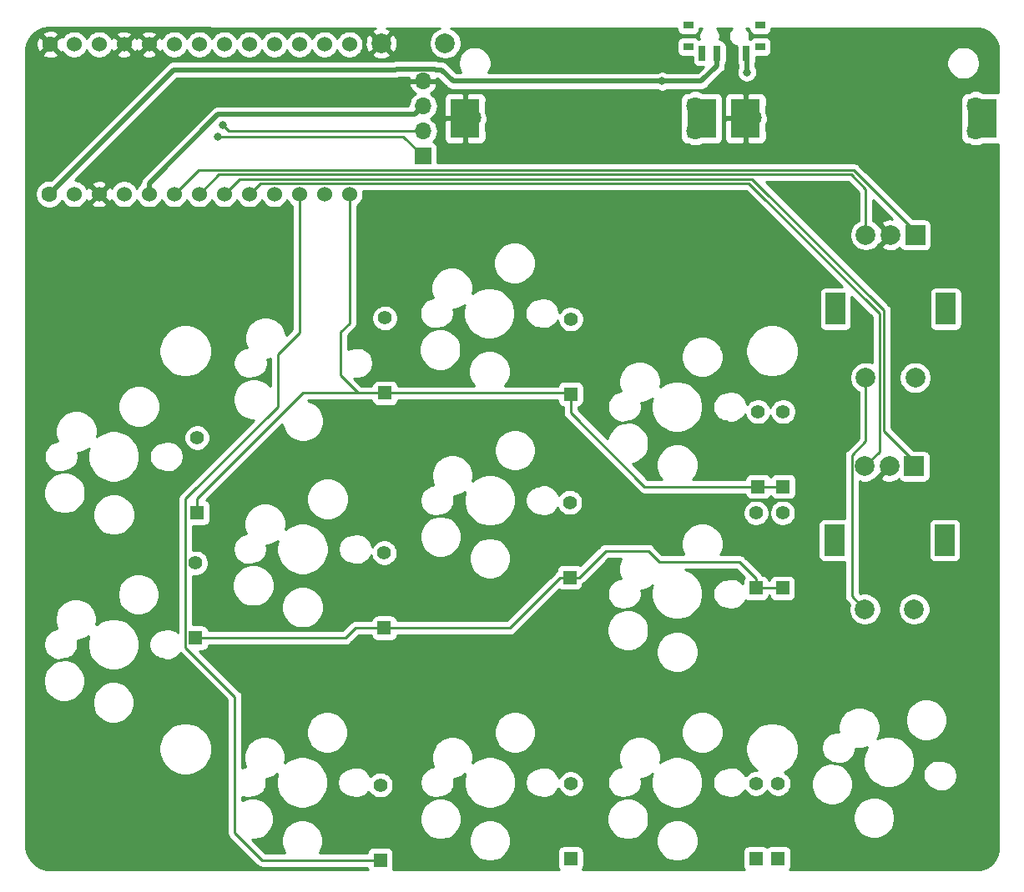
<source format=gtl>
G04 #@! TF.GenerationSoftware,KiCad,Pcbnew,(5.1.4-0-10_14)*
G04 #@! TF.CreationDate,2019-11-24T20:29:24+09:00*
G04 #@! TF.ProjectId,palette1202-PM,70616c65-7474-4653-9132-30322d504d2e,rev?*
G04 #@! TF.SameCoordinates,Original*
G04 #@! TF.FileFunction,Copper,L1,Top*
G04 #@! TF.FilePolarity,Positive*
%FSLAX46Y46*%
G04 Gerber Fmt 4.6, Leading zero omitted, Abs format (unit mm)*
G04 Created by KiCad (PCBNEW (5.1.4-0-10_14)) date 2019-11-24 20:29:24*
%MOMM*%
%LPD*%
G04 APERTURE LIST*
%ADD10R,1.397000X1.397000*%
%ADD11C,1.397000*%
%ADD12R,3.000000X4.000000*%
%ADD13C,1.800000*%
%ADD14R,1.700000X1.700000*%
%ADD15O,1.700000X1.700000*%
%ADD16C,1.600200*%
%ADD17C,1.524000*%
%ADD18R,1.000000X0.800000*%
%ADD19R,0.700000X1.500000*%
%ADD20C,2.000000*%
%ADD21R,2.000000X3.200000*%
%ADD22R,2.000000X2.000000*%
%ADD23C,0.800000*%
%ADD24C,0.500000*%
%ADD25C,0.250000*%
%ADD26C,0.254000*%
G04 APERTURE END LIST*
D10*
X123100000Y-75160000D03*
D11*
X123100000Y-67540000D03*
D10*
X163000000Y-122435000D03*
D11*
X163000000Y-114815000D03*
D10*
X160750000Y-94960000D03*
D11*
X160750000Y-87340000D03*
D10*
X160950000Y-84660000D03*
D11*
X160950000Y-77040000D03*
D10*
X160750000Y-122435000D03*
D11*
X160750000Y-114815000D03*
D10*
X141859000Y-93878400D03*
D11*
X141859000Y-86258400D03*
D10*
X141950000Y-75260000D03*
D11*
X141950000Y-67640000D03*
D10*
X163450000Y-94960000D03*
D11*
X163450000Y-87340000D03*
D10*
X141950000Y-122435000D03*
D11*
X141950000Y-114815000D03*
D10*
X123037600Y-99009200D03*
D11*
X123037600Y-91389200D03*
D10*
X163500000Y-84660000D03*
D11*
X163500000Y-77040000D03*
D10*
X122631200Y-122580400D03*
D11*
X122631200Y-114960400D03*
D10*
X103900000Y-100035000D03*
D11*
X103900000Y-92415000D03*
D10*
X104050000Y-87310000D03*
D11*
X104050000Y-79690000D03*
D12*
X155240000Y-47260000D03*
X131240000Y-47260000D03*
D13*
X154593800Y-48560000D03*
X154593800Y-45960000D03*
X131940000Y-47210000D03*
D12*
X183688000Y-47260000D03*
X159688000Y-47260000D03*
D13*
X183041800Y-48560000D03*
X183041800Y-45960000D03*
X160388000Y-47210000D03*
D14*
X126974600Y-51092100D03*
D15*
X126974600Y-48552100D03*
X126974600Y-46012100D03*
X126974600Y-43472100D03*
D16*
X89150000Y-39750000D03*
X89050000Y-54950000D03*
D17*
X91572000Y-39738600D03*
X94112000Y-39738600D03*
X96652000Y-39738600D03*
X99192000Y-39738600D03*
X101732000Y-39738600D03*
X104272000Y-39738600D03*
X106812000Y-39738600D03*
X109352000Y-39738600D03*
X111892000Y-39738600D03*
X114432000Y-39738600D03*
X116972000Y-39738600D03*
X119512000Y-39738600D03*
X119512000Y-54958600D03*
X116972000Y-54958600D03*
X114432000Y-54958600D03*
X111892000Y-54958600D03*
X109352000Y-54958600D03*
X106812000Y-54958600D03*
X104272000Y-54958600D03*
X101732000Y-54958600D03*
X99192000Y-54958600D03*
X96652000Y-54958600D03*
X94112000Y-54958600D03*
X91572000Y-54958600D03*
D18*
X161180800Y-39997600D03*
X153880800Y-39997600D03*
X153880800Y-37787600D03*
X161180800Y-37787600D03*
D19*
X155280800Y-40647600D03*
X156780800Y-40647600D03*
X159780800Y-40647600D03*
D20*
X122726000Y-39624000D03*
X129226000Y-39624000D03*
X171900000Y-73600000D03*
X176900000Y-73600000D03*
D21*
X168800000Y-66600000D03*
X180000000Y-66600000D03*
D20*
X171900000Y-59100000D03*
X174400000Y-59100000D03*
D22*
X176900000Y-59100000D03*
D20*
X171800000Y-97100000D03*
X176800000Y-97100000D03*
D21*
X168700000Y-90100000D03*
X179900000Y-90100000D03*
D20*
X171800000Y-82600000D03*
X174300000Y-82600000D03*
D22*
X176800000Y-82600000D03*
D23*
X151231600Y-43484800D03*
X106654600Y-47929800D03*
X106172000Y-49085500D03*
X159816800Y-42570400D03*
D24*
X155371800Y-40651800D02*
X155350000Y-40630000D01*
D25*
X171900000Y-80068000D02*
X171900000Y-73600000D01*
X170474999Y-81493001D02*
X171900000Y-80068000D01*
X170474999Y-95774999D02*
X170474999Y-81493001D01*
X171800000Y-97100000D02*
X170474999Y-95774999D01*
X160001500Y-84660000D02*
X160950000Y-84660000D01*
X141950000Y-77151002D02*
X149458998Y-84660000D01*
X149458998Y-84660000D02*
X160001500Y-84660000D01*
X141950000Y-75260000D02*
X141950000Y-77151002D01*
X161898500Y-84660000D02*
X163500000Y-84660000D01*
X160950000Y-84660000D02*
X161898500Y-84660000D01*
X141850000Y-75160000D02*
X141950000Y-75260000D01*
X123100000Y-75160000D02*
X141850000Y-75160000D01*
X104050000Y-86361500D02*
X104050000Y-87310000D01*
X104050000Y-85892610D02*
X104050000Y-86361500D01*
X114782610Y-75160000D02*
X104050000Y-85892610D01*
X123100000Y-75160000D02*
X114782610Y-75160000D01*
X119512000Y-56036230D02*
X119512000Y-54958600D01*
X123100000Y-75160000D02*
X120397400Y-75160000D01*
X119512000Y-68051600D02*
X119512000Y-56036230D01*
X118618000Y-68945600D02*
X119512000Y-68051600D01*
X118618000Y-73380600D02*
X118618000Y-68945600D01*
X120397400Y-75160000D02*
X118618000Y-73380600D01*
X170637200Y-52501800D02*
X176900000Y-58764600D01*
X176900000Y-58764600D02*
X176900000Y-59100000D01*
X104188800Y-52501800D02*
X170637200Y-52501800D01*
X101732000Y-54958600D02*
X104188800Y-52501800D01*
X171900000Y-54475800D02*
X171900000Y-59100000D01*
X106259021Y-52971579D02*
X170395779Y-52971579D01*
X170395779Y-52971579D02*
X171900000Y-54475800D01*
X104272000Y-54958600D02*
X106259021Y-52971579D01*
X173285989Y-81114011D02*
X173285989Y-67113989D01*
X171800000Y-82600000D02*
X173285989Y-81114011D01*
X110439001Y-53871599D02*
X110113999Y-54196601D01*
X110113999Y-54196601D02*
X109352000Y-54958600D01*
X173285989Y-67113989D02*
X160043599Y-53871599D01*
X160043599Y-53871599D02*
X110439001Y-53871599D01*
X108349012Y-53421588D02*
X107573999Y-54196601D01*
X176800000Y-82058000D02*
X173736000Y-78994000D01*
X173736000Y-78994000D02*
X173736000Y-66776600D01*
X160380988Y-53421588D02*
X108349012Y-53421588D01*
X107573999Y-54196601D02*
X106812000Y-54958600D01*
X173736000Y-66776600D02*
X160380988Y-53421588D01*
X176800000Y-82600000D02*
X176800000Y-82058000D01*
D24*
X101683606Y-42316400D02*
X89050000Y-54950006D01*
X124175598Y-42316400D02*
X101683606Y-42316400D01*
X124241999Y-42249999D02*
X124175598Y-42316400D01*
X128162001Y-42249999D02*
X124241999Y-42249999D01*
X128228402Y-42316400D02*
X128162001Y-42249999D01*
X128828800Y-42316400D02*
X128228402Y-42316400D01*
X156780800Y-40647600D02*
X156780800Y-41897600D01*
X129997200Y-43484800D02*
X128828800Y-42316400D01*
X156780800Y-41897600D02*
X155193600Y-43484800D01*
X151231600Y-43484800D02*
X129997200Y-43484800D01*
X155193600Y-43484800D02*
X151231600Y-43484800D01*
X106197270Y-46875700D02*
X99192000Y-53880970D01*
X99192000Y-53880970D02*
X99192000Y-54958600D01*
X126111000Y-46875700D02*
X106197270Y-46875700D01*
X126974600Y-46012100D02*
X126111000Y-46875700D01*
D25*
X107054599Y-48329799D02*
X106654600Y-47929800D01*
X107276900Y-48552100D02*
X107054599Y-48329799D01*
X126974600Y-48552100D02*
X107276900Y-48552100D01*
X124968000Y-49085500D02*
X126974600Y-51092100D01*
X106172000Y-49085500D02*
X124968000Y-49085500D01*
X162501500Y-94960000D02*
X160750000Y-94960000D01*
X163450000Y-94960000D02*
X162501500Y-94960000D01*
X142807500Y-93878400D02*
X141859000Y-93878400D01*
X145500901Y-91184999D02*
X142807500Y-93878400D01*
X149816001Y-91184999D02*
X145500901Y-91184999D01*
X150926003Y-92295001D02*
X149816001Y-91184999D01*
X160750000Y-94011500D02*
X159033501Y-92295001D01*
X159033501Y-92295001D02*
X150926003Y-92295001D01*
X160750000Y-94960000D02*
X160750000Y-94011500D01*
X120110800Y-99009200D02*
X119085000Y-100035000D01*
X123037600Y-99009200D02*
X120110800Y-99009200D01*
X103900000Y-100035000D02*
X119085000Y-100035000D01*
X135779700Y-99009200D02*
X134315200Y-99009200D01*
X140910500Y-93878400D02*
X135779700Y-99009200D01*
X141859000Y-93878400D02*
X140910500Y-93878400D01*
X123037600Y-99009200D02*
X134315200Y-99009200D01*
X110632598Y-122580400D02*
X122631200Y-122580400D01*
X107874999Y-119822801D02*
X110632598Y-122580400D01*
X107874999Y-105992001D02*
X107874999Y-119822801D01*
X102876499Y-100993501D02*
X107874999Y-105992001D01*
X112242600Y-71216398D02*
X112242600Y-76530200D01*
X112242600Y-76530200D02*
X102876499Y-85896301D01*
X114432000Y-69026998D02*
X112242600Y-71216398D01*
X102876499Y-85896301D02*
X102876499Y-100993501D01*
X114432000Y-54958600D02*
X114432000Y-69026998D01*
D24*
X159816800Y-40683600D02*
X159780800Y-40647600D01*
X159816800Y-42570400D02*
X159816800Y-40683600D01*
D26*
G36*
X122195160Y-38077571D02*
G01*
X122039912Y-38131205D01*
X121865956Y-38224186D01*
X121770192Y-38488587D01*
X122726000Y-39444395D01*
X123681808Y-38488587D01*
X123586044Y-38224186D01*
X123296429Y-38083296D01*
X123276496Y-38078070D01*
X128679731Y-38080561D01*
X128451537Y-38175082D01*
X128183748Y-38354013D01*
X127956013Y-38581748D01*
X127777082Y-38849537D01*
X127653832Y-39147088D01*
X127591000Y-39462967D01*
X127591000Y-39785033D01*
X127653832Y-40100912D01*
X127777082Y-40398463D01*
X127956013Y-40666252D01*
X128183748Y-40893987D01*
X128451537Y-41072918D01*
X128749088Y-41196168D01*
X129064967Y-41259000D01*
X129387033Y-41259000D01*
X129702912Y-41196168D01*
X130000463Y-41072918D01*
X130268252Y-40893987D01*
X130495987Y-40666252D01*
X130674918Y-40398463D01*
X130798168Y-40100912D01*
X130861000Y-39785033D01*
X130861000Y-39462967D01*
X130798168Y-39147088D01*
X130674918Y-38849537D01*
X130495987Y-38581748D01*
X130268252Y-38354013D01*
X130000463Y-38175082D01*
X129773487Y-38081065D01*
X152742728Y-38091654D01*
X152742728Y-38187600D01*
X152754988Y-38312082D01*
X152791298Y-38431780D01*
X152850263Y-38542094D01*
X152929615Y-38638785D01*
X153026306Y-38718137D01*
X153136620Y-38777102D01*
X153256318Y-38813412D01*
X153380800Y-38825672D01*
X154380800Y-38825672D01*
X154505282Y-38813412D01*
X154624980Y-38777102D01*
X154735294Y-38718137D01*
X154831985Y-38638785D01*
X154911337Y-38542094D01*
X154970302Y-38431780D01*
X155006612Y-38312082D01*
X155018872Y-38187600D01*
X155018872Y-38092703D01*
X155291149Y-38092829D01*
X155188025Y-38195953D01*
X155069285Y-38373660D01*
X154987496Y-38571117D01*
X154945800Y-38780737D01*
X154945800Y-38994463D01*
X154987496Y-39204083D01*
X155010462Y-39259528D01*
X154930800Y-39259528D01*
X154920649Y-39260528D01*
X154911337Y-39243106D01*
X154831985Y-39146415D01*
X154735294Y-39067063D01*
X154624980Y-39008098D01*
X154505282Y-38971788D01*
X154380800Y-38959528D01*
X153380800Y-38959528D01*
X153256318Y-38971788D01*
X153136620Y-39008098D01*
X153026306Y-39067063D01*
X152929615Y-39146415D01*
X152850263Y-39243106D01*
X152791298Y-39353420D01*
X152754988Y-39473118D01*
X152742728Y-39597600D01*
X152742728Y-40397600D01*
X152754988Y-40522082D01*
X152791298Y-40641780D01*
X152850263Y-40752094D01*
X152929615Y-40848785D01*
X153026306Y-40928137D01*
X153136620Y-40987102D01*
X153256318Y-41023412D01*
X153380800Y-41035672D01*
X154292728Y-41035672D01*
X154292728Y-41397600D01*
X154304988Y-41522082D01*
X154341298Y-41641780D01*
X154400263Y-41752094D01*
X154479615Y-41848785D01*
X154576306Y-41928137D01*
X154686620Y-41987102D01*
X154806318Y-42023412D01*
X154930800Y-42035672D01*
X155391149Y-42035672D01*
X154827022Y-42599800D01*
X151770054Y-42599800D01*
X151721856Y-42567595D01*
X151533498Y-42489574D01*
X151333539Y-42449800D01*
X151129661Y-42449800D01*
X150929702Y-42489574D01*
X150741344Y-42567595D01*
X150693146Y-42599800D01*
X133591215Y-42599800D01*
X133699228Y-42438147D01*
X133826246Y-42131496D01*
X133891000Y-41805958D01*
X133891000Y-41474042D01*
X133826246Y-41148504D01*
X133699228Y-40841853D01*
X133514825Y-40565875D01*
X133280125Y-40331175D01*
X133004147Y-40146772D01*
X132697496Y-40019754D01*
X132371958Y-39955000D01*
X132040042Y-39955000D01*
X131714504Y-40019754D01*
X131407853Y-40146772D01*
X131131875Y-40331175D01*
X130897175Y-40565875D01*
X130712772Y-40841853D01*
X130585754Y-41148504D01*
X130521000Y-41474042D01*
X130521000Y-41805958D01*
X130585754Y-42131496D01*
X130712772Y-42438147D01*
X130820785Y-42599800D01*
X130363779Y-42599800D01*
X129485332Y-41721354D01*
X129457617Y-41687583D01*
X129322859Y-41576989D01*
X129169113Y-41494811D01*
X129002290Y-41444205D01*
X128872277Y-41431400D01*
X128872269Y-41431400D01*
X128828800Y-41427119D01*
X128785331Y-41431400D01*
X128507908Y-41431400D01*
X128502314Y-41428410D01*
X128335491Y-41377804D01*
X128205478Y-41364999D01*
X128205470Y-41364999D01*
X128162001Y-41360718D01*
X128118532Y-41364999D01*
X124285464Y-41364999D01*
X124241998Y-41360718D01*
X124198532Y-41364999D01*
X124198522Y-41364999D01*
X124068509Y-41377804D01*
X123901686Y-41428410D01*
X123896092Y-41431400D01*
X101727075Y-41431400D01*
X101683606Y-41427119D01*
X101640137Y-41431400D01*
X101640129Y-41431400D01*
X101524912Y-41442748D01*
X101510115Y-41444205D01*
X101459509Y-41459557D01*
X101343293Y-41494811D01*
X101189547Y-41576989D01*
X101189545Y-41576990D01*
X101189546Y-41576990D01*
X101088559Y-41659868D01*
X101088557Y-41659870D01*
X101054789Y-41687583D01*
X101027076Y-41721351D01*
X89226529Y-53521899D01*
X89191345Y-53514900D01*
X88908655Y-53514900D01*
X88631397Y-53570050D01*
X88370225Y-53678231D01*
X88135177Y-53835285D01*
X87935285Y-54035177D01*
X87778231Y-54270225D01*
X87670050Y-54531397D01*
X87614900Y-54808655D01*
X87614900Y-55091345D01*
X87670050Y-55368603D01*
X87778231Y-55629775D01*
X87935285Y-55864823D01*
X88135177Y-56064715D01*
X88370225Y-56221769D01*
X88631397Y-56329950D01*
X88908655Y-56385100D01*
X89191345Y-56385100D01*
X89468603Y-56329950D01*
X89729775Y-56221769D01*
X89964823Y-56064715D01*
X90164715Y-55864823D01*
X90321769Y-55629775D01*
X90329839Y-55610293D01*
X90333995Y-55620327D01*
X90486880Y-55849135D01*
X90681465Y-56043720D01*
X90910273Y-56196605D01*
X91164510Y-56301914D01*
X91434408Y-56355600D01*
X91709592Y-56355600D01*
X91979490Y-56301914D01*
X92233727Y-56196605D01*
X92462535Y-56043720D01*
X92582090Y-55924165D01*
X93326040Y-55924165D01*
X93393020Y-56164256D01*
X93642048Y-56281356D01*
X93909135Y-56347623D01*
X94184017Y-56360510D01*
X94456133Y-56319522D01*
X94715023Y-56226236D01*
X94830980Y-56164256D01*
X94897960Y-55924165D01*
X94112000Y-55138205D01*
X93326040Y-55924165D01*
X92582090Y-55924165D01*
X92657120Y-55849135D01*
X92810005Y-55620327D01*
X92839692Y-55548657D01*
X92844364Y-55561623D01*
X92906344Y-55677580D01*
X93146435Y-55744560D01*
X93932395Y-54958600D01*
X93146435Y-54172640D01*
X92906344Y-54239620D01*
X92842515Y-54375360D01*
X92810005Y-54296873D01*
X92657120Y-54068065D01*
X92582090Y-53993035D01*
X93326040Y-53993035D01*
X94112000Y-54778995D01*
X94897960Y-53993035D01*
X94830980Y-53752944D01*
X94581952Y-53635844D01*
X94314865Y-53569577D01*
X94039983Y-53556690D01*
X93767867Y-53597678D01*
X93508977Y-53690964D01*
X93393020Y-53752944D01*
X93326040Y-53993035D01*
X92582090Y-53993035D01*
X92462535Y-53873480D01*
X92233727Y-53720595D01*
X91979490Y-53615286D01*
X91709592Y-53561600D01*
X91689984Y-53561600D01*
X102050185Y-43201400D01*
X124132129Y-43201400D01*
X124175598Y-43205681D01*
X124219067Y-43201400D01*
X124219075Y-43201400D01*
X124349088Y-43188595D01*
X124515911Y-43137989D01*
X124521505Y-43134999D01*
X125543567Y-43134999D01*
X125654445Y-43345100D01*
X126847600Y-43345100D01*
X126847600Y-43325100D01*
X127101600Y-43325100D01*
X127101600Y-43345100D01*
X128294755Y-43345100D01*
X128370591Y-43201400D01*
X128462222Y-43201400D01*
X129340670Y-44079849D01*
X129368383Y-44113617D01*
X129402151Y-44141330D01*
X129402153Y-44141332D01*
X129473652Y-44200010D01*
X129503141Y-44224211D01*
X129656887Y-44306389D01*
X129823710Y-44356995D01*
X129953723Y-44369800D01*
X129953733Y-44369800D01*
X129997199Y-44374081D01*
X130040665Y-44369800D01*
X150693146Y-44369800D01*
X150741344Y-44402005D01*
X150929702Y-44480026D01*
X151129661Y-44519800D01*
X151333539Y-44519800D01*
X151533498Y-44480026D01*
X151721856Y-44402005D01*
X151770054Y-44369800D01*
X155150131Y-44369800D01*
X155193600Y-44374081D01*
X155237069Y-44369800D01*
X155237077Y-44369800D01*
X155367090Y-44356995D01*
X155533913Y-44306389D01*
X155687659Y-44224211D01*
X155822417Y-44113617D01*
X155850134Y-44079844D01*
X157375849Y-42554130D01*
X157409617Y-42526417D01*
X157439594Y-42489891D01*
X157520211Y-42391659D01*
X157602388Y-42237914D01*
X157602389Y-42237913D01*
X157652995Y-42071090D01*
X157665800Y-41941077D01*
X157665800Y-41941069D01*
X157670081Y-41897600D01*
X157665800Y-41854131D01*
X157665800Y-41743744D01*
X157720302Y-41641780D01*
X157756612Y-41522082D01*
X157768872Y-41397600D01*
X157768872Y-39897600D01*
X157756612Y-39773118D01*
X157720302Y-39653420D01*
X157661337Y-39543106D01*
X157581985Y-39446415D01*
X157485294Y-39367063D01*
X157374980Y-39308098D01*
X157255282Y-39271788D01*
X157130800Y-39259528D01*
X157051138Y-39259528D01*
X157074104Y-39204083D01*
X157115800Y-38994463D01*
X157115800Y-38780737D01*
X157074104Y-38571117D01*
X156992315Y-38373660D01*
X156873575Y-38195953D01*
X156771133Y-38093511D01*
X158289767Y-38094211D01*
X158188025Y-38195953D01*
X158069285Y-38373660D01*
X157987496Y-38571117D01*
X157945800Y-38780737D01*
X157945800Y-38994463D01*
X157987496Y-39204083D01*
X158069285Y-39401540D01*
X158188025Y-39579247D01*
X158339153Y-39730375D01*
X158516860Y-39849115D01*
X158714317Y-39930904D01*
X158792728Y-39946501D01*
X158792728Y-41397600D01*
X158804988Y-41522082D01*
X158841298Y-41641780D01*
X158900263Y-41752094D01*
X158931800Y-41790523D01*
X158931800Y-42031945D01*
X158899595Y-42080144D01*
X158821574Y-42268502D01*
X158781800Y-42468461D01*
X158781800Y-42672339D01*
X158821574Y-42872298D01*
X158899595Y-43060656D01*
X159012863Y-43230174D01*
X159157026Y-43374337D01*
X159326544Y-43487605D01*
X159514902Y-43565626D01*
X159714861Y-43605400D01*
X159918739Y-43605400D01*
X160118698Y-43565626D01*
X160307056Y-43487605D01*
X160476574Y-43374337D01*
X160620737Y-43230174D01*
X160734005Y-43060656D01*
X160812026Y-42872298D01*
X160851800Y-42672339D01*
X160851800Y-42468461D01*
X160812026Y-42268502D01*
X160734005Y-42080144D01*
X160701800Y-42031946D01*
X160701800Y-41676394D01*
X160720302Y-41641780D01*
X160756612Y-41522082D01*
X160761343Y-41474042D01*
X180099000Y-41474042D01*
X180099000Y-41805958D01*
X180163754Y-42131496D01*
X180290772Y-42438147D01*
X180475175Y-42714125D01*
X180709875Y-42948825D01*
X180985853Y-43133228D01*
X181292504Y-43260246D01*
X181618042Y-43325000D01*
X181949958Y-43325000D01*
X182275496Y-43260246D01*
X182582147Y-43133228D01*
X182858125Y-42948825D01*
X183092825Y-42714125D01*
X183277228Y-42438147D01*
X183404246Y-42131496D01*
X183469000Y-41805958D01*
X183469000Y-41474042D01*
X183404246Y-41148504D01*
X183277228Y-40841853D01*
X183092825Y-40565875D01*
X182858125Y-40331175D01*
X182582147Y-40146772D01*
X182275496Y-40019754D01*
X181949958Y-39955000D01*
X181618042Y-39955000D01*
X181292504Y-40019754D01*
X180985853Y-40146772D01*
X180709875Y-40331175D01*
X180475175Y-40565875D01*
X180290772Y-40841853D01*
X180163754Y-41148504D01*
X180099000Y-41474042D01*
X160761343Y-41474042D01*
X160768872Y-41397600D01*
X160768872Y-41035672D01*
X161680800Y-41035672D01*
X161805282Y-41023412D01*
X161924980Y-40987102D01*
X162035294Y-40928137D01*
X162131985Y-40848785D01*
X162211337Y-40752094D01*
X162270302Y-40641780D01*
X162306612Y-40522082D01*
X162318872Y-40397600D01*
X162318872Y-39597600D01*
X162306612Y-39473118D01*
X162270302Y-39353420D01*
X162211337Y-39243106D01*
X162131985Y-39146415D01*
X162035294Y-39067063D01*
X161924980Y-39008098D01*
X161805282Y-38971788D01*
X161680800Y-38959528D01*
X160680800Y-38959528D01*
X160556318Y-38971788D01*
X160436620Y-39008098D01*
X160326306Y-39067063D01*
X160229615Y-39146415D01*
X160150263Y-39243106D01*
X160140951Y-39260528D01*
X160130800Y-39259528D01*
X160051138Y-39259528D01*
X160074104Y-39204083D01*
X160115800Y-38994463D01*
X160115800Y-38780737D01*
X160074104Y-38571117D01*
X159992315Y-38373660D01*
X159873575Y-38195953D01*
X159772517Y-38094895D01*
X160042728Y-38095019D01*
X160042728Y-38187600D01*
X160054988Y-38312082D01*
X160091298Y-38431780D01*
X160150263Y-38542094D01*
X160229615Y-38638785D01*
X160326306Y-38718137D01*
X160436620Y-38777102D01*
X160556318Y-38813412D01*
X160680800Y-38825672D01*
X161680800Y-38825672D01*
X161805282Y-38813412D01*
X161924980Y-38777102D01*
X162035294Y-38718137D01*
X162131985Y-38638785D01*
X162211337Y-38542094D01*
X162270302Y-38431780D01*
X162306612Y-38312082D01*
X162318872Y-38187600D01*
X162318872Y-38096069D01*
X183053329Y-38105628D01*
X183053378Y-38105628D01*
X183063171Y-38105648D01*
X183105512Y-38106186D01*
X183144569Y-38107334D01*
X183182345Y-38109056D01*
X183223352Y-38111609D01*
X183259793Y-38114481D01*
X183303571Y-38118685D01*
X183339473Y-38122748D01*
X183374071Y-38127199D01*
X183408582Y-38132166D01*
X183443335Y-38137700D01*
X183479346Y-38144007D01*
X183514803Y-38150789D01*
X183546925Y-38157430D01*
X183581692Y-38165155D01*
X183613548Y-38172728D01*
X183645009Y-38180679D01*
X183676317Y-38189062D01*
X183707333Y-38197834D01*
X183738267Y-38207052D01*
X183769004Y-38216682D01*
X183799131Y-38226582D01*
X183827705Y-38236403D01*
X183863227Y-38249201D01*
X183891351Y-38259802D01*
X183923071Y-38272268D01*
X183950498Y-38283490D01*
X183981786Y-38296801D01*
X184010859Y-38309660D01*
X184037757Y-38321993D01*
X184068834Y-38336770D01*
X184096706Y-38350510D01*
X184123647Y-38364245D01*
X184151317Y-38378820D01*
X184177731Y-38393189D01*
X184205389Y-38408720D01*
X184232309Y-38424325D01*
X184257788Y-38439549D01*
X184283178Y-38455171D01*
X184307907Y-38470827D01*
X184331409Y-38486125D01*
X184357815Y-38503806D01*
X184381854Y-38520366D01*
X184404924Y-38536690D01*
X184427242Y-38552896D01*
X184452771Y-38571943D01*
X184474665Y-38588722D01*
X184496479Y-38605865D01*
X184518225Y-38623388D01*
X184539590Y-38641035D01*
X184561116Y-38659262D01*
X184583159Y-38678411D01*
X184603750Y-38696749D01*
X184625686Y-38716785D01*
X184645805Y-38735630D01*
X184665708Y-38754734D01*
X184686914Y-38775605D01*
X184706147Y-38795017D01*
X184727002Y-38816606D01*
X184748058Y-38838994D01*
X184769210Y-38862109D01*
X184788795Y-38884094D01*
X184806520Y-38904501D01*
X184829129Y-38931264D01*
X184846653Y-38952600D01*
X184863946Y-38974190D01*
X184881210Y-38996302D01*
X184898839Y-39019481D01*
X184915140Y-39041482D01*
X184932195Y-39065125D01*
X184952369Y-39093952D01*
X184969751Y-39119579D01*
X184985854Y-39144031D01*
X185001675Y-39168755D01*
X185017398Y-39194058D01*
X185033320Y-39220481D01*
X185048086Y-39245751D01*
X185062781Y-39271689D01*
X185077670Y-39298830D01*
X185091286Y-39324469D01*
X185106549Y-39354219D01*
X185119450Y-39380261D01*
X185133265Y-39409150D01*
X185145276Y-39435184D01*
X185158136Y-39464095D01*
X185169654Y-39490984D01*
X185181701Y-39520222D01*
X185192521Y-39547555D01*
X185203701Y-39576990D01*
X185214467Y-39606612D01*
X185224796Y-39636350D01*
X185234660Y-39666125D01*
X185244862Y-39698535D01*
X185254427Y-39730631D01*
X185262786Y-39760273D01*
X185272336Y-39796271D01*
X185280043Y-39827278D01*
X185287717Y-39860271D01*
X185294536Y-39891714D01*
X185301247Y-39925095D01*
X185307335Y-39957967D01*
X185312995Y-39991396D01*
X185318487Y-40027268D01*
X185323120Y-40061143D01*
X185327921Y-40101268D01*
X185331728Y-40138579D01*
X185334957Y-40176617D01*
X185337798Y-40219163D01*
X185339698Y-40258205D01*
X185340895Y-40296228D01*
X185341484Y-40339619D01*
X185341314Y-40378425D01*
X185340729Y-40404420D01*
X185340000Y-40411822D01*
X185340000Y-44642536D01*
X185312482Y-44634188D01*
X185188000Y-44621928D01*
X183802160Y-44621928D01*
X183768895Y-44599701D01*
X183489543Y-44483989D01*
X183192984Y-44425000D01*
X182890616Y-44425000D01*
X182594057Y-44483989D01*
X182314705Y-44599701D01*
X182281440Y-44621928D01*
X182188000Y-44621928D01*
X182063518Y-44634188D01*
X181943820Y-44670498D01*
X181833506Y-44729463D01*
X181736815Y-44808815D01*
X181657463Y-44905506D01*
X181598498Y-45015820D01*
X181562188Y-45135518D01*
X181549928Y-45260000D01*
X181549928Y-45591996D01*
X181506800Y-45808816D01*
X181506800Y-46111184D01*
X181549928Y-46328004D01*
X181549928Y-48191996D01*
X181506800Y-48408816D01*
X181506800Y-48711184D01*
X181549928Y-48928004D01*
X181549928Y-49260000D01*
X181562188Y-49384482D01*
X181598498Y-49504180D01*
X181657463Y-49614494D01*
X181736815Y-49711185D01*
X181833506Y-49790537D01*
X181943820Y-49849502D01*
X182063518Y-49885812D01*
X182188000Y-49898072D01*
X182281440Y-49898072D01*
X182314705Y-49920299D01*
X182594057Y-50036011D01*
X182890616Y-50095000D01*
X183192984Y-50095000D01*
X183489543Y-50036011D01*
X183768895Y-49920299D01*
X183802160Y-49898072D01*
X185188000Y-49898072D01*
X185312482Y-49885812D01*
X185340000Y-49877464D01*
X185340001Y-121210946D01*
X185340000Y-121211105D01*
X185340001Y-121211984D01*
X185340001Y-121219697D01*
X185339582Y-121268372D01*
X185338648Y-121308105D01*
X185337070Y-121349829D01*
X185334616Y-121395961D01*
X185331946Y-121435030D01*
X185328765Y-121473621D01*
X185325233Y-121510345D01*
X185321145Y-121547571D01*
X185316687Y-121583650D01*
X185311436Y-121621790D01*
X185305701Y-121659450D01*
X185299515Y-121696541D01*
X185293439Y-121730131D01*
X185286598Y-121765266D01*
X185279330Y-121800047D01*
X185272100Y-121832473D01*
X185263953Y-121866834D01*
X185255800Y-121899266D01*
X185246941Y-121932603D01*
X185238102Y-121964151D01*
X185228877Y-121995484D01*
X185219322Y-122026432D01*
X185208672Y-122059326D01*
X185198440Y-122089520D01*
X185186464Y-122123293D01*
X185173360Y-122158549D01*
X185160536Y-122191492D01*
X185147970Y-122222448D01*
X185134953Y-122253251D01*
X185122404Y-122281841D01*
X185108632Y-122312074D01*
X185093593Y-122343844D01*
X185080637Y-122370251D01*
X185066484Y-122398152D01*
X185053177Y-122423555D01*
X185039321Y-122449206D01*
X185025184Y-122474589D01*
X185010504Y-122500154D01*
X184995789Y-122525029D01*
X184980815Y-122549607D01*
X184965834Y-122573496D01*
X184949192Y-122599266D01*
X184933469Y-122622910D01*
X184916318Y-122647966D01*
X184898908Y-122672653D01*
X184882526Y-122695234D01*
X184861766Y-122722998D01*
X184845140Y-122744581D01*
X184826496Y-122768118D01*
X184807257Y-122791715D01*
X184789198Y-122813258D01*
X184771207Y-122834153D01*
X184752601Y-122855197D01*
X184733772Y-122875926D01*
X184714719Y-122896349D01*
X184695262Y-122916646D01*
X184672993Y-122939227D01*
X184653695Y-122958253D01*
X184632290Y-122978785D01*
X184610895Y-122998730D01*
X184587610Y-123019808D01*
X184565156Y-123039541D01*
X184544583Y-123057117D01*
X184521743Y-123076090D01*
X184500285Y-123093415D01*
X184478518Y-123110510D01*
X184454972Y-123128475D01*
X184432359Y-123145232D01*
X184410309Y-123161110D01*
X184385970Y-123178127D01*
X184362646Y-123193950D01*
X184339984Y-123208874D01*
X184314765Y-123224984D01*
X184291635Y-123239308D01*
X184267252Y-123253954D01*
X184243169Y-123267968D01*
X184218904Y-123281651D01*
X184192847Y-123295860D01*
X184165100Y-123310463D01*
X184139962Y-123323234D01*
X184113433Y-123336242D01*
X184087678Y-123348423D01*
X184060500Y-123360808D01*
X184029470Y-123374380D01*
X184001899Y-123385935D01*
X183974002Y-123397156D01*
X183943985Y-123408714D01*
X183913786Y-123419813D01*
X183885056Y-123429890D01*
X183855623Y-123439736D01*
X183826552Y-123448990D01*
X183793698Y-123458903D01*
X183763862Y-123467412D01*
X183730582Y-123476359D01*
X183698854Y-123484362D01*
X183664644Y-123492429D01*
X183630358Y-123499937D01*
X183595686Y-123506954D01*
X183562590Y-123513120D01*
X183529495Y-123518772D01*
X183492112Y-123524549D01*
X183452424Y-123529995D01*
X183414438Y-123534556D01*
X183378206Y-123538314D01*
X183340855Y-123541594D01*
X183304373Y-123544228D01*
X183266964Y-123546350D01*
X183229194Y-123547900D01*
X183185279Y-123548973D01*
X183143745Y-123549303D01*
X164178722Y-123549303D01*
X164229037Y-123487994D01*
X164288002Y-123377680D01*
X164324312Y-123257982D01*
X164336572Y-123133500D01*
X164336572Y-121736500D01*
X164324312Y-121612018D01*
X164288002Y-121492320D01*
X164229037Y-121382006D01*
X164149685Y-121285315D01*
X164052994Y-121205963D01*
X163942680Y-121146998D01*
X163822982Y-121110688D01*
X163698500Y-121098428D01*
X162301500Y-121098428D01*
X162177018Y-121110688D01*
X162057320Y-121146998D01*
X161947006Y-121205963D01*
X161875000Y-121265057D01*
X161802994Y-121205963D01*
X161692680Y-121146998D01*
X161572982Y-121110688D01*
X161448500Y-121098428D01*
X160051500Y-121098428D01*
X159927018Y-121110688D01*
X159807320Y-121146998D01*
X159697006Y-121205963D01*
X159600315Y-121285315D01*
X159520963Y-121382006D01*
X159461998Y-121492320D01*
X159425688Y-121612018D01*
X159413428Y-121736500D01*
X159413428Y-123133500D01*
X159425688Y-123257982D01*
X159461998Y-123377680D01*
X159520963Y-123487994D01*
X159571278Y-123549303D01*
X143128722Y-123549303D01*
X143179037Y-123487994D01*
X143238002Y-123377680D01*
X143274312Y-123257982D01*
X143286572Y-123133500D01*
X143286572Y-121736500D01*
X143274312Y-121612018D01*
X143238002Y-121492320D01*
X143179037Y-121382006D01*
X143099685Y-121285315D01*
X143002994Y-121205963D01*
X142892680Y-121146998D01*
X142772982Y-121110688D01*
X142648500Y-121098428D01*
X141251500Y-121098428D01*
X141127018Y-121110688D01*
X141007320Y-121146998D01*
X140897006Y-121205963D01*
X140800315Y-121285315D01*
X140720963Y-121382006D01*
X140661998Y-121492320D01*
X140625688Y-121612018D01*
X140613428Y-121736500D01*
X140613428Y-123133500D01*
X140625688Y-123257982D01*
X140661998Y-123377680D01*
X140720963Y-123487994D01*
X140771278Y-123549303D01*
X123905185Y-123549303D01*
X123919202Y-123523080D01*
X123955512Y-123403382D01*
X123967772Y-123278900D01*
X123967772Y-121881900D01*
X123955512Y-121757418D01*
X123919202Y-121637720D01*
X123860237Y-121527406D01*
X123780885Y-121430715D01*
X123684194Y-121351363D01*
X123573880Y-121292398D01*
X123454182Y-121256088D01*
X123329700Y-121243828D01*
X121932700Y-121243828D01*
X121808218Y-121256088D01*
X121688520Y-121292398D01*
X121578206Y-121351363D01*
X121481515Y-121430715D01*
X121402163Y-121527406D01*
X121343198Y-121637720D01*
X121306888Y-121757418D01*
X121300685Y-121820400D01*
X116452297Y-121820400D01*
X116592012Y-121611302D01*
X116752953Y-121222756D01*
X116835000Y-120810279D01*
X116835000Y-120389721D01*
X116752953Y-119977244D01*
X116592012Y-119588698D01*
X116358363Y-119239017D01*
X116060983Y-118941637D01*
X115711302Y-118707988D01*
X115322756Y-118547047D01*
X114910279Y-118465000D01*
X114489721Y-118465000D01*
X114077244Y-118547047D01*
X113688698Y-118707988D01*
X113339017Y-118941637D01*
X113041637Y-119239017D01*
X112807988Y-119588698D01*
X112647047Y-119977244D01*
X112565000Y-120389721D01*
X112565000Y-120810279D01*
X112647047Y-121222756D01*
X112807988Y-121611302D01*
X112947703Y-121820400D01*
X110947400Y-121820400D01*
X109661999Y-120535000D01*
X109910279Y-120535000D01*
X110322756Y-120452953D01*
X110711302Y-120292012D01*
X111060983Y-120058363D01*
X111358363Y-119760983D01*
X111592012Y-119411302D01*
X111752953Y-119022756D01*
X111835000Y-118610279D01*
X111835000Y-118189721D01*
X126615000Y-118189721D01*
X126615000Y-118610279D01*
X126697047Y-119022756D01*
X126857988Y-119411302D01*
X127091637Y-119760983D01*
X127389017Y-120058363D01*
X127738698Y-120292012D01*
X128127244Y-120452953D01*
X128539721Y-120535000D01*
X128960279Y-120535000D01*
X129372756Y-120452953D01*
X129525411Y-120389721D01*
X131615000Y-120389721D01*
X131615000Y-120810279D01*
X131697047Y-121222756D01*
X131857988Y-121611302D01*
X132091637Y-121960983D01*
X132389017Y-122258363D01*
X132738698Y-122492012D01*
X133127244Y-122652953D01*
X133539721Y-122735000D01*
X133960279Y-122735000D01*
X134372756Y-122652953D01*
X134761302Y-122492012D01*
X135110983Y-122258363D01*
X135408363Y-121960983D01*
X135642012Y-121611302D01*
X135802953Y-121222756D01*
X135885000Y-120810279D01*
X135885000Y-120389721D01*
X135802953Y-119977244D01*
X135642012Y-119588698D01*
X135408363Y-119239017D01*
X135110983Y-118941637D01*
X134761302Y-118707988D01*
X134372756Y-118547047D01*
X133960279Y-118465000D01*
X133539721Y-118465000D01*
X133127244Y-118547047D01*
X132738698Y-118707988D01*
X132389017Y-118941637D01*
X132091637Y-119239017D01*
X131857988Y-119588698D01*
X131697047Y-119977244D01*
X131615000Y-120389721D01*
X129525411Y-120389721D01*
X129761302Y-120292012D01*
X130110983Y-120058363D01*
X130408363Y-119760983D01*
X130642012Y-119411302D01*
X130802953Y-119022756D01*
X130885000Y-118610279D01*
X130885000Y-118189721D01*
X145615000Y-118189721D01*
X145615000Y-118610279D01*
X145697047Y-119022756D01*
X145857988Y-119411302D01*
X146091637Y-119760983D01*
X146389017Y-120058363D01*
X146738698Y-120292012D01*
X147127244Y-120452953D01*
X147539721Y-120535000D01*
X147960279Y-120535000D01*
X148372756Y-120452953D01*
X148525411Y-120389721D01*
X150615000Y-120389721D01*
X150615000Y-120810279D01*
X150697047Y-121222756D01*
X150857988Y-121611302D01*
X151091637Y-121960983D01*
X151389017Y-122258363D01*
X151738698Y-122492012D01*
X152127244Y-122652953D01*
X152539721Y-122735000D01*
X152960279Y-122735000D01*
X153372756Y-122652953D01*
X153761302Y-122492012D01*
X154110983Y-122258363D01*
X154408363Y-121960983D01*
X154642012Y-121611302D01*
X154802953Y-121222756D01*
X154885000Y-120810279D01*
X154885000Y-120389721D01*
X154802953Y-119977244D01*
X154642012Y-119588698D01*
X154408363Y-119239017D01*
X154110983Y-118941637D01*
X153761302Y-118707988D01*
X153372756Y-118547047D01*
X152960279Y-118465000D01*
X152539721Y-118465000D01*
X152127244Y-118547047D01*
X151738698Y-118707988D01*
X151389017Y-118941637D01*
X151091637Y-119239017D01*
X150857988Y-119588698D01*
X150697047Y-119977244D01*
X150615000Y-120389721D01*
X148525411Y-120389721D01*
X148761302Y-120292012D01*
X149110983Y-120058363D01*
X149408363Y-119760983D01*
X149642012Y-119411302D01*
X149802953Y-119022756D01*
X149885000Y-118610279D01*
X149885000Y-118189721D01*
X149864903Y-118088683D01*
X170587968Y-118088683D01*
X170587968Y-118509241D01*
X170670015Y-118921718D01*
X170830956Y-119310264D01*
X171064605Y-119659945D01*
X171361985Y-119957325D01*
X171711666Y-120190974D01*
X172100212Y-120351915D01*
X172512689Y-120433962D01*
X172933247Y-120433962D01*
X173345724Y-120351915D01*
X173734270Y-120190974D01*
X174083951Y-119957325D01*
X174381331Y-119659945D01*
X174614980Y-119310264D01*
X174775921Y-118921718D01*
X174857968Y-118509241D01*
X174857968Y-118088683D01*
X174775921Y-117676206D01*
X174614980Y-117287660D01*
X174381331Y-116937979D01*
X174083951Y-116640599D01*
X173734270Y-116406950D01*
X173345724Y-116246009D01*
X172933247Y-116163962D01*
X172512689Y-116163962D01*
X172100212Y-116246009D01*
X171711666Y-116406950D01*
X171361985Y-116640599D01*
X171064605Y-116937979D01*
X170830956Y-117287660D01*
X170670015Y-117676206D01*
X170587968Y-118088683D01*
X149864903Y-118088683D01*
X149802953Y-117777244D01*
X149642012Y-117388698D01*
X149408363Y-117039017D01*
X149110983Y-116741637D01*
X148761302Y-116507988D01*
X148372756Y-116347047D01*
X147960279Y-116265000D01*
X147539721Y-116265000D01*
X147127244Y-116347047D01*
X146738698Y-116507988D01*
X146389017Y-116741637D01*
X146091637Y-117039017D01*
X145857988Y-117388698D01*
X145697047Y-117777244D01*
X145615000Y-118189721D01*
X130885000Y-118189721D01*
X130802953Y-117777244D01*
X130642012Y-117388698D01*
X130408363Y-117039017D01*
X130110983Y-116741637D01*
X129761302Y-116507988D01*
X129372756Y-116347047D01*
X128960279Y-116265000D01*
X128539721Y-116265000D01*
X128127244Y-116347047D01*
X127738698Y-116507988D01*
X127389017Y-116741637D01*
X127091637Y-117039017D01*
X126857988Y-117388698D01*
X126697047Y-117777244D01*
X126615000Y-118189721D01*
X111835000Y-118189721D01*
X111752953Y-117777244D01*
X111592012Y-117388698D01*
X111358363Y-117039017D01*
X111060983Y-116741637D01*
X110711302Y-116507988D01*
X110322756Y-116347047D01*
X109910279Y-116265000D01*
X109489721Y-116265000D01*
X109077244Y-116347047D01*
X108688698Y-116507988D01*
X108634999Y-116543868D01*
X108634999Y-116181560D01*
X108737673Y-116224089D01*
X109043891Y-116285000D01*
X109356109Y-116285000D01*
X109662327Y-116224089D01*
X109756697Y-116185000D01*
X109766260Y-116185000D01*
X110053158Y-116127932D01*
X110323411Y-116015990D01*
X110566632Y-115853475D01*
X110773475Y-115646632D01*
X110935990Y-115403411D01*
X111047932Y-115133158D01*
X111105000Y-114846260D01*
X111105000Y-114553740D01*
X111053533Y-114295000D01*
X111100279Y-114295000D01*
X111512756Y-114212953D01*
X111901302Y-114052012D01*
X112198578Y-113853379D01*
X112166261Y-113931399D01*
X112065000Y-114440475D01*
X112065000Y-114959525D01*
X112166261Y-115468601D01*
X112364893Y-115948141D01*
X112653262Y-116379715D01*
X113020285Y-116746738D01*
X113451859Y-117035107D01*
X113931399Y-117233739D01*
X114440475Y-117335000D01*
X114959525Y-117335000D01*
X115468601Y-117233739D01*
X115948141Y-117035107D01*
X116379715Y-116746738D01*
X116746738Y-116379715D01*
X117035107Y-115948141D01*
X117233739Y-115468601D01*
X117335000Y-114959525D01*
X117335000Y-114553740D01*
X118295000Y-114553740D01*
X118295000Y-114846260D01*
X118352068Y-115133158D01*
X118464010Y-115403411D01*
X118626525Y-115646632D01*
X118833368Y-115853475D01*
X119076589Y-116015990D01*
X119346842Y-116127932D01*
X119633740Y-116185000D01*
X119643303Y-116185000D01*
X119737673Y-116224089D01*
X120043891Y-116285000D01*
X120356109Y-116285000D01*
X120662327Y-116224089D01*
X120950779Y-116104609D01*
X121210379Y-115931150D01*
X121431150Y-115710379D01*
X121479842Y-115637507D01*
X121595403Y-115810457D01*
X121781143Y-115996197D01*
X121999551Y-116142132D01*
X122242232Y-116242654D01*
X122499862Y-116293900D01*
X122762538Y-116293900D01*
X123020168Y-116242654D01*
X123262849Y-116142132D01*
X123481257Y-115996197D01*
X123666997Y-115810457D01*
X123812932Y-115592049D01*
X123913454Y-115349368D01*
X123964700Y-115091738D01*
X123964700Y-114829062D01*
X123913454Y-114571432D01*
X123902047Y-114543891D01*
X126665000Y-114543891D01*
X126665000Y-114856109D01*
X126725911Y-115162327D01*
X126845391Y-115450779D01*
X127018850Y-115710379D01*
X127239621Y-115931150D01*
X127499221Y-116104609D01*
X127787673Y-116224089D01*
X128093891Y-116285000D01*
X128406109Y-116285000D01*
X128712327Y-116224089D01*
X128806697Y-116185000D01*
X128816260Y-116185000D01*
X129103158Y-116127932D01*
X129373411Y-116015990D01*
X129616632Y-115853475D01*
X129823475Y-115646632D01*
X129985990Y-115403411D01*
X130097932Y-115133158D01*
X130155000Y-114846260D01*
X130155000Y-114553740D01*
X130103533Y-114295000D01*
X130150279Y-114295000D01*
X130562756Y-114212953D01*
X130951302Y-114052012D01*
X131248578Y-113853379D01*
X131216261Y-113931399D01*
X131115000Y-114440475D01*
X131115000Y-114959525D01*
X131216261Y-115468601D01*
X131414893Y-115948141D01*
X131703262Y-116379715D01*
X132070285Y-116746738D01*
X132501859Y-117035107D01*
X132981399Y-117233739D01*
X133490475Y-117335000D01*
X134009525Y-117335000D01*
X134518601Y-117233739D01*
X134998141Y-117035107D01*
X135429715Y-116746738D01*
X135796738Y-116379715D01*
X136085107Y-115948141D01*
X136283739Y-115468601D01*
X136385000Y-114959525D01*
X136385000Y-114553740D01*
X137345000Y-114553740D01*
X137345000Y-114846260D01*
X137402068Y-115133158D01*
X137514010Y-115403411D01*
X137676525Y-115646632D01*
X137883368Y-115853475D01*
X138126589Y-116015990D01*
X138396842Y-116127932D01*
X138683740Y-116185000D01*
X138693303Y-116185000D01*
X138787673Y-116224089D01*
X139093891Y-116285000D01*
X139406109Y-116285000D01*
X139712327Y-116224089D01*
X140000779Y-116104609D01*
X140260379Y-115931150D01*
X140481150Y-115710379D01*
X140654609Y-115450779D01*
X140712294Y-115311515D01*
X140768268Y-115446649D01*
X140914203Y-115665057D01*
X141099943Y-115850797D01*
X141318351Y-115996732D01*
X141561032Y-116097254D01*
X141818662Y-116148500D01*
X142081338Y-116148500D01*
X142338968Y-116097254D01*
X142581649Y-115996732D01*
X142800057Y-115850797D01*
X142985797Y-115665057D01*
X143131732Y-115446649D01*
X143232254Y-115203968D01*
X143283500Y-114946338D01*
X143283500Y-114683662D01*
X143255698Y-114543891D01*
X145665000Y-114543891D01*
X145665000Y-114856109D01*
X145725911Y-115162327D01*
X145845391Y-115450779D01*
X146018850Y-115710379D01*
X146239621Y-115931150D01*
X146499221Y-116104609D01*
X146787673Y-116224089D01*
X147093891Y-116285000D01*
X147406109Y-116285000D01*
X147712327Y-116224089D01*
X147806697Y-116185000D01*
X147816260Y-116185000D01*
X148103158Y-116127932D01*
X148373411Y-116015990D01*
X148616632Y-115853475D01*
X148823475Y-115646632D01*
X148985990Y-115403411D01*
X149097932Y-115133158D01*
X149155000Y-114846260D01*
X149155000Y-114553740D01*
X149103533Y-114295000D01*
X149150279Y-114295000D01*
X149562756Y-114212953D01*
X149951302Y-114052012D01*
X150248578Y-113853379D01*
X150216261Y-113931399D01*
X150115000Y-114440475D01*
X150115000Y-114959525D01*
X150216261Y-115468601D01*
X150414893Y-115948141D01*
X150703262Y-116379715D01*
X151070285Y-116746738D01*
X151501859Y-117035107D01*
X151981399Y-117233739D01*
X152490475Y-117335000D01*
X153009525Y-117335000D01*
X153518601Y-117233739D01*
X153998141Y-117035107D01*
X154429715Y-116746738D01*
X154796738Y-116379715D01*
X155085107Y-115948141D01*
X155283739Y-115468601D01*
X155385000Y-114959525D01*
X155385000Y-114553740D01*
X156345000Y-114553740D01*
X156345000Y-114846260D01*
X156402068Y-115133158D01*
X156514010Y-115403411D01*
X156676525Y-115646632D01*
X156883368Y-115853475D01*
X157126589Y-116015990D01*
X157396842Y-116127932D01*
X157683740Y-116185000D01*
X157693303Y-116185000D01*
X157787673Y-116224089D01*
X158093891Y-116285000D01*
X158406109Y-116285000D01*
X158712327Y-116224089D01*
X159000779Y-116104609D01*
X159260379Y-115931150D01*
X159481150Y-115710379D01*
X159612818Y-115513323D01*
X159714203Y-115665057D01*
X159899943Y-115850797D01*
X160118351Y-115996732D01*
X160361032Y-116097254D01*
X160618662Y-116148500D01*
X160881338Y-116148500D01*
X161138968Y-116097254D01*
X161381649Y-115996732D01*
X161600057Y-115850797D01*
X161785797Y-115665057D01*
X161875000Y-115531555D01*
X161964203Y-115665057D01*
X162149943Y-115850797D01*
X162368351Y-115996732D01*
X162611032Y-116097254D01*
X162868662Y-116148500D01*
X163131338Y-116148500D01*
X163388968Y-116097254D01*
X163631649Y-115996732D01*
X163850057Y-115850797D01*
X164035797Y-115665057D01*
X164181732Y-115446649D01*
X164282254Y-115203968D01*
X164333500Y-114946338D01*
X164333500Y-114683662D01*
X164330694Y-114669551D01*
X166327740Y-114669551D01*
X166327740Y-115090109D01*
X166409787Y-115502586D01*
X166570728Y-115891132D01*
X166804377Y-116240813D01*
X167101757Y-116538193D01*
X167451438Y-116771842D01*
X167839984Y-116932783D01*
X168252461Y-117014830D01*
X168673019Y-117014830D01*
X169085496Y-116932783D01*
X169474042Y-116771842D01*
X169823723Y-116538193D01*
X170121103Y-116240813D01*
X170354752Y-115891132D01*
X170515693Y-115502586D01*
X170597740Y-115090109D01*
X170597740Y-114669551D01*
X170515693Y-114257074D01*
X170354752Y-113868528D01*
X170121103Y-113518847D01*
X169823723Y-113221467D01*
X169474042Y-112987818D01*
X169085496Y-112826877D01*
X168673019Y-112744830D01*
X168252461Y-112744830D01*
X167839984Y-112826877D01*
X167451438Y-112987818D01*
X167101757Y-113221467D01*
X166804377Y-113518847D01*
X166570728Y-113868528D01*
X166409787Y-114257074D01*
X166327740Y-114669551D01*
X164330694Y-114669551D01*
X164282254Y-114426032D01*
X164181732Y-114183351D01*
X164035797Y-113964943D01*
X163850057Y-113779203D01*
X163682766Y-113667423D01*
X164100388Y-113388376D01*
X164474376Y-113014388D01*
X164768217Y-112574625D01*
X164970617Y-112085986D01*
X165073800Y-111567249D01*
X165073800Y-111038351D01*
X165070227Y-111020386D01*
X167352408Y-111020386D01*
X167352408Y-111332604D01*
X167413319Y-111638822D01*
X167532799Y-111927274D01*
X167706258Y-112186874D01*
X167927029Y-112407645D01*
X168186629Y-112581104D01*
X168475081Y-112700584D01*
X168781299Y-112761495D01*
X169093517Y-112761495D01*
X169123298Y-112755571D01*
X169196837Y-112770199D01*
X169489357Y-112770199D01*
X169776255Y-112713131D01*
X170046508Y-112601189D01*
X170289729Y-112438674D01*
X170496572Y-112231831D01*
X170659087Y-111988610D01*
X170771029Y-111718357D01*
X170828097Y-111431459D01*
X170828097Y-111257884D01*
X171016944Y-111295448D01*
X171437502Y-111295448D01*
X171849979Y-111213401D01*
X172067653Y-111123237D01*
X171914893Y-111351859D01*
X171716261Y-111831399D01*
X171615000Y-112340475D01*
X171615000Y-112859525D01*
X171716261Y-113368601D01*
X171914893Y-113848141D01*
X172203262Y-114279715D01*
X172570285Y-114646738D01*
X173001859Y-114935107D01*
X173481399Y-115133739D01*
X173990475Y-115235000D01*
X174509525Y-115235000D01*
X175018601Y-115133739D01*
X175498141Y-114935107D01*
X175929715Y-114646738D01*
X176296738Y-114279715D01*
X176585107Y-113848141D01*
X176618078Y-113768541D01*
X177671903Y-113768541D01*
X177671903Y-114061061D01*
X177728971Y-114347959D01*
X177840913Y-114618212D01*
X178003428Y-114861433D01*
X178210271Y-115068276D01*
X178453492Y-115230791D01*
X178619259Y-115299454D01*
X178811813Y-115428114D01*
X179100265Y-115547594D01*
X179406483Y-115608505D01*
X179718701Y-115608505D01*
X180024919Y-115547594D01*
X180313371Y-115428114D01*
X180572971Y-115254655D01*
X180793742Y-115033884D01*
X180967201Y-114774284D01*
X181086681Y-114485832D01*
X181147592Y-114179614D01*
X181147592Y-113867396D01*
X181086681Y-113561178D01*
X180967201Y-113272726D01*
X180793742Y-113013126D01*
X180572971Y-112792355D01*
X180313371Y-112618896D01*
X180024919Y-112499416D01*
X179718701Y-112438505D01*
X179406483Y-112438505D01*
X179376702Y-112444429D01*
X179303163Y-112429801D01*
X179010643Y-112429801D01*
X178723745Y-112486869D01*
X178453492Y-112598811D01*
X178210271Y-112761326D01*
X178003428Y-112968169D01*
X177840913Y-113211390D01*
X177728971Y-113481643D01*
X177671903Y-113768541D01*
X176618078Y-113768541D01*
X176783739Y-113368601D01*
X176885000Y-112859525D01*
X176885000Y-112340475D01*
X176783739Y-111831399D01*
X176585107Y-111351859D01*
X176296738Y-110920285D01*
X175929715Y-110553262D01*
X175498141Y-110264893D01*
X175018601Y-110066261D01*
X174509525Y-109965000D01*
X173990475Y-109965000D01*
X173481399Y-110066261D01*
X173078100Y-110233313D01*
X173119235Y-110171750D01*
X173280176Y-109783204D01*
X173362223Y-109370727D01*
X173362223Y-108950169D01*
X173280176Y-108537692D01*
X173119235Y-108149146D01*
X173113270Y-108140218D01*
X175883252Y-108140218D01*
X175883252Y-108560776D01*
X175965299Y-108973253D01*
X176126240Y-109361799D01*
X176359889Y-109711480D01*
X176657269Y-110008860D01*
X177006950Y-110242509D01*
X177395496Y-110403450D01*
X177807973Y-110485497D01*
X178228531Y-110485497D01*
X178641008Y-110403450D01*
X179029554Y-110242509D01*
X179379235Y-110008860D01*
X179676615Y-109711480D01*
X179910264Y-109361799D01*
X180071205Y-108973253D01*
X180153252Y-108560776D01*
X180153252Y-108140218D01*
X180071205Y-107727741D01*
X179910264Y-107339195D01*
X179676615Y-106989514D01*
X179379235Y-106692134D01*
X179029554Y-106458485D01*
X178641008Y-106297544D01*
X178228531Y-106215497D01*
X177807973Y-106215497D01*
X177395496Y-106297544D01*
X177006950Y-106458485D01*
X176657269Y-106692134D01*
X176359889Y-106989514D01*
X176126240Y-107339195D01*
X175965299Y-107727741D01*
X175883252Y-108140218D01*
X173113270Y-108140218D01*
X172885586Y-107799465D01*
X172588206Y-107502085D01*
X172238525Y-107268436D01*
X171849979Y-107107495D01*
X171437502Y-107025448D01*
X171016944Y-107025448D01*
X170604467Y-107107495D01*
X170215921Y-107268436D01*
X169866240Y-107502085D01*
X169568860Y-107799465D01*
X169335211Y-108149146D01*
X169174270Y-108537692D01*
X169092223Y-108950169D01*
X169092223Y-109370727D01*
X169137892Y-109600322D01*
X169093517Y-109591495D01*
X168781299Y-109591495D01*
X168475081Y-109652406D01*
X168186629Y-109771886D01*
X167927029Y-109945345D01*
X167706258Y-110166116D01*
X167532799Y-110425716D01*
X167413319Y-110714168D01*
X167352408Y-111020386D01*
X165070227Y-111020386D01*
X164970617Y-110519614D01*
X164768217Y-110030975D01*
X164474376Y-109591212D01*
X164100388Y-109217224D01*
X163660625Y-108923383D01*
X163171986Y-108720983D01*
X162653249Y-108617800D01*
X162124351Y-108617800D01*
X161605614Y-108720983D01*
X161116975Y-108923383D01*
X160677212Y-109217224D01*
X160303224Y-109591212D01*
X160009383Y-110030975D01*
X159806983Y-110519614D01*
X159703800Y-111038351D01*
X159703800Y-111567249D01*
X159806983Y-112085986D01*
X160009383Y-112574625D01*
X160303224Y-113014388D01*
X160677212Y-113388376D01*
X160816582Y-113481500D01*
X160618662Y-113481500D01*
X160361032Y-113532746D01*
X160118351Y-113633268D01*
X159899943Y-113779203D01*
X159714203Y-113964943D01*
X159681435Y-114013984D01*
X159654609Y-113949221D01*
X159481150Y-113689621D01*
X159260379Y-113468850D01*
X159000779Y-113295391D01*
X158712327Y-113175911D01*
X158406109Y-113115000D01*
X158093891Y-113115000D01*
X157787673Y-113175911D01*
X157693303Y-113215000D01*
X157683740Y-113215000D01*
X157396842Y-113272068D01*
X157126589Y-113384010D01*
X156883368Y-113546525D01*
X156676525Y-113753368D01*
X156514010Y-113996589D01*
X156402068Y-114266842D01*
X156345000Y-114553740D01*
X155385000Y-114553740D01*
X155385000Y-114440475D01*
X155283739Y-113931399D01*
X155085107Y-113451859D01*
X154796738Y-113020285D01*
X154429715Y-112653262D01*
X153998141Y-112364893D01*
X153518601Y-112166261D01*
X153009525Y-112065000D01*
X152490475Y-112065000D01*
X151981399Y-112166261D01*
X151501859Y-112364893D01*
X151070285Y-112653262D01*
X151005905Y-112717642D01*
X151075000Y-112370279D01*
X151075000Y-111949721D01*
X150992953Y-111537244D01*
X150832012Y-111148698D01*
X150598363Y-110799017D01*
X150300983Y-110501637D01*
X149951302Y-110267988D01*
X149562756Y-110107047D01*
X149150279Y-110025000D01*
X148729721Y-110025000D01*
X148317244Y-110107047D01*
X147928698Y-110267988D01*
X147579017Y-110501637D01*
X147281637Y-110799017D01*
X147047988Y-111148698D01*
X146887047Y-111537244D01*
X146805000Y-111949721D01*
X146805000Y-112370279D01*
X146887047Y-112782756D01*
X147029936Y-113127721D01*
X146787673Y-113175911D01*
X146499221Y-113295391D01*
X146239621Y-113468850D01*
X146018850Y-113689621D01*
X145845391Y-113949221D01*
X145725911Y-114237673D01*
X145665000Y-114543891D01*
X143255698Y-114543891D01*
X143232254Y-114426032D01*
X143131732Y-114183351D01*
X142985797Y-113964943D01*
X142800057Y-113779203D01*
X142581649Y-113633268D01*
X142338968Y-113532746D01*
X142081338Y-113481500D01*
X141818662Y-113481500D01*
X141561032Y-113532746D01*
X141318351Y-113633268D01*
X141099943Y-113779203D01*
X140914203Y-113964943D01*
X140768268Y-114183351D01*
X140759928Y-114203485D01*
X140654609Y-113949221D01*
X140481150Y-113689621D01*
X140260379Y-113468850D01*
X140000779Y-113295391D01*
X139712327Y-113175911D01*
X139406109Y-113115000D01*
X139093891Y-113115000D01*
X138787673Y-113175911D01*
X138693303Y-113215000D01*
X138683740Y-113215000D01*
X138396842Y-113272068D01*
X138126589Y-113384010D01*
X137883368Y-113546525D01*
X137676525Y-113753368D01*
X137514010Y-113996589D01*
X137402068Y-114266842D01*
X137345000Y-114553740D01*
X136385000Y-114553740D01*
X136385000Y-114440475D01*
X136283739Y-113931399D01*
X136085107Y-113451859D01*
X135796738Y-113020285D01*
X135429715Y-112653262D01*
X134998141Y-112364893D01*
X134518601Y-112166261D01*
X134009525Y-112065000D01*
X133490475Y-112065000D01*
X132981399Y-112166261D01*
X132501859Y-112364893D01*
X132070285Y-112653262D01*
X132005905Y-112717642D01*
X132075000Y-112370279D01*
X132075000Y-111949721D01*
X131992953Y-111537244D01*
X131832012Y-111148698D01*
X131598363Y-110799017D01*
X131300983Y-110501637D01*
X130951302Y-110267988D01*
X130562756Y-110107047D01*
X130150279Y-110025000D01*
X129729721Y-110025000D01*
X129317244Y-110107047D01*
X128928698Y-110267988D01*
X128579017Y-110501637D01*
X128281637Y-110799017D01*
X128047988Y-111148698D01*
X127887047Y-111537244D01*
X127805000Y-111949721D01*
X127805000Y-112370279D01*
X127887047Y-112782756D01*
X128029936Y-113127721D01*
X127787673Y-113175911D01*
X127499221Y-113295391D01*
X127239621Y-113468850D01*
X127018850Y-113689621D01*
X126845391Y-113949221D01*
X126725911Y-114237673D01*
X126665000Y-114543891D01*
X123902047Y-114543891D01*
X123812932Y-114328751D01*
X123666997Y-114110343D01*
X123481257Y-113924603D01*
X123262849Y-113778668D01*
X123020168Y-113678146D01*
X122762538Y-113626900D01*
X122499862Y-113626900D01*
X122242232Y-113678146D01*
X121999551Y-113778668D01*
X121781143Y-113924603D01*
X121649104Y-114056642D01*
X121604609Y-113949221D01*
X121431150Y-113689621D01*
X121210379Y-113468850D01*
X120950779Y-113295391D01*
X120662327Y-113175911D01*
X120356109Y-113115000D01*
X120043891Y-113115000D01*
X119737673Y-113175911D01*
X119643303Y-113215000D01*
X119633740Y-113215000D01*
X119346842Y-113272068D01*
X119076589Y-113384010D01*
X118833368Y-113546525D01*
X118626525Y-113753368D01*
X118464010Y-113996589D01*
X118352068Y-114266842D01*
X118295000Y-114553740D01*
X117335000Y-114553740D01*
X117335000Y-114440475D01*
X117233739Y-113931399D01*
X117035107Y-113451859D01*
X116746738Y-113020285D01*
X116379715Y-112653262D01*
X115948141Y-112364893D01*
X115468601Y-112166261D01*
X114959525Y-112065000D01*
X114440475Y-112065000D01*
X113931399Y-112166261D01*
X113451859Y-112364893D01*
X113020285Y-112653262D01*
X112955905Y-112717642D01*
X113025000Y-112370279D01*
X113025000Y-111949721D01*
X112942953Y-111537244D01*
X112782012Y-111148698D01*
X112548363Y-110799017D01*
X112250983Y-110501637D01*
X111901302Y-110267988D01*
X111512756Y-110107047D01*
X111100279Y-110025000D01*
X110679721Y-110025000D01*
X110267244Y-110107047D01*
X109878698Y-110267988D01*
X109529017Y-110501637D01*
X109231637Y-110799017D01*
X108997988Y-111148698D01*
X108837047Y-111537244D01*
X108755000Y-111949721D01*
X108755000Y-112370279D01*
X108837047Y-112782756D01*
X108979936Y-113127721D01*
X108737673Y-113175911D01*
X108634999Y-113218440D01*
X108634999Y-109409721D01*
X115105000Y-109409721D01*
X115105000Y-109830279D01*
X115187047Y-110242756D01*
X115347988Y-110631302D01*
X115581637Y-110980983D01*
X115879017Y-111278363D01*
X116228698Y-111512012D01*
X116617244Y-111672953D01*
X117029721Y-111755000D01*
X117450279Y-111755000D01*
X117862756Y-111672953D01*
X118251302Y-111512012D01*
X118600983Y-111278363D01*
X118898363Y-110980983D01*
X119132012Y-110631302D01*
X119292953Y-110242756D01*
X119375000Y-109830279D01*
X119375000Y-109409721D01*
X134155000Y-109409721D01*
X134155000Y-109830279D01*
X134237047Y-110242756D01*
X134397988Y-110631302D01*
X134631637Y-110980983D01*
X134929017Y-111278363D01*
X135278698Y-111512012D01*
X135667244Y-111672953D01*
X136079721Y-111755000D01*
X136500279Y-111755000D01*
X136912756Y-111672953D01*
X137301302Y-111512012D01*
X137650983Y-111278363D01*
X137948363Y-110980983D01*
X138182012Y-110631302D01*
X138342953Y-110242756D01*
X138425000Y-109830279D01*
X138425000Y-109409721D01*
X153155000Y-109409721D01*
X153155000Y-109830279D01*
X153237047Y-110242756D01*
X153397988Y-110631302D01*
X153631637Y-110980983D01*
X153929017Y-111278363D01*
X154278698Y-111512012D01*
X154667244Y-111672953D01*
X155079721Y-111755000D01*
X155500279Y-111755000D01*
X155912756Y-111672953D01*
X156301302Y-111512012D01*
X156650983Y-111278363D01*
X156948363Y-110980983D01*
X157182012Y-110631302D01*
X157342953Y-110242756D01*
X157425000Y-109830279D01*
X157425000Y-109409721D01*
X157342953Y-108997244D01*
X157182012Y-108608698D01*
X156948363Y-108259017D01*
X156650983Y-107961637D01*
X156301302Y-107727988D01*
X155912756Y-107567047D01*
X155500279Y-107485000D01*
X155079721Y-107485000D01*
X154667244Y-107567047D01*
X154278698Y-107727988D01*
X153929017Y-107961637D01*
X153631637Y-108259017D01*
X153397988Y-108608698D01*
X153237047Y-108997244D01*
X153155000Y-109409721D01*
X138425000Y-109409721D01*
X138342953Y-108997244D01*
X138182012Y-108608698D01*
X137948363Y-108259017D01*
X137650983Y-107961637D01*
X137301302Y-107727988D01*
X136912756Y-107567047D01*
X136500279Y-107485000D01*
X136079721Y-107485000D01*
X135667244Y-107567047D01*
X135278698Y-107727988D01*
X134929017Y-107961637D01*
X134631637Y-108259017D01*
X134397988Y-108608698D01*
X134237047Y-108997244D01*
X134155000Y-109409721D01*
X119375000Y-109409721D01*
X119292953Y-108997244D01*
X119132012Y-108608698D01*
X118898363Y-108259017D01*
X118600983Y-107961637D01*
X118251302Y-107727988D01*
X117862756Y-107567047D01*
X117450279Y-107485000D01*
X117029721Y-107485000D01*
X116617244Y-107567047D01*
X116228698Y-107727988D01*
X115879017Y-107961637D01*
X115581637Y-108259017D01*
X115347988Y-108608698D01*
X115187047Y-108997244D01*
X115105000Y-109409721D01*
X108634999Y-109409721D01*
X108634999Y-106029323D01*
X108638675Y-105992000D01*
X108634999Y-105954677D01*
X108634999Y-105954668D01*
X108624002Y-105843015D01*
X108580545Y-105699754D01*
X108509973Y-105567725D01*
X108496810Y-105551686D01*
X108438798Y-105480997D01*
X108438794Y-105480993D01*
X108415000Y-105452000D01*
X108386008Y-105428207D01*
X104329371Y-101371572D01*
X104598500Y-101371572D01*
X104722982Y-101359312D01*
X104842680Y-101323002D01*
X104952994Y-101264037D01*
X105049685Y-101184685D01*
X105129037Y-101087994D01*
X105188002Y-100977680D01*
X105224312Y-100857982D01*
X105230515Y-100795000D01*
X119047678Y-100795000D01*
X119085000Y-100798676D01*
X119122322Y-100795000D01*
X119122333Y-100795000D01*
X119233986Y-100784003D01*
X119377247Y-100740546D01*
X119509276Y-100669974D01*
X119625001Y-100575001D01*
X119648804Y-100545998D01*
X120425602Y-99769200D01*
X121707085Y-99769200D01*
X121713288Y-99832182D01*
X121749598Y-99951880D01*
X121808563Y-100062194D01*
X121887915Y-100158885D01*
X121984606Y-100238237D01*
X122094920Y-100297202D01*
X122214618Y-100333512D01*
X122339100Y-100345772D01*
X123736100Y-100345772D01*
X123860582Y-100333512D01*
X123980280Y-100297202D01*
X124090594Y-100238237D01*
X124187285Y-100158885D01*
X124266637Y-100062194D01*
X124325602Y-99951880D01*
X124361912Y-99832182D01*
X124368115Y-99769200D01*
X135742378Y-99769200D01*
X135779700Y-99772876D01*
X135817022Y-99769200D01*
X135817033Y-99769200D01*
X135928686Y-99758203D01*
X136071947Y-99714746D01*
X136203976Y-99644174D01*
X136319701Y-99549201D01*
X136343504Y-99520197D01*
X136823980Y-99039721D01*
X145615000Y-99039721D01*
X145615000Y-99460279D01*
X145697047Y-99872756D01*
X145857988Y-100261302D01*
X146091637Y-100610983D01*
X146389017Y-100908363D01*
X146738698Y-101142012D01*
X147127244Y-101302953D01*
X147539721Y-101385000D01*
X147960279Y-101385000D01*
X148372756Y-101302953D01*
X148525411Y-101239721D01*
X150615000Y-101239721D01*
X150615000Y-101660279D01*
X150697047Y-102072756D01*
X150857988Y-102461302D01*
X151091637Y-102810983D01*
X151389017Y-103108363D01*
X151738698Y-103342012D01*
X152127244Y-103502953D01*
X152539721Y-103585000D01*
X152960279Y-103585000D01*
X153372756Y-103502953D01*
X153761302Y-103342012D01*
X154110983Y-103108363D01*
X154408363Y-102810983D01*
X154642012Y-102461302D01*
X154802953Y-102072756D01*
X154885000Y-101660279D01*
X154885000Y-101239721D01*
X154802953Y-100827244D01*
X154642012Y-100438698D01*
X154408363Y-100089017D01*
X154110983Y-99791637D01*
X153761302Y-99557988D01*
X153372756Y-99397047D01*
X152960279Y-99315000D01*
X152539721Y-99315000D01*
X152127244Y-99397047D01*
X151738698Y-99557988D01*
X151389017Y-99791637D01*
X151091637Y-100089017D01*
X150857988Y-100438698D01*
X150697047Y-100827244D01*
X150615000Y-101239721D01*
X148525411Y-101239721D01*
X148761302Y-101142012D01*
X149110983Y-100908363D01*
X149408363Y-100610983D01*
X149642012Y-100261302D01*
X149802953Y-99872756D01*
X149885000Y-99460279D01*
X149885000Y-99039721D01*
X149802953Y-98627244D01*
X149642012Y-98238698D01*
X149408363Y-97889017D01*
X149110983Y-97591637D01*
X148761302Y-97357988D01*
X148372756Y-97197047D01*
X147960279Y-97115000D01*
X147539721Y-97115000D01*
X147127244Y-97197047D01*
X146738698Y-97357988D01*
X146389017Y-97591637D01*
X146091637Y-97889017D01*
X145857988Y-98238698D01*
X145697047Y-98627244D01*
X145615000Y-99039721D01*
X136823980Y-99039721D01*
X140778686Y-95085016D01*
X140806006Y-95107437D01*
X140916320Y-95166402D01*
X141036018Y-95202712D01*
X141160500Y-95214972D01*
X142557500Y-95214972D01*
X142681982Y-95202712D01*
X142801680Y-95166402D01*
X142911994Y-95107437D01*
X143008685Y-95028085D01*
X143088037Y-94931394D01*
X143147002Y-94821080D01*
X143183312Y-94701382D01*
X143195572Y-94576900D01*
X143195572Y-94532726D01*
X143231776Y-94513374D01*
X143347501Y-94418401D01*
X143371304Y-94389397D01*
X145815703Y-91944999D01*
X147083868Y-91944999D01*
X147047988Y-91998698D01*
X146887047Y-92387244D01*
X146805000Y-92799721D01*
X146805000Y-93220279D01*
X146887047Y-93632756D01*
X147029936Y-93977721D01*
X146787673Y-94025911D01*
X146499221Y-94145391D01*
X146239621Y-94318850D01*
X146018850Y-94539621D01*
X145845391Y-94799221D01*
X145725911Y-95087673D01*
X145665000Y-95393891D01*
X145665000Y-95706109D01*
X145725911Y-96012327D01*
X145845391Y-96300779D01*
X146018850Y-96560379D01*
X146239621Y-96781150D01*
X146499221Y-96954609D01*
X146787673Y-97074089D01*
X147093891Y-97135000D01*
X147406109Y-97135000D01*
X147712327Y-97074089D01*
X147806697Y-97035000D01*
X147816260Y-97035000D01*
X148103158Y-96977932D01*
X148373411Y-96865990D01*
X148616632Y-96703475D01*
X148823475Y-96496632D01*
X148985990Y-96253411D01*
X149097932Y-95983158D01*
X149155000Y-95696260D01*
X149155000Y-95403740D01*
X149103533Y-95145000D01*
X149150279Y-95145000D01*
X149562756Y-95062953D01*
X149951302Y-94902012D01*
X150248578Y-94703379D01*
X150216261Y-94781399D01*
X150115000Y-95290475D01*
X150115000Y-95809525D01*
X150216261Y-96318601D01*
X150414893Y-96798141D01*
X150703262Y-97229715D01*
X151070285Y-97596738D01*
X151501859Y-97885107D01*
X151981399Y-98083739D01*
X152490475Y-98185000D01*
X153009525Y-98185000D01*
X153518601Y-98083739D01*
X153998141Y-97885107D01*
X154429715Y-97596738D01*
X154796738Y-97229715D01*
X155085107Y-96798141D01*
X155283739Y-96318601D01*
X155385000Y-95809525D01*
X155385000Y-95290475D01*
X155283739Y-94781399D01*
X155085107Y-94301859D01*
X154796738Y-93870285D01*
X154429715Y-93503262D01*
X153998141Y-93214893D01*
X153612128Y-93055001D01*
X158718700Y-93055001D01*
X159543384Y-93879686D01*
X159520963Y-93907006D01*
X159461998Y-94017320D01*
X159425688Y-94137018D01*
X159413428Y-94261500D01*
X159413428Y-94471899D01*
X159260379Y-94318850D01*
X159000779Y-94145391D01*
X158712327Y-94025911D01*
X158406109Y-93965000D01*
X158093891Y-93965000D01*
X157787673Y-94025911D01*
X157693303Y-94065000D01*
X157683740Y-94065000D01*
X157396842Y-94122068D01*
X157126589Y-94234010D01*
X156883368Y-94396525D01*
X156676525Y-94603368D01*
X156514010Y-94846589D01*
X156402068Y-95116842D01*
X156345000Y-95403740D01*
X156345000Y-95696260D01*
X156402068Y-95983158D01*
X156514010Y-96253411D01*
X156676525Y-96496632D01*
X156883368Y-96703475D01*
X157126589Y-96865990D01*
X157396842Y-96977932D01*
X157683740Y-97035000D01*
X157693303Y-97035000D01*
X157787673Y-97074089D01*
X158093891Y-97135000D01*
X158406109Y-97135000D01*
X158712327Y-97074089D01*
X159000779Y-96954609D01*
X159260379Y-96781150D01*
X159481150Y-96560379D01*
X159654609Y-96300779D01*
X159700189Y-96190738D01*
X159807320Y-96248002D01*
X159927018Y-96284312D01*
X160051500Y-96296572D01*
X161448500Y-96296572D01*
X161572982Y-96284312D01*
X161692680Y-96248002D01*
X161802994Y-96189037D01*
X161899685Y-96109685D01*
X161979037Y-96012994D01*
X162038002Y-95902680D01*
X162074312Y-95782982D01*
X162080515Y-95720000D01*
X162119485Y-95720000D01*
X162125688Y-95782982D01*
X162161998Y-95902680D01*
X162220963Y-96012994D01*
X162300315Y-96109685D01*
X162397006Y-96189037D01*
X162507320Y-96248002D01*
X162627018Y-96284312D01*
X162751500Y-96296572D01*
X164148500Y-96296572D01*
X164272982Y-96284312D01*
X164392680Y-96248002D01*
X164502994Y-96189037D01*
X164599685Y-96109685D01*
X164679037Y-96012994D01*
X164738002Y-95902680D01*
X164774312Y-95782982D01*
X164786572Y-95658500D01*
X164786572Y-94261500D01*
X164774312Y-94137018D01*
X164738002Y-94017320D01*
X164679037Y-93907006D01*
X164599685Y-93810315D01*
X164502994Y-93730963D01*
X164392680Y-93671998D01*
X164272982Y-93635688D01*
X164148500Y-93623428D01*
X162751500Y-93623428D01*
X162627018Y-93635688D01*
X162507320Y-93671998D01*
X162397006Y-93730963D01*
X162300315Y-93810315D01*
X162220963Y-93907006D01*
X162161998Y-94017320D01*
X162125688Y-94137018D01*
X162119485Y-94200000D01*
X162080515Y-94200000D01*
X162074312Y-94137018D01*
X162038002Y-94017320D01*
X161979037Y-93907006D01*
X161899685Y-93810315D01*
X161802994Y-93730963D01*
X161692680Y-93671998D01*
X161572982Y-93635688D01*
X161448500Y-93623428D01*
X161404326Y-93623428D01*
X161384974Y-93587224D01*
X161290001Y-93471499D01*
X161261003Y-93447701D01*
X159597305Y-91784004D01*
X159573502Y-91755000D01*
X159457777Y-91660027D01*
X159325748Y-91589455D01*
X159182487Y-91545998D01*
X159070834Y-91535001D01*
X159070823Y-91535001D01*
X159033501Y-91531325D01*
X158996179Y-91535001D01*
X157146132Y-91535001D01*
X157182012Y-91481302D01*
X157342953Y-91092756D01*
X157425000Y-90680279D01*
X157425000Y-90259721D01*
X157342953Y-89847244D01*
X157182012Y-89458698D01*
X156948363Y-89109017D01*
X156650983Y-88811637D01*
X156301302Y-88577988D01*
X155912756Y-88417047D01*
X155500279Y-88335000D01*
X155079721Y-88335000D01*
X154667244Y-88417047D01*
X154278698Y-88577988D01*
X153929017Y-88811637D01*
X153631637Y-89109017D01*
X153397988Y-89458698D01*
X153237047Y-89847244D01*
X153155000Y-90259721D01*
X153155000Y-90680279D01*
X153237047Y-91092756D01*
X153397988Y-91481302D01*
X153433868Y-91535001D01*
X151240805Y-91535001D01*
X150379805Y-90674001D01*
X150356002Y-90644998D01*
X150240277Y-90550025D01*
X150108248Y-90479453D01*
X149964987Y-90435996D01*
X149853334Y-90424999D01*
X149853323Y-90424999D01*
X149816001Y-90421323D01*
X149778679Y-90424999D01*
X145538223Y-90424999D01*
X145500900Y-90421323D01*
X145463577Y-90424999D01*
X145463568Y-90424999D01*
X145351915Y-90435996D01*
X145208654Y-90479453D01*
X145076625Y-90550025D01*
X144960900Y-90644998D01*
X144937102Y-90673996D01*
X142939314Y-92671784D01*
X142911994Y-92649363D01*
X142801680Y-92590398D01*
X142681982Y-92554088D01*
X142557500Y-92541828D01*
X141160500Y-92541828D01*
X141036018Y-92554088D01*
X140916320Y-92590398D01*
X140806006Y-92649363D01*
X140709315Y-92728715D01*
X140629963Y-92825406D01*
X140570998Y-92935720D01*
X140534688Y-93055418D01*
X140522428Y-93179900D01*
X140522428Y-93224074D01*
X140486223Y-93243426D01*
X140402583Y-93312068D01*
X140370499Y-93338399D01*
X140346701Y-93367397D01*
X135464899Y-98249200D01*
X124368115Y-98249200D01*
X124361912Y-98186218D01*
X124325602Y-98066520D01*
X124266637Y-97956206D01*
X124187285Y-97859515D01*
X124090594Y-97780163D01*
X123980280Y-97721198D01*
X123860582Y-97684888D01*
X123736100Y-97672628D01*
X122339100Y-97672628D01*
X122214618Y-97684888D01*
X122094920Y-97721198D01*
X121984606Y-97780163D01*
X121887915Y-97859515D01*
X121808563Y-97956206D01*
X121749598Y-98066520D01*
X121713288Y-98186218D01*
X121707085Y-98249200D01*
X120148122Y-98249200D01*
X120110799Y-98245524D01*
X120073476Y-98249200D01*
X120073467Y-98249200D01*
X119961814Y-98260197D01*
X119818553Y-98303654D01*
X119686524Y-98374226D01*
X119570799Y-98469199D01*
X119547001Y-98498197D01*
X118770199Y-99275000D01*
X105230515Y-99275000D01*
X105224312Y-99212018D01*
X105188002Y-99092320D01*
X105129037Y-98982006D01*
X105049685Y-98885315D01*
X104952994Y-98805963D01*
X104842680Y-98746998D01*
X104722982Y-98710688D01*
X104598500Y-98698428D01*
X103636499Y-98698428D01*
X103636499Y-94489721D01*
X107615000Y-94489721D01*
X107615000Y-94910279D01*
X107697047Y-95322756D01*
X107857988Y-95711302D01*
X108091637Y-96060983D01*
X108389017Y-96358363D01*
X108738698Y-96592012D01*
X109127244Y-96752953D01*
X109539721Y-96835000D01*
X109960279Y-96835000D01*
X110372756Y-96752953D01*
X110525411Y-96689721D01*
X112615000Y-96689721D01*
X112615000Y-97110279D01*
X112697047Y-97522756D01*
X112857988Y-97911302D01*
X113091637Y-98260983D01*
X113389017Y-98558363D01*
X113738698Y-98792012D01*
X114127244Y-98952953D01*
X114539721Y-99035000D01*
X114960279Y-99035000D01*
X115372756Y-98952953D01*
X115761302Y-98792012D01*
X116110983Y-98558363D01*
X116408363Y-98260983D01*
X116642012Y-97911302D01*
X116802953Y-97522756D01*
X116885000Y-97110279D01*
X116885000Y-96689721D01*
X116802953Y-96277244D01*
X116642012Y-95888698D01*
X116408363Y-95539017D01*
X116110983Y-95241637D01*
X115761302Y-95007988D01*
X115372756Y-94847047D01*
X114960279Y-94765000D01*
X114539721Y-94765000D01*
X114127244Y-94847047D01*
X113738698Y-95007988D01*
X113389017Y-95241637D01*
X113091637Y-95539017D01*
X112857988Y-95888698D01*
X112697047Y-96277244D01*
X112615000Y-96689721D01*
X110525411Y-96689721D01*
X110761302Y-96592012D01*
X111110983Y-96358363D01*
X111408363Y-96060983D01*
X111642012Y-95711302D01*
X111802953Y-95322756D01*
X111885000Y-94910279D01*
X111885000Y-94489721D01*
X111802953Y-94077244D01*
X111642012Y-93688698D01*
X111408363Y-93339017D01*
X111110983Y-93041637D01*
X110761302Y-92807988D01*
X110372756Y-92647047D01*
X109960279Y-92565000D01*
X109539721Y-92565000D01*
X109127244Y-92647047D01*
X108738698Y-92807988D01*
X108389017Y-93041637D01*
X108091637Y-93339017D01*
X107857988Y-93688698D01*
X107697047Y-94077244D01*
X107615000Y-94489721D01*
X103636499Y-94489721D01*
X103636499Y-93722211D01*
X103768662Y-93748500D01*
X104031338Y-93748500D01*
X104288968Y-93697254D01*
X104531649Y-93596732D01*
X104750057Y-93450797D01*
X104935797Y-93265057D01*
X105081732Y-93046649D01*
X105182254Y-92803968D01*
X105233500Y-92546338D01*
X105233500Y-92283662D01*
X105182254Y-92026032D01*
X105081732Y-91783351D01*
X104935797Y-91564943D01*
X104750057Y-91379203D01*
X104531649Y-91233268D01*
X104288968Y-91132746D01*
X104031338Y-91081500D01*
X103768662Y-91081500D01*
X103636499Y-91107789D01*
X103636499Y-90843891D01*
X107665000Y-90843891D01*
X107665000Y-91156109D01*
X107725911Y-91462327D01*
X107845391Y-91750779D01*
X108018850Y-92010379D01*
X108239621Y-92231150D01*
X108499221Y-92404609D01*
X108787673Y-92524089D01*
X109093891Y-92585000D01*
X109406109Y-92585000D01*
X109712327Y-92524089D01*
X109806697Y-92485000D01*
X109816260Y-92485000D01*
X110103158Y-92427932D01*
X110373411Y-92315990D01*
X110616632Y-92153475D01*
X110823475Y-91946632D01*
X110985990Y-91703411D01*
X111097932Y-91433158D01*
X111155000Y-91146260D01*
X111155000Y-90853740D01*
X111103533Y-90595000D01*
X111150279Y-90595000D01*
X111562756Y-90512953D01*
X111951302Y-90352012D01*
X112248578Y-90153379D01*
X112216261Y-90231399D01*
X112115000Y-90740475D01*
X112115000Y-91259525D01*
X112216261Y-91768601D01*
X112414893Y-92248141D01*
X112703262Y-92679715D01*
X113070285Y-93046738D01*
X113501859Y-93335107D01*
X113981399Y-93533739D01*
X114490475Y-93635000D01*
X115009525Y-93635000D01*
X115518601Y-93533739D01*
X115998141Y-93335107D01*
X116429715Y-93046738D01*
X116796738Y-92679715D01*
X117085107Y-92248141D01*
X117283739Y-91768601D01*
X117385000Y-91259525D01*
X117385000Y-90853740D01*
X118345000Y-90853740D01*
X118345000Y-91146260D01*
X118402068Y-91433158D01*
X118514010Y-91703411D01*
X118676525Y-91946632D01*
X118883368Y-92153475D01*
X119126589Y-92315990D01*
X119396842Y-92427932D01*
X119683740Y-92485000D01*
X119693303Y-92485000D01*
X119787673Y-92524089D01*
X120093891Y-92585000D01*
X120406109Y-92585000D01*
X120712327Y-92524089D01*
X121000779Y-92404609D01*
X121260379Y-92231150D01*
X121481150Y-92010379D01*
X121654609Y-91750779D01*
X121718984Y-91595364D01*
X121755346Y-91778168D01*
X121855868Y-92020849D01*
X122001803Y-92239257D01*
X122187543Y-92424997D01*
X122405951Y-92570932D01*
X122648632Y-92671454D01*
X122906262Y-92722700D01*
X123168938Y-92722700D01*
X123426568Y-92671454D01*
X123669249Y-92570932D01*
X123887657Y-92424997D01*
X124073397Y-92239257D01*
X124219332Y-92020849D01*
X124319854Y-91778168D01*
X124371100Y-91520538D01*
X124371100Y-91257862D01*
X124319854Y-91000232D01*
X124219332Y-90757551D01*
X124073397Y-90539143D01*
X123887657Y-90353403D01*
X123669249Y-90207468D01*
X123426568Y-90106946D01*
X123168938Y-90055700D01*
X122906262Y-90055700D01*
X122648632Y-90106946D01*
X122405951Y-90207468D01*
X122187543Y-90353403D01*
X122001803Y-90539143D01*
X121855868Y-90757551D01*
X121830168Y-90819597D01*
X121774089Y-90537673D01*
X121654609Y-90249221D01*
X121481150Y-89989621D01*
X121260379Y-89768850D01*
X121000779Y-89595391D01*
X120866379Y-89539721D01*
X126615000Y-89539721D01*
X126615000Y-89960279D01*
X126697047Y-90372756D01*
X126857988Y-90761302D01*
X127091637Y-91110983D01*
X127389017Y-91408363D01*
X127738698Y-91642012D01*
X128127244Y-91802953D01*
X128539721Y-91885000D01*
X128960279Y-91885000D01*
X129372756Y-91802953D01*
X129525411Y-91739721D01*
X131615000Y-91739721D01*
X131615000Y-92160279D01*
X131697047Y-92572756D01*
X131857988Y-92961302D01*
X132091637Y-93310983D01*
X132389017Y-93608363D01*
X132738698Y-93842012D01*
X133127244Y-94002953D01*
X133539721Y-94085000D01*
X133960279Y-94085000D01*
X134372756Y-94002953D01*
X134761302Y-93842012D01*
X135110983Y-93608363D01*
X135408363Y-93310983D01*
X135642012Y-92961302D01*
X135802953Y-92572756D01*
X135885000Y-92160279D01*
X135885000Y-91739721D01*
X135802953Y-91327244D01*
X135642012Y-90938698D01*
X135408363Y-90589017D01*
X135110983Y-90291637D01*
X134761302Y-90057988D01*
X134372756Y-89897047D01*
X133960279Y-89815000D01*
X133539721Y-89815000D01*
X133127244Y-89897047D01*
X132738698Y-90057988D01*
X132389017Y-90291637D01*
X132091637Y-90589017D01*
X131857988Y-90938698D01*
X131697047Y-91327244D01*
X131615000Y-91739721D01*
X129525411Y-91739721D01*
X129761302Y-91642012D01*
X130110983Y-91408363D01*
X130408363Y-91110983D01*
X130642012Y-90761302D01*
X130802953Y-90372756D01*
X130885000Y-89960279D01*
X130885000Y-89539721D01*
X130802953Y-89127244D01*
X130642012Y-88738698D01*
X130408363Y-88389017D01*
X130110983Y-88091637D01*
X129761302Y-87857988D01*
X129372756Y-87697047D01*
X128960279Y-87615000D01*
X128539721Y-87615000D01*
X128127244Y-87697047D01*
X127738698Y-87857988D01*
X127389017Y-88091637D01*
X127091637Y-88389017D01*
X126857988Y-88738698D01*
X126697047Y-89127244D01*
X126615000Y-89539721D01*
X120866379Y-89539721D01*
X120712327Y-89475911D01*
X120406109Y-89415000D01*
X120093891Y-89415000D01*
X119787673Y-89475911D01*
X119693303Y-89515000D01*
X119683740Y-89515000D01*
X119396842Y-89572068D01*
X119126589Y-89684010D01*
X118883368Y-89846525D01*
X118676525Y-90053368D01*
X118514010Y-90296589D01*
X118402068Y-90566842D01*
X118345000Y-90853740D01*
X117385000Y-90853740D01*
X117385000Y-90740475D01*
X117283739Y-90231399D01*
X117085107Y-89751859D01*
X116796738Y-89320285D01*
X116429715Y-88953262D01*
X115998141Y-88664893D01*
X115518601Y-88466261D01*
X115009525Y-88365000D01*
X114490475Y-88365000D01*
X113981399Y-88466261D01*
X113501859Y-88664893D01*
X113070285Y-88953262D01*
X113005905Y-89017642D01*
X113075000Y-88670279D01*
X113075000Y-88249721D01*
X112992953Y-87837244D01*
X112832012Y-87448698D01*
X112598363Y-87099017D01*
X112300983Y-86801637D01*
X111951302Y-86567988D01*
X111562756Y-86407047D01*
X111150279Y-86325000D01*
X110729721Y-86325000D01*
X110317244Y-86407047D01*
X109928698Y-86567988D01*
X109579017Y-86801637D01*
X109281637Y-87099017D01*
X109047988Y-87448698D01*
X108887047Y-87837244D01*
X108805000Y-88249721D01*
X108805000Y-88670279D01*
X108887047Y-89082756D01*
X109029936Y-89427721D01*
X108787673Y-89475911D01*
X108499221Y-89595391D01*
X108239621Y-89768850D01*
X108018850Y-89989621D01*
X107845391Y-90249221D01*
X107725911Y-90537673D01*
X107665000Y-90843891D01*
X103636499Y-90843891D01*
X103636499Y-88646572D01*
X104748500Y-88646572D01*
X104872982Y-88634312D01*
X104992680Y-88598002D01*
X105102994Y-88539037D01*
X105199685Y-88459685D01*
X105279037Y-88362994D01*
X105338002Y-88252680D01*
X105374312Y-88132982D01*
X105386572Y-88008500D01*
X105386572Y-86611500D01*
X105374312Y-86487018D01*
X105338002Y-86367320D01*
X105279037Y-86257006D01*
X105199685Y-86160315D01*
X105102994Y-86080963D01*
X104994461Y-86022950D01*
X105307690Y-85709721D01*
X115155000Y-85709721D01*
X115155000Y-86130279D01*
X115237047Y-86542756D01*
X115397988Y-86931302D01*
X115631637Y-87280983D01*
X115929017Y-87578363D01*
X116278698Y-87812012D01*
X116667244Y-87972953D01*
X117079721Y-88055000D01*
X117500279Y-88055000D01*
X117912756Y-87972953D01*
X118301302Y-87812012D01*
X118650983Y-87578363D01*
X118948363Y-87280983D01*
X119182012Y-86931302D01*
X119342953Y-86542756D01*
X119425000Y-86130279D01*
X119425000Y-85893891D01*
X126665000Y-85893891D01*
X126665000Y-86206109D01*
X126725911Y-86512327D01*
X126845391Y-86800779D01*
X127018850Y-87060379D01*
X127239621Y-87281150D01*
X127499221Y-87454609D01*
X127787673Y-87574089D01*
X128093891Y-87635000D01*
X128406109Y-87635000D01*
X128712327Y-87574089D01*
X128806697Y-87535000D01*
X128816260Y-87535000D01*
X129103158Y-87477932D01*
X129373411Y-87365990D01*
X129616632Y-87203475D01*
X129823475Y-86996632D01*
X129985990Y-86753411D01*
X130097932Y-86483158D01*
X130155000Y-86196260D01*
X130155000Y-85903740D01*
X130103533Y-85645000D01*
X130150279Y-85645000D01*
X130562756Y-85562953D01*
X130951302Y-85402012D01*
X131248578Y-85203379D01*
X131216261Y-85281399D01*
X131115000Y-85790475D01*
X131115000Y-86309525D01*
X131216261Y-86818601D01*
X131414893Y-87298141D01*
X131703262Y-87729715D01*
X132070285Y-88096738D01*
X132501859Y-88385107D01*
X132981399Y-88583739D01*
X133490475Y-88685000D01*
X134009525Y-88685000D01*
X134518601Y-88583739D01*
X134998141Y-88385107D01*
X135429715Y-88096738D01*
X135796738Y-87729715D01*
X136085107Y-87298141D01*
X136283739Y-86818601D01*
X136385000Y-86309525D01*
X136385000Y-85903740D01*
X137345000Y-85903740D01*
X137345000Y-86196260D01*
X137402068Y-86483158D01*
X137514010Y-86753411D01*
X137676525Y-86996632D01*
X137883368Y-87203475D01*
X138126589Y-87365990D01*
X138396842Y-87477932D01*
X138683740Y-87535000D01*
X138693303Y-87535000D01*
X138787673Y-87574089D01*
X139093891Y-87635000D01*
X139406109Y-87635000D01*
X139712327Y-87574089D01*
X140000779Y-87454609D01*
X140260379Y-87281150D01*
X140481150Y-87060379D01*
X140645770Y-86814007D01*
X140677268Y-86890049D01*
X140823203Y-87108457D01*
X141008943Y-87294197D01*
X141227351Y-87440132D01*
X141470032Y-87540654D01*
X141727662Y-87591900D01*
X141990338Y-87591900D01*
X142247968Y-87540654D01*
X142490649Y-87440132D01*
X142709057Y-87294197D01*
X142794592Y-87208662D01*
X159416500Y-87208662D01*
X159416500Y-87471338D01*
X159467746Y-87728968D01*
X159568268Y-87971649D01*
X159714203Y-88190057D01*
X159899943Y-88375797D01*
X160118351Y-88521732D01*
X160361032Y-88622254D01*
X160618662Y-88673500D01*
X160881338Y-88673500D01*
X161138968Y-88622254D01*
X161381649Y-88521732D01*
X161600057Y-88375797D01*
X161785797Y-88190057D01*
X161931732Y-87971649D01*
X162032254Y-87728968D01*
X162083500Y-87471338D01*
X162083500Y-87208662D01*
X162116500Y-87208662D01*
X162116500Y-87471338D01*
X162167746Y-87728968D01*
X162268268Y-87971649D01*
X162414203Y-88190057D01*
X162599943Y-88375797D01*
X162818351Y-88521732D01*
X163061032Y-88622254D01*
X163318662Y-88673500D01*
X163581338Y-88673500D01*
X163838968Y-88622254D01*
X164081649Y-88521732D01*
X164300057Y-88375797D01*
X164485797Y-88190057D01*
X164631732Y-87971649D01*
X164732254Y-87728968D01*
X164783500Y-87471338D01*
X164783500Y-87208662D01*
X164732254Y-86951032D01*
X164631732Y-86708351D01*
X164485797Y-86489943D01*
X164300057Y-86304203D01*
X164081649Y-86158268D01*
X163838968Y-86057746D01*
X163581338Y-86006500D01*
X163318662Y-86006500D01*
X163061032Y-86057746D01*
X162818351Y-86158268D01*
X162599943Y-86304203D01*
X162414203Y-86489943D01*
X162268268Y-86708351D01*
X162167746Y-86951032D01*
X162116500Y-87208662D01*
X162083500Y-87208662D01*
X162032254Y-86951032D01*
X161931732Y-86708351D01*
X161785797Y-86489943D01*
X161600057Y-86304203D01*
X161381649Y-86158268D01*
X161138968Y-86057746D01*
X160881338Y-86006500D01*
X160618662Y-86006500D01*
X160361032Y-86057746D01*
X160118351Y-86158268D01*
X159899943Y-86304203D01*
X159714203Y-86489943D01*
X159568268Y-86708351D01*
X159467746Y-86951032D01*
X159416500Y-87208662D01*
X142794592Y-87208662D01*
X142894797Y-87108457D01*
X143040732Y-86890049D01*
X143141254Y-86647368D01*
X143192500Y-86389738D01*
X143192500Y-86127062D01*
X143141254Y-85869432D01*
X143040732Y-85626751D01*
X142894797Y-85408343D01*
X142709057Y-85222603D01*
X142490649Y-85076668D01*
X142247968Y-84976146D01*
X141990338Y-84924900D01*
X141727662Y-84924900D01*
X141470032Y-84976146D01*
X141227351Y-85076668D01*
X141008943Y-85222603D01*
X140823203Y-85408343D01*
X140747029Y-85522345D01*
X140654609Y-85299221D01*
X140481150Y-85039621D01*
X140260379Y-84818850D01*
X140000779Y-84645391D01*
X139712327Y-84525911D01*
X139406109Y-84465000D01*
X139093891Y-84465000D01*
X138787673Y-84525911D01*
X138693303Y-84565000D01*
X138683740Y-84565000D01*
X138396842Y-84622068D01*
X138126589Y-84734010D01*
X137883368Y-84896525D01*
X137676525Y-85103368D01*
X137514010Y-85346589D01*
X137402068Y-85616842D01*
X137345000Y-85903740D01*
X136385000Y-85903740D01*
X136385000Y-85790475D01*
X136283739Y-85281399D01*
X136085107Y-84801859D01*
X135796738Y-84370285D01*
X135429715Y-84003262D01*
X134998141Y-83714893D01*
X134518601Y-83516261D01*
X134009525Y-83415000D01*
X133490475Y-83415000D01*
X132981399Y-83516261D01*
X132501859Y-83714893D01*
X132070285Y-84003262D01*
X132005905Y-84067642D01*
X132075000Y-83720279D01*
X132075000Y-83299721D01*
X131992953Y-82887244D01*
X131832012Y-82498698D01*
X131598363Y-82149017D01*
X131300983Y-81851637D01*
X130951302Y-81617988D01*
X130562756Y-81457047D01*
X130150279Y-81375000D01*
X129729721Y-81375000D01*
X129317244Y-81457047D01*
X128928698Y-81617988D01*
X128579017Y-81851637D01*
X128281637Y-82149017D01*
X128047988Y-82498698D01*
X127887047Y-82887244D01*
X127805000Y-83299721D01*
X127805000Y-83720279D01*
X127887047Y-84132756D01*
X128029936Y-84477721D01*
X127787673Y-84525911D01*
X127499221Y-84645391D01*
X127239621Y-84818850D01*
X127018850Y-85039621D01*
X126845391Y-85299221D01*
X126725911Y-85587673D01*
X126665000Y-85893891D01*
X119425000Y-85893891D01*
X119425000Y-85709721D01*
X119342953Y-85297244D01*
X119182012Y-84908698D01*
X118948363Y-84559017D01*
X118650983Y-84261637D01*
X118301302Y-84027988D01*
X117912756Y-83867047D01*
X117500279Y-83785000D01*
X117079721Y-83785000D01*
X116667244Y-83867047D01*
X116278698Y-84027988D01*
X115929017Y-84261637D01*
X115631637Y-84559017D01*
X115397988Y-84908698D01*
X115237047Y-85297244D01*
X115155000Y-85709721D01*
X105307690Y-85709721D01*
X110257690Y-80759721D01*
X134155000Y-80759721D01*
X134155000Y-81180279D01*
X134237047Y-81592756D01*
X134397988Y-81981302D01*
X134631637Y-82330983D01*
X134929017Y-82628363D01*
X135278698Y-82862012D01*
X135667244Y-83022953D01*
X136079721Y-83105000D01*
X136500279Y-83105000D01*
X136912756Y-83022953D01*
X137301302Y-82862012D01*
X137650983Y-82628363D01*
X137948363Y-82330983D01*
X138182012Y-81981302D01*
X138342953Y-81592756D01*
X138425000Y-81180279D01*
X138425000Y-80759721D01*
X138342953Y-80347244D01*
X138182012Y-79958698D01*
X137948363Y-79609017D01*
X137650983Y-79311637D01*
X137301302Y-79077988D01*
X136912756Y-78917047D01*
X136500279Y-78835000D01*
X136079721Y-78835000D01*
X135667244Y-78917047D01*
X135278698Y-79077988D01*
X134929017Y-79311637D01*
X134631637Y-79609017D01*
X134397988Y-79958698D01*
X134237047Y-80347244D01*
X134155000Y-80759721D01*
X110257690Y-80759721D01*
X112688581Y-78328830D01*
X112747047Y-78622756D01*
X112907988Y-79011302D01*
X113141637Y-79360983D01*
X113439017Y-79658363D01*
X113788698Y-79892012D01*
X114177244Y-80052953D01*
X114589721Y-80135000D01*
X115010279Y-80135000D01*
X115422756Y-80052953D01*
X115811302Y-79892012D01*
X116160983Y-79658363D01*
X116458363Y-79360983D01*
X116692012Y-79011302D01*
X116852953Y-78622756D01*
X116935000Y-78210279D01*
X116935000Y-77789721D01*
X116852953Y-77377244D01*
X116692012Y-76988698D01*
X116458363Y-76639017D01*
X116160983Y-76341637D01*
X115811302Y-76107988D01*
X115422756Y-75947047D01*
X115286782Y-75920000D01*
X120360067Y-75920000D01*
X120397400Y-75923677D01*
X120434733Y-75920000D01*
X121769485Y-75920000D01*
X121775688Y-75982982D01*
X121811998Y-76102680D01*
X121870963Y-76212994D01*
X121950315Y-76309685D01*
X122047006Y-76389037D01*
X122157320Y-76448002D01*
X122277018Y-76484312D01*
X122401500Y-76496572D01*
X123798500Y-76496572D01*
X123922982Y-76484312D01*
X124042680Y-76448002D01*
X124152994Y-76389037D01*
X124249685Y-76309685D01*
X124329037Y-76212994D01*
X124388002Y-76102680D01*
X124424312Y-75982982D01*
X124430515Y-75920000D01*
X140613428Y-75920000D01*
X140613428Y-75958500D01*
X140625688Y-76082982D01*
X140661998Y-76202680D01*
X140720963Y-76312994D01*
X140800315Y-76409685D01*
X140897006Y-76489037D01*
X141007320Y-76548002D01*
X141127018Y-76584312D01*
X141190001Y-76590515D01*
X141190001Y-77113670D01*
X141186324Y-77151002D01*
X141200998Y-77299987D01*
X141244454Y-77443248D01*
X141315026Y-77575278D01*
X141386201Y-77662004D01*
X141410000Y-77691003D01*
X141438998Y-77714801D01*
X148895199Y-85171003D01*
X148918997Y-85200001D01*
X149034722Y-85294974D01*
X149166751Y-85365546D01*
X149310012Y-85409003D01*
X149421665Y-85420000D01*
X149421675Y-85420000D01*
X149458998Y-85423676D01*
X149496321Y-85420000D01*
X159619485Y-85420000D01*
X159625688Y-85482982D01*
X159661998Y-85602680D01*
X159720963Y-85712994D01*
X159800315Y-85809685D01*
X159897006Y-85889037D01*
X160007320Y-85948002D01*
X160127018Y-85984312D01*
X160251500Y-85996572D01*
X161648500Y-85996572D01*
X161772982Y-85984312D01*
X161892680Y-85948002D01*
X162002994Y-85889037D01*
X162099685Y-85809685D01*
X162179037Y-85712994D01*
X162225000Y-85627005D01*
X162270963Y-85712994D01*
X162350315Y-85809685D01*
X162447006Y-85889037D01*
X162557320Y-85948002D01*
X162677018Y-85984312D01*
X162801500Y-85996572D01*
X164198500Y-85996572D01*
X164322982Y-85984312D01*
X164442680Y-85948002D01*
X164552994Y-85889037D01*
X164649685Y-85809685D01*
X164729037Y-85712994D01*
X164788002Y-85602680D01*
X164824312Y-85482982D01*
X164836572Y-85358500D01*
X164836572Y-83961500D01*
X164824312Y-83837018D01*
X164788002Y-83717320D01*
X164729037Y-83607006D01*
X164649685Y-83510315D01*
X164552994Y-83430963D01*
X164442680Y-83371998D01*
X164322982Y-83335688D01*
X164198500Y-83323428D01*
X162801500Y-83323428D01*
X162677018Y-83335688D01*
X162557320Y-83371998D01*
X162447006Y-83430963D01*
X162350315Y-83510315D01*
X162270963Y-83607006D01*
X162225000Y-83692995D01*
X162179037Y-83607006D01*
X162099685Y-83510315D01*
X162002994Y-83430963D01*
X161892680Y-83371998D01*
X161772982Y-83335688D01*
X161648500Y-83323428D01*
X160251500Y-83323428D01*
X160127018Y-83335688D01*
X160007320Y-83371998D01*
X159897006Y-83430963D01*
X159800315Y-83510315D01*
X159720963Y-83607006D01*
X159661998Y-83717320D01*
X159625688Y-83837018D01*
X159619485Y-83900000D01*
X154319346Y-83900000D01*
X154408363Y-83810983D01*
X154642012Y-83461302D01*
X154802953Y-83072756D01*
X154885000Y-82660279D01*
X154885000Y-82239721D01*
X154802953Y-81827244D01*
X154642012Y-81438698D01*
X154408363Y-81089017D01*
X154110983Y-80791637D01*
X153761302Y-80557988D01*
X153372756Y-80397047D01*
X152960279Y-80315000D01*
X152539721Y-80315000D01*
X152127244Y-80397047D01*
X151738698Y-80557988D01*
X151389017Y-80791637D01*
X151091637Y-81089017D01*
X150857988Y-81438698D01*
X150697047Y-81827244D01*
X150615000Y-82239721D01*
X150615000Y-82660279D01*
X150697047Y-83072756D01*
X150857988Y-83461302D01*
X151091637Y-83810983D01*
X151180654Y-83900000D01*
X149773800Y-83900000D01*
X148209272Y-82335472D01*
X148372756Y-82302953D01*
X148761302Y-82142012D01*
X149110983Y-81908363D01*
X149408363Y-81610983D01*
X149642012Y-81261302D01*
X149802953Y-80872756D01*
X149885000Y-80460279D01*
X149885000Y-80039721D01*
X149802953Y-79627244D01*
X149642012Y-79238698D01*
X149408363Y-78889017D01*
X149110983Y-78591637D01*
X148761302Y-78357988D01*
X148372756Y-78197047D01*
X147960279Y-78115000D01*
X147539721Y-78115000D01*
X147127244Y-78197047D01*
X146738698Y-78357988D01*
X146389017Y-78591637D01*
X146091637Y-78889017D01*
X145857988Y-79238698D01*
X145697047Y-79627244D01*
X145664528Y-79790728D01*
X142710000Y-76836201D01*
X142710000Y-76590515D01*
X142772982Y-76584312D01*
X142892680Y-76548002D01*
X143002994Y-76489037D01*
X143099685Y-76409685D01*
X143112646Y-76393891D01*
X145665000Y-76393891D01*
X145665000Y-76706109D01*
X145725911Y-77012327D01*
X145845391Y-77300779D01*
X146018850Y-77560379D01*
X146239621Y-77781150D01*
X146499221Y-77954609D01*
X146787673Y-78074089D01*
X147093891Y-78135000D01*
X147406109Y-78135000D01*
X147712327Y-78074089D01*
X147806697Y-78035000D01*
X147816260Y-78035000D01*
X148103158Y-77977932D01*
X148373411Y-77865990D01*
X148616632Y-77703475D01*
X148823475Y-77496632D01*
X148985990Y-77253411D01*
X149097932Y-76983158D01*
X149155000Y-76696260D01*
X149155000Y-76403740D01*
X149103533Y-76145000D01*
X149150279Y-76145000D01*
X149562756Y-76062953D01*
X149951302Y-75902012D01*
X150248578Y-75703379D01*
X150216261Y-75781399D01*
X150115000Y-76290475D01*
X150115000Y-76809525D01*
X150216261Y-77318601D01*
X150414893Y-77798141D01*
X150703262Y-78229715D01*
X151070285Y-78596738D01*
X151501859Y-78885107D01*
X151981399Y-79083739D01*
X152490475Y-79185000D01*
X153009525Y-79185000D01*
X153518601Y-79083739D01*
X153998141Y-78885107D01*
X154429715Y-78596738D01*
X154796738Y-78229715D01*
X155085107Y-77798141D01*
X155283739Y-77318601D01*
X155385000Y-76809525D01*
X155385000Y-76403740D01*
X156345000Y-76403740D01*
X156345000Y-76696260D01*
X156402068Y-76983158D01*
X156514010Y-77253411D01*
X156676525Y-77496632D01*
X156883368Y-77703475D01*
X157126589Y-77865990D01*
X157396842Y-77977932D01*
X157683740Y-78035000D01*
X157693303Y-78035000D01*
X157787673Y-78074089D01*
X158093891Y-78135000D01*
X158406109Y-78135000D01*
X158712327Y-78074089D01*
X159000779Y-77954609D01*
X159260379Y-77781150D01*
X159481150Y-77560379D01*
X159645083Y-77315035D01*
X159667746Y-77428968D01*
X159768268Y-77671649D01*
X159914203Y-77890057D01*
X160099943Y-78075797D01*
X160318351Y-78221732D01*
X160561032Y-78322254D01*
X160818662Y-78373500D01*
X161081338Y-78373500D01*
X161338968Y-78322254D01*
X161581649Y-78221732D01*
X161800057Y-78075797D01*
X161985797Y-77890057D01*
X162131732Y-77671649D01*
X162225000Y-77446481D01*
X162318268Y-77671649D01*
X162464203Y-77890057D01*
X162649943Y-78075797D01*
X162868351Y-78221732D01*
X163111032Y-78322254D01*
X163368662Y-78373500D01*
X163631338Y-78373500D01*
X163888968Y-78322254D01*
X164131649Y-78221732D01*
X164350057Y-78075797D01*
X164535797Y-77890057D01*
X164681732Y-77671649D01*
X164782254Y-77428968D01*
X164833500Y-77171338D01*
X164833500Y-76908662D01*
X164782254Y-76651032D01*
X164681732Y-76408351D01*
X164535797Y-76189943D01*
X164350057Y-76004203D01*
X164131649Y-75858268D01*
X163888968Y-75757746D01*
X163631338Y-75706500D01*
X163368662Y-75706500D01*
X163111032Y-75757746D01*
X162868351Y-75858268D01*
X162649943Y-76004203D01*
X162464203Y-76189943D01*
X162318268Y-76408351D01*
X162225000Y-76633519D01*
X162131732Y-76408351D01*
X161985797Y-76189943D01*
X161800057Y-76004203D01*
X161581649Y-75858268D01*
X161338968Y-75757746D01*
X161081338Y-75706500D01*
X160818662Y-75706500D01*
X160561032Y-75757746D01*
X160318351Y-75858268D01*
X160099943Y-76004203D01*
X159914203Y-76189943D01*
X159821908Y-76328073D01*
X159774089Y-76087673D01*
X159654609Y-75799221D01*
X159481150Y-75539621D01*
X159260379Y-75318850D01*
X159000779Y-75145391D01*
X158712327Y-75025911D01*
X158406109Y-74965000D01*
X158093891Y-74965000D01*
X157787673Y-75025911D01*
X157693303Y-75065000D01*
X157683740Y-75065000D01*
X157396842Y-75122068D01*
X157126589Y-75234010D01*
X156883368Y-75396525D01*
X156676525Y-75603368D01*
X156514010Y-75846589D01*
X156402068Y-76116842D01*
X156345000Y-76403740D01*
X155385000Y-76403740D01*
X155385000Y-76290475D01*
X155283739Y-75781399D01*
X155085107Y-75301859D01*
X154796738Y-74870285D01*
X154429715Y-74503262D01*
X153998141Y-74214893D01*
X153518601Y-74016261D01*
X153009525Y-73915000D01*
X152490475Y-73915000D01*
X151981399Y-74016261D01*
X151501859Y-74214893D01*
X151070285Y-74503262D01*
X151005905Y-74567642D01*
X151075000Y-74220279D01*
X151075000Y-73799721D01*
X150992953Y-73387244D01*
X150832012Y-72998698D01*
X150598363Y-72649017D01*
X150300983Y-72351637D01*
X149951302Y-72117988D01*
X149562756Y-71957047D01*
X149150279Y-71875000D01*
X148729721Y-71875000D01*
X148317244Y-71957047D01*
X147928698Y-72117988D01*
X147579017Y-72351637D01*
X147281637Y-72649017D01*
X147047988Y-72998698D01*
X146887047Y-73387244D01*
X146805000Y-73799721D01*
X146805000Y-74220279D01*
X146887047Y-74632756D01*
X147029936Y-74977721D01*
X146787673Y-75025911D01*
X146499221Y-75145391D01*
X146239621Y-75318850D01*
X146018850Y-75539621D01*
X145845391Y-75799221D01*
X145725911Y-76087673D01*
X145665000Y-76393891D01*
X143112646Y-76393891D01*
X143179037Y-76312994D01*
X143238002Y-76202680D01*
X143274312Y-76082982D01*
X143286572Y-75958500D01*
X143286572Y-74561500D01*
X143274312Y-74437018D01*
X143238002Y-74317320D01*
X143179037Y-74207006D01*
X143099685Y-74110315D01*
X143002994Y-74030963D01*
X142892680Y-73971998D01*
X142772982Y-73935688D01*
X142648500Y-73923428D01*
X141251500Y-73923428D01*
X141127018Y-73935688D01*
X141007320Y-73971998D01*
X140897006Y-74030963D01*
X140800315Y-74110315D01*
X140720963Y-74207006D01*
X140661998Y-74317320D01*
X140636917Y-74400000D01*
X135269346Y-74400000D01*
X135358363Y-74310983D01*
X135592012Y-73961302D01*
X135752953Y-73572756D01*
X135835000Y-73160279D01*
X135835000Y-72739721D01*
X135752953Y-72327244D01*
X135592012Y-71938698D01*
X135358363Y-71589017D01*
X135060983Y-71291637D01*
X135013218Y-71259721D01*
X153155000Y-71259721D01*
X153155000Y-71680279D01*
X153237047Y-72092756D01*
X153397988Y-72481302D01*
X153631637Y-72830983D01*
X153929017Y-73128363D01*
X154278698Y-73362012D01*
X154667244Y-73522953D01*
X155079721Y-73605000D01*
X155500279Y-73605000D01*
X155912756Y-73522953D01*
X156301302Y-73362012D01*
X156650983Y-73128363D01*
X156948363Y-72830983D01*
X157182012Y-72481302D01*
X157342953Y-72092756D01*
X157425000Y-71680279D01*
X157425000Y-71259721D01*
X157342953Y-70847244D01*
X157241184Y-70601551D01*
X159703800Y-70601551D01*
X159703800Y-71130449D01*
X159806983Y-71649186D01*
X160009383Y-72137825D01*
X160303224Y-72577588D01*
X160677212Y-72951576D01*
X161116975Y-73245417D01*
X161605614Y-73447817D01*
X162124351Y-73551000D01*
X162653249Y-73551000D01*
X163171986Y-73447817D01*
X163660625Y-73245417D01*
X164100388Y-72951576D01*
X164474376Y-72577588D01*
X164768217Y-72137825D01*
X164970617Y-71649186D01*
X165073800Y-71130449D01*
X165073800Y-70601551D01*
X164970617Y-70082814D01*
X164768217Y-69594175D01*
X164474376Y-69154412D01*
X164100388Y-68780424D01*
X163660625Y-68486583D01*
X163171986Y-68284183D01*
X162653249Y-68181000D01*
X162124351Y-68181000D01*
X161605614Y-68284183D01*
X161116975Y-68486583D01*
X160677212Y-68780424D01*
X160303224Y-69154412D01*
X160009383Y-69594175D01*
X159806983Y-70082814D01*
X159703800Y-70601551D01*
X157241184Y-70601551D01*
X157182012Y-70458698D01*
X156948363Y-70109017D01*
X156650983Y-69811637D01*
X156301302Y-69577988D01*
X155912756Y-69417047D01*
X155500279Y-69335000D01*
X155079721Y-69335000D01*
X154667244Y-69417047D01*
X154278698Y-69577988D01*
X153929017Y-69811637D01*
X153631637Y-70109017D01*
X153397988Y-70458698D01*
X153237047Y-70847244D01*
X153155000Y-71259721D01*
X135013218Y-71259721D01*
X134711302Y-71057988D01*
X134322756Y-70897047D01*
X133910279Y-70815000D01*
X133489721Y-70815000D01*
X133077244Y-70897047D01*
X132688698Y-71057988D01*
X132339017Y-71291637D01*
X132041637Y-71589017D01*
X131807988Y-71938698D01*
X131647047Y-72327244D01*
X131565000Y-72739721D01*
X131565000Y-73160279D01*
X131647047Y-73572756D01*
X131807988Y-73961302D01*
X132041637Y-74310983D01*
X132130654Y-74400000D01*
X124430515Y-74400000D01*
X124424312Y-74337018D01*
X124388002Y-74217320D01*
X124329037Y-74107006D01*
X124249685Y-74010315D01*
X124152994Y-73930963D01*
X124042680Y-73871998D01*
X123922982Y-73835688D01*
X123798500Y-73823428D01*
X122401500Y-73823428D01*
X122277018Y-73835688D01*
X122157320Y-73871998D01*
X122047006Y-73930963D01*
X121950315Y-74010315D01*
X121870963Y-74107006D01*
X121811998Y-74217320D01*
X121775688Y-74337018D01*
X121769485Y-74400000D01*
X120712202Y-74400000D01*
X119960778Y-73648576D01*
X120143891Y-73685000D01*
X120456109Y-73685000D01*
X120762327Y-73624089D01*
X121050779Y-73504609D01*
X121310379Y-73331150D01*
X121531150Y-73110379D01*
X121704609Y-72850779D01*
X121824089Y-72562327D01*
X121885000Y-72256109D01*
X121885000Y-71943891D01*
X121824089Y-71637673D01*
X121704609Y-71349221D01*
X121531150Y-71089621D01*
X121310379Y-70868850D01*
X121050779Y-70695391D01*
X120762327Y-70575911D01*
X120580389Y-70539721D01*
X126565000Y-70539721D01*
X126565000Y-70960279D01*
X126647047Y-71372756D01*
X126807988Y-71761302D01*
X127041637Y-72110983D01*
X127339017Y-72408363D01*
X127688698Y-72642012D01*
X128077244Y-72802953D01*
X128489721Y-72885000D01*
X128910279Y-72885000D01*
X129322756Y-72802953D01*
X129711302Y-72642012D01*
X130060983Y-72408363D01*
X130358363Y-72110983D01*
X130592012Y-71761302D01*
X130752953Y-71372756D01*
X130835000Y-70960279D01*
X130835000Y-70539721D01*
X130752953Y-70127244D01*
X130592012Y-69738698D01*
X130358363Y-69389017D01*
X130060983Y-69091637D01*
X129711302Y-68857988D01*
X129322756Y-68697047D01*
X128910279Y-68615000D01*
X128489721Y-68615000D01*
X128077244Y-68697047D01*
X127688698Y-68857988D01*
X127339017Y-69091637D01*
X127041637Y-69389017D01*
X126807988Y-69738698D01*
X126647047Y-70127244D01*
X126565000Y-70539721D01*
X120580389Y-70539721D01*
X120456109Y-70515000D01*
X120143891Y-70515000D01*
X119837673Y-70575911D01*
X119743303Y-70615000D01*
X119733740Y-70615000D01*
X119446842Y-70672068D01*
X119378000Y-70700583D01*
X119378000Y-69260401D01*
X120023004Y-68615398D01*
X120052001Y-68591601D01*
X120109676Y-68521324D01*
X120146974Y-68475877D01*
X120217546Y-68343847D01*
X120227623Y-68310626D01*
X120261003Y-68200586D01*
X120272000Y-68088933D01*
X120272000Y-68088923D01*
X120275676Y-68051600D01*
X120272000Y-68014277D01*
X120272000Y-67408662D01*
X121766500Y-67408662D01*
X121766500Y-67671338D01*
X121817746Y-67928968D01*
X121918268Y-68171649D01*
X122064203Y-68390057D01*
X122249943Y-68575797D01*
X122468351Y-68721732D01*
X122711032Y-68822254D01*
X122968662Y-68873500D01*
X123231338Y-68873500D01*
X123488968Y-68822254D01*
X123731649Y-68721732D01*
X123950057Y-68575797D01*
X124135797Y-68390057D01*
X124281732Y-68171649D01*
X124382254Y-67928968D01*
X124433500Y-67671338D01*
X124433500Y-67408662D01*
X124382254Y-67151032D01*
X124281732Y-66908351D01*
X124272071Y-66893891D01*
X126615000Y-66893891D01*
X126615000Y-67206109D01*
X126675911Y-67512327D01*
X126795391Y-67800779D01*
X126968850Y-68060379D01*
X127189621Y-68281150D01*
X127449221Y-68454609D01*
X127737673Y-68574089D01*
X128043891Y-68635000D01*
X128356109Y-68635000D01*
X128662327Y-68574089D01*
X128756697Y-68535000D01*
X128766260Y-68535000D01*
X129053158Y-68477932D01*
X129323411Y-68365990D01*
X129566632Y-68203475D01*
X129773475Y-67996632D01*
X129935990Y-67753411D01*
X130047932Y-67483158D01*
X130105000Y-67196260D01*
X130105000Y-66903740D01*
X130053533Y-66645000D01*
X130100279Y-66645000D01*
X130512756Y-66562953D01*
X130901302Y-66402012D01*
X131198578Y-66203379D01*
X131166261Y-66281399D01*
X131065000Y-66790475D01*
X131065000Y-67309525D01*
X131166261Y-67818601D01*
X131364893Y-68298141D01*
X131653262Y-68729715D01*
X132020285Y-69096738D01*
X132451859Y-69385107D01*
X132931399Y-69583739D01*
X133440475Y-69685000D01*
X133959525Y-69685000D01*
X134468601Y-69583739D01*
X134948141Y-69385107D01*
X135379715Y-69096738D01*
X135746738Y-68729715D01*
X136035107Y-68298141D01*
X136233739Y-67818601D01*
X136335000Y-67309525D01*
X136335000Y-66903740D01*
X137295000Y-66903740D01*
X137295000Y-67196260D01*
X137352068Y-67483158D01*
X137464010Y-67753411D01*
X137626525Y-67996632D01*
X137833368Y-68203475D01*
X138076589Y-68365990D01*
X138346842Y-68477932D01*
X138633740Y-68535000D01*
X138643303Y-68535000D01*
X138737673Y-68574089D01*
X139043891Y-68635000D01*
X139356109Y-68635000D01*
X139662327Y-68574089D01*
X139950779Y-68454609D01*
X140210379Y-68281150D01*
X140431150Y-68060379D01*
X140604609Y-67800779D01*
X140616599Y-67771833D01*
X140667746Y-68028968D01*
X140768268Y-68271649D01*
X140914203Y-68490057D01*
X141099943Y-68675797D01*
X141318351Y-68821732D01*
X141561032Y-68922254D01*
X141818662Y-68973500D01*
X142081338Y-68973500D01*
X142338968Y-68922254D01*
X142581649Y-68821732D01*
X142800057Y-68675797D01*
X142985797Y-68490057D01*
X143131732Y-68271649D01*
X143232254Y-68028968D01*
X143283500Y-67771338D01*
X143283500Y-67508662D01*
X143232254Y-67251032D01*
X143131732Y-67008351D01*
X142985797Y-66789943D01*
X142800057Y-66604203D01*
X142581649Y-66458268D01*
X142338968Y-66357746D01*
X142081338Y-66306500D01*
X141818662Y-66306500D01*
X141561032Y-66357746D01*
X141318351Y-66458268D01*
X141099943Y-66604203D01*
X140914203Y-66789943D01*
X140785000Y-66983310D01*
X140785000Y-66893891D01*
X140724089Y-66587673D01*
X140604609Y-66299221D01*
X140431150Y-66039621D01*
X140210379Y-65818850D01*
X139950779Y-65645391D01*
X139662327Y-65525911D01*
X139356109Y-65465000D01*
X139043891Y-65465000D01*
X138737673Y-65525911D01*
X138643303Y-65565000D01*
X138633740Y-65565000D01*
X138346842Y-65622068D01*
X138076589Y-65734010D01*
X137833368Y-65896525D01*
X137626525Y-66103368D01*
X137464010Y-66346589D01*
X137352068Y-66616842D01*
X137295000Y-66903740D01*
X136335000Y-66903740D01*
X136335000Y-66790475D01*
X136233739Y-66281399D01*
X136035107Y-65801859D01*
X135746738Y-65370285D01*
X135379715Y-65003262D01*
X134948141Y-64714893D01*
X134468601Y-64516261D01*
X133959525Y-64415000D01*
X133440475Y-64415000D01*
X132931399Y-64516261D01*
X132451859Y-64714893D01*
X132020285Y-65003262D01*
X131955905Y-65067642D01*
X132025000Y-64720279D01*
X132025000Y-64299721D01*
X131942953Y-63887244D01*
X131782012Y-63498698D01*
X131548363Y-63149017D01*
X131250983Y-62851637D01*
X130901302Y-62617988D01*
X130512756Y-62457047D01*
X130100279Y-62375000D01*
X129679721Y-62375000D01*
X129267244Y-62457047D01*
X128878698Y-62617988D01*
X128529017Y-62851637D01*
X128231637Y-63149017D01*
X127997988Y-63498698D01*
X127837047Y-63887244D01*
X127755000Y-64299721D01*
X127755000Y-64720279D01*
X127837047Y-65132756D01*
X127979936Y-65477721D01*
X127737673Y-65525911D01*
X127449221Y-65645391D01*
X127189621Y-65818850D01*
X126968850Y-66039621D01*
X126795391Y-66299221D01*
X126675911Y-66587673D01*
X126615000Y-66893891D01*
X124272071Y-66893891D01*
X124135797Y-66689943D01*
X123950057Y-66504203D01*
X123731649Y-66358268D01*
X123488968Y-66257746D01*
X123231338Y-66206500D01*
X122968662Y-66206500D01*
X122711032Y-66257746D01*
X122468351Y-66358268D01*
X122249943Y-66504203D01*
X122064203Y-66689943D01*
X121918268Y-66908351D01*
X121817746Y-67151032D01*
X121766500Y-67408662D01*
X120272000Y-67408662D01*
X120272000Y-61759721D01*
X134105000Y-61759721D01*
X134105000Y-62180279D01*
X134187047Y-62592756D01*
X134347988Y-62981302D01*
X134581637Y-63330983D01*
X134879017Y-63628363D01*
X135228698Y-63862012D01*
X135617244Y-64022953D01*
X136029721Y-64105000D01*
X136450279Y-64105000D01*
X136862756Y-64022953D01*
X137251302Y-63862012D01*
X137600983Y-63628363D01*
X137898363Y-63330983D01*
X138132012Y-62981302D01*
X138292953Y-62592756D01*
X138375000Y-62180279D01*
X138375000Y-61759721D01*
X138292953Y-61347244D01*
X138132012Y-60958698D01*
X137898363Y-60609017D01*
X137600983Y-60311637D01*
X137251302Y-60077988D01*
X136862756Y-59917047D01*
X136450279Y-59835000D01*
X136029721Y-59835000D01*
X135617244Y-59917047D01*
X135228698Y-60077988D01*
X134879017Y-60311637D01*
X134581637Y-60609017D01*
X134347988Y-60958698D01*
X134187047Y-61347244D01*
X134105000Y-61759721D01*
X120272000Y-61759721D01*
X120272000Y-56130941D01*
X120402535Y-56043720D01*
X120597120Y-55849135D01*
X120750005Y-55620327D01*
X120855314Y-55366090D01*
X120909000Y-55096192D01*
X120909000Y-54821008D01*
X120871324Y-54631599D01*
X159728798Y-54631599D01*
X169459126Y-64361928D01*
X167800000Y-64361928D01*
X167675518Y-64374188D01*
X167555820Y-64410498D01*
X167445506Y-64469463D01*
X167348815Y-64548815D01*
X167269463Y-64645506D01*
X167210498Y-64755820D01*
X167174188Y-64875518D01*
X167161928Y-65000000D01*
X167161928Y-68200000D01*
X167174188Y-68324482D01*
X167210498Y-68444180D01*
X167269463Y-68554494D01*
X167348815Y-68651185D01*
X167445506Y-68730537D01*
X167555820Y-68789502D01*
X167675518Y-68825812D01*
X167800000Y-68838072D01*
X169800000Y-68838072D01*
X169924482Y-68825812D01*
X170044180Y-68789502D01*
X170154494Y-68730537D01*
X170251185Y-68651185D01*
X170330537Y-68554494D01*
X170389502Y-68444180D01*
X170425812Y-68324482D01*
X170438072Y-68200000D01*
X170438072Y-65340874D01*
X172525990Y-67428792D01*
X172525990Y-72089582D01*
X172376912Y-72027832D01*
X172061033Y-71965000D01*
X171738967Y-71965000D01*
X171423088Y-72027832D01*
X171125537Y-72151082D01*
X170857748Y-72330013D01*
X170630013Y-72557748D01*
X170451082Y-72825537D01*
X170327832Y-73123088D01*
X170265000Y-73438967D01*
X170265000Y-73761033D01*
X170327832Y-74076912D01*
X170451082Y-74374463D01*
X170630013Y-74642252D01*
X170857748Y-74869987D01*
X171125537Y-75048918D01*
X171140001Y-75054909D01*
X171140000Y-79753198D01*
X169963997Y-80929202D01*
X169934999Y-80953000D01*
X169911201Y-80981998D01*
X169911200Y-80981999D01*
X169840025Y-81068725D01*
X169769453Y-81200755D01*
X169751087Y-81261302D01*
X169730245Y-81330013D01*
X169725997Y-81344016D01*
X169711323Y-81493001D01*
X169715000Y-81530333D01*
X169715000Y-87863405D01*
X169700000Y-87861928D01*
X167700000Y-87861928D01*
X167575518Y-87874188D01*
X167455820Y-87910498D01*
X167345506Y-87969463D01*
X167248815Y-88048815D01*
X167169463Y-88145506D01*
X167110498Y-88255820D01*
X167074188Y-88375518D01*
X167061928Y-88500000D01*
X167061928Y-91700000D01*
X167074188Y-91824482D01*
X167110498Y-91944180D01*
X167169463Y-92054494D01*
X167248815Y-92151185D01*
X167345506Y-92230537D01*
X167455820Y-92289502D01*
X167575518Y-92325812D01*
X167700000Y-92338072D01*
X169700000Y-92338072D01*
X169714999Y-92336595D01*
X169714999Y-95737677D01*
X169711323Y-95774999D01*
X169714999Y-95812321D01*
X169714999Y-95812331D01*
X169725996Y-95923984D01*
X169769453Y-96067245D01*
X169840025Y-96199275D01*
X169859296Y-96222756D01*
X169934998Y-96315000D01*
X169964001Y-96338802D01*
X170233823Y-96608624D01*
X170227832Y-96623088D01*
X170165000Y-96938967D01*
X170165000Y-97261033D01*
X170227832Y-97576912D01*
X170351082Y-97874463D01*
X170530013Y-98142252D01*
X170757748Y-98369987D01*
X171025537Y-98548918D01*
X171323088Y-98672168D01*
X171638967Y-98735000D01*
X171961033Y-98735000D01*
X172276912Y-98672168D01*
X172574463Y-98548918D01*
X172842252Y-98369987D01*
X173069987Y-98142252D01*
X173248918Y-97874463D01*
X173372168Y-97576912D01*
X173435000Y-97261033D01*
X173435000Y-96938967D01*
X175165000Y-96938967D01*
X175165000Y-97261033D01*
X175227832Y-97576912D01*
X175351082Y-97874463D01*
X175530013Y-98142252D01*
X175757748Y-98369987D01*
X176025537Y-98548918D01*
X176323088Y-98672168D01*
X176638967Y-98735000D01*
X176961033Y-98735000D01*
X177276912Y-98672168D01*
X177574463Y-98548918D01*
X177842252Y-98369987D01*
X178069987Y-98142252D01*
X178248918Y-97874463D01*
X178372168Y-97576912D01*
X178435000Y-97261033D01*
X178435000Y-96938967D01*
X178372168Y-96623088D01*
X178248918Y-96325537D01*
X178069987Y-96057748D01*
X177842252Y-95830013D01*
X177574463Y-95651082D01*
X177276912Y-95527832D01*
X176961033Y-95465000D01*
X176638967Y-95465000D01*
X176323088Y-95527832D01*
X176025537Y-95651082D01*
X175757748Y-95830013D01*
X175530013Y-96057748D01*
X175351082Y-96325537D01*
X175227832Y-96623088D01*
X175165000Y-96938967D01*
X173435000Y-96938967D01*
X173372168Y-96623088D01*
X173248918Y-96325537D01*
X173069987Y-96057748D01*
X172842252Y-95830013D01*
X172574463Y-95651082D01*
X172276912Y-95527832D01*
X171961033Y-95465000D01*
X171638967Y-95465000D01*
X171323088Y-95527832D01*
X171308624Y-95533823D01*
X171234999Y-95460198D01*
X171234999Y-88500000D01*
X178261928Y-88500000D01*
X178261928Y-91700000D01*
X178274188Y-91824482D01*
X178310498Y-91944180D01*
X178369463Y-92054494D01*
X178448815Y-92151185D01*
X178545506Y-92230537D01*
X178655820Y-92289502D01*
X178775518Y-92325812D01*
X178900000Y-92338072D01*
X180900000Y-92338072D01*
X181024482Y-92325812D01*
X181144180Y-92289502D01*
X181254494Y-92230537D01*
X181351185Y-92151185D01*
X181430537Y-92054494D01*
X181489502Y-91944180D01*
X181525812Y-91824482D01*
X181538072Y-91700000D01*
X181538072Y-88500000D01*
X181525812Y-88375518D01*
X181489502Y-88255820D01*
X181430537Y-88145506D01*
X181351185Y-88048815D01*
X181254494Y-87969463D01*
X181144180Y-87910498D01*
X181024482Y-87874188D01*
X180900000Y-87861928D01*
X178900000Y-87861928D01*
X178775518Y-87874188D01*
X178655820Y-87910498D01*
X178545506Y-87969463D01*
X178448815Y-88048815D01*
X178369463Y-88145506D01*
X178310498Y-88255820D01*
X178274188Y-88375518D01*
X178261928Y-88500000D01*
X171234999Y-88500000D01*
X171234999Y-84135680D01*
X171323088Y-84172168D01*
X171638967Y-84235000D01*
X171961033Y-84235000D01*
X172276912Y-84172168D01*
X172574463Y-84048918D01*
X172842252Y-83869987D01*
X173069987Y-83642252D01*
X173134925Y-83545065D01*
X173164587Y-83555808D01*
X174120395Y-82600000D01*
X174106253Y-82585858D01*
X174285858Y-82406253D01*
X174300000Y-82420395D01*
X174314143Y-82406253D01*
X174493748Y-82585858D01*
X174479605Y-82600000D01*
X174493748Y-82614143D01*
X174314143Y-82793748D01*
X174300000Y-82779605D01*
X173344192Y-83735413D01*
X173439956Y-83999814D01*
X173729571Y-84140704D01*
X174041108Y-84222384D01*
X174362595Y-84241718D01*
X174681675Y-84197961D01*
X174986088Y-84092795D01*
X175160044Y-83999814D01*
X175214024Y-83850777D01*
X175269463Y-83954494D01*
X175348815Y-84051185D01*
X175445506Y-84130537D01*
X175555820Y-84189502D01*
X175675518Y-84225812D01*
X175800000Y-84238072D01*
X177800000Y-84238072D01*
X177924482Y-84225812D01*
X178044180Y-84189502D01*
X178154494Y-84130537D01*
X178251185Y-84051185D01*
X178330537Y-83954494D01*
X178389502Y-83844180D01*
X178425812Y-83724482D01*
X178438072Y-83600000D01*
X178438072Y-81600000D01*
X178425812Y-81475518D01*
X178389502Y-81355820D01*
X178330537Y-81245506D01*
X178251185Y-81148815D01*
X178154494Y-81069463D01*
X178044180Y-81010498D01*
X177924482Y-80974188D01*
X177800000Y-80961928D01*
X176778730Y-80961928D01*
X174496000Y-78679199D01*
X174496000Y-73438967D01*
X175265000Y-73438967D01*
X175265000Y-73761033D01*
X175327832Y-74076912D01*
X175451082Y-74374463D01*
X175630013Y-74642252D01*
X175857748Y-74869987D01*
X176125537Y-75048918D01*
X176423088Y-75172168D01*
X176738967Y-75235000D01*
X177061033Y-75235000D01*
X177376912Y-75172168D01*
X177674463Y-75048918D01*
X177942252Y-74869987D01*
X178169987Y-74642252D01*
X178348918Y-74374463D01*
X178472168Y-74076912D01*
X178535000Y-73761033D01*
X178535000Y-73438967D01*
X178472168Y-73123088D01*
X178348918Y-72825537D01*
X178169987Y-72557748D01*
X177942252Y-72330013D01*
X177674463Y-72151082D01*
X177376912Y-72027832D01*
X177061033Y-71965000D01*
X176738967Y-71965000D01*
X176423088Y-72027832D01*
X176125537Y-72151082D01*
X175857748Y-72330013D01*
X175630013Y-72557748D01*
X175451082Y-72825537D01*
X175327832Y-73123088D01*
X175265000Y-73438967D01*
X174496000Y-73438967D01*
X174496000Y-66813922D01*
X174499676Y-66776599D01*
X174496000Y-66739276D01*
X174496000Y-66739267D01*
X174485003Y-66627614D01*
X174441546Y-66484353D01*
X174400971Y-66408443D01*
X174370974Y-66352323D01*
X174299799Y-66265597D01*
X174276001Y-66236599D01*
X174247003Y-66212801D01*
X173034202Y-65000000D01*
X178361928Y-65000000D01*
X178361928Y-68200000D01*
X178374188Y-68324482D01*
X178410498Y-68444180D01*
X178469463Y-68554494D01*
X178548815Y-68651185D01*
X178645506Y-68730537D01*
X178755820Y-68789502D01*
X178875518Y-68825812D01*
X179000000Y-68838072D01*
X181000000Y-68838072D01*
X181124482Y-68825812D01*
X181244180Y-68789502D01*
X181354494Y-68730537D01*
X181451185Y-68651185D01*
X181530537Y-68554494D01*
X181589502Y-68444180D01*
X181625812Y-68324482D01*
X181638072Y-68200000D01*
X181638072Y-65000000D01*
X181625812Y-64875518D01*
X181589502Y-64755820D01*
X181530537Y-64645506D01*
X181451185Y-64548815D01*
X181354494Y-64469463D01*
X181244180Y-64410498D01*
X181124482Y-64374188D01*
X181000000Y-64361928D01*
X179000000Y-64361928D01*
X178875518Y-64374188D01*
X178755820Y-64410498D01*
X178645506Y-64469463D01*
X178548815Y-64548815D01*
X178469463Y-64645506D01*
X178410498Y-64755820D01*
X178374188Y-64875518D01*
X178361928Y-65000000D01*
X173034202Y-65000000D01*
X161765780Y-53731579D01*
X170080978Y-53731579D01*
X171140000Y-54790602D01*
X171140001Y-57645091D01*
X171125537Y-57651082D01*
X170857748Y-57830013D01*
X170630013Y-58057748D01*
X170451082Y-58325537D01*
X170327832Y-58623088D01*
X170265000Y-58938967D01*
X170265000Y-59261033D01*
X170327832Y-59576912D01*
X170451082Y-59874463D01*
X170630013Y-60142252D01*
X170857748Y-60369987D01*
X171125537Y-60548918D01*
X171423088Y-60672168D01*
X171738967Y-60735000D01*
X172061033Y-60735000D01*
X172376912Y-60672168D01*
X172674463Y-60548918D01*
X172942252Y-60369987D01*
X173169987Y-60142252D01*
X173234925Y-60045065D01*
X173264587Y-60055808D01*
X174220395Y-59100000D01*
X173264587Y-58144192D01*
X173234925Y-58154935D01*
X173169987Y-58057748D01*
X172942252Y-57830013D01*
X172674463Y-57651082D01*
X172660000Y-57645091D01*
X172660000Y-55599401D01*
X174530492Y-57469894D01*
X174337405Y-57458282D01*
X174018325Y-57502039D01*
X173713912Y-57607205D01*
X173539956Y-57700186D01*
X173444192Y-57964587D01*
X174400000Y-58920395D01*
X174414143Y-58906253D01*
X174593748Y-59085858D01*
X174579605Y-59100000D01*
X174593748Y-59114143D01*
X174414143Y-59293748D01*
X174400000Y-59279605D01*
X173444192Y-60235413D01*
X173539956Y-60499814D01*
X173829571Y-60640704D01*
X174141108Y-60722384D01*
X174462595Y-60741718D01*
X174781675Y-60697961D01*
X175086088Y-60592795D01*
X175260044Y-60499814D01*
X175314024Y-60350777D01*
X175369463Y-60454494D01*
X175448815Y-60551185D01*
X175545506Y-60630537D01*
X175655820Y-60689502D01*
X175775518Y-60725812D01*
X175900000Y-60738072D01*
X177900000Y-60738072D01*
X178024482Y-60725812D01*
X178144180Y-60689502D01*
X178254494Y-60630537D01*
X178351185Y-60551185D01*
X178430537Y-60454494D01*
X178489502Y-60344180D01*
X178525812Y-60224482D01*
X178538072Y-60100000D01*
X178538072Y-58100000D01*
X178525812Y-57975518D01*
X178489502Y-57855820D01*
X178430537Y-57745506D01*
X178351185Y-57648815D01*
X178254494Y-57569463D01*
X178144180Y-57510498D01*
X178024482Y-57474188D01*
X177900000Y-57461928D01*
X176672130Y-57461928D01*
X171201004Y-51990803D01*
X171177201Y-51961799D01*
X171061476Y-51866826D01*
X170929447Y-51796254D01*
X170786186Y-51752797D01*
X170674533Y-51741800D01*
X170674522Y-51741800D01*
X170637200Y-51738124D01*
X170599878Y-51741800D01*
X128462672Y-51741800D01*
X128462672Y-50242100D01*
X128450412Y-50117618D01*
X128414102Y-49997920D01*
X128355137Y-49887606D01*
X128275785Y-49790915D01*
X128179094Y-49711563D01*
X128068780Y-49652598D01*
X127999913Y-49631707D01*
X128029734Y-49607234D01*
X128215306Y-49381114D01*
X128353199Y-49123134D01*
X128438113Y-48843211D01*
X128466785Y-48552100D01*
X128438113Y-48260989D01*
X128353199Y-47981066D01*
X128215306Y-47723086D01*
X128029734Y-47496966D01*
X127803614Y-47311394D01*
X127748809Y-47282100D01*
X127803614Y-47252806D01*
X128029734Y-47067234D01*
X128215306Y-46841114D01*
X128353199Y-46583134D01*
X128438113Y-46303211D01*
X128466785Y-46012100D01*
X128438113Y-45720989D01*
X128353199Y-45441066D01*
X128256418Y-45260000D01*
X129101928Y-45260000D01*
X129105000Y-46974250D01*
X129263750Y-47133000D01*
X130406914Y-47133000D01*
X130399009Y-47276553D01*
X130414724Y-47387000D01*
X129263750Y-47387000D01*
X129105000Y-47545750D01*
X129101928Y-49260000D01*
X129114188Y-49384482D01*
X129150498Y-49504180D01*
X129209463Y-49614494D01*
X129288815Y-49711185D01*
X129385506Y-49790537D01*
X129495820Y-49849502D01*
X129615518Y-49885812D01*
X129740000Y-49898072D01*
X130954250Y-49895000D01*
X131113000Y-49736250D01*
X131113000Y-48448656D01*
X131139208Y-48528261D01*
X131367000Y-48637655D01*
X131367000Y-49736250D01*
X131525750Y-49895000D01*
X132740000Y-49898072D01*
X132864482Y-49885812D01*
X132984180Y-49849502D01*
X133094494Y-49790537D01*
X133191185Y-49711185D01*
X133270537Y-49614494D01*
X133329502Y-49504180D01*
X133365812Y-49384482D01*
X133378072Y-49260000D01*
X133375396Y-47766881D01*
X133389158Y-47738225D01*
X133464365Y-47445358D01*
X133480991Y-47143447D01*
X133438397Y-46844093D01*
X133375554Y-46665120D01*
X133377088Y-45808816D01*
X153058800Y-45808816D01*
X153058800Y-46111184D01*
X153101928Y-46328004D01*
X153101928Y-48191996D01*
X153058800Y-48408816D01*
X153058800Y-48711184D01*
X153101928Y-48928004D01*
X153101928Y-49260000D01*
X153114188Y-49384482D01*
X153150498Y-49504180D01*
X153209463Y-49614494D01*
X153288815Y-49711185D01*
X153385506Y-49790537D01*
X153495820Y-49849502D01*
X153615518Y-49885812D01*
X153740000Y-49898072D01*
X153833440Y-49898072D01*
X153866705Y-49920299D01*
X154146057Y-50036011D01*
X154442616Y-50095000D01*
X154744984Y-50095000D01*
X155041543Y-50036011D01*
X155320895Y-49920299D01*
X155354160Y-49898072D01*
X156740000Y-49898072D01*
X156864482Y-49885812D01*
X156984180Y-49849502D01*
X157094494Y-49790537D01*
X157191185Y-49711185D01*
X157270537Y-49614494D01*
X157329502Y-49504180D01*
X157365812Y-49384482D01*
X157378072Y-49260000D01*
X157378072Y-45260000D01*
X157549928Y-45260000D01*
X157553000Y-46974250D01*
X157711750Y-47133000D01*
X158854914Y-47133000D01*
X158847009Y-47276553D01*
X158862724Y-47387000D01*
X157711750Y-47387000D01*
X157553000Y-47545750D01*
X157549928Y-49260000D01*
X157562188Y-49384482D01*
X157598498Y-49504180D01*
X157657463Y-49614494D01*
X157736815Y-49711185D01*
X157833506Y-49790537D01*
X157943820Y-49849502D01*
X158063518Y-49885812D01*
X158188000Y-49898072D01*
X159402250Y-49895000D01*
X159561000Y-49736250D01*
X159561000Y-48448656D01*
X159587208Y-48528261D01*
X159815000Y-48637655D01*
X159815000Y-49736250D01*
X159973750Y-49895000D01*
X161188000Y-49898072D01*
X161312482Y-49885812D01*
X161432180Y-49849502D01*
X161542494Y-49790537D01*
X161639185Y-49711185D01*
X161718537Y-49614494D01*
X161777502Y-49504180D01*
X161813812Y-49384482D01*
X161826072Y-49260000D01*
X161823396Y-47766881D01*
X161837158Y-47738225D01*
X161912365Y-47445358D01*
X161928991Y-47143447D01*
X161886397Y-46844093D01*
X161823554Y-46665120D01*
X161826072Y-45260000D01*
X161813812Y-45135518D01*
X161777502Y-45015820D01*
X161718537Y-44905506D01*
X161639185Y-44808815D01*
X161542494Y-44729463D01*
X161432180Y-44670498D01*
X161312482Y-44634188D01*
X161188000Y-44621928D01*
X159973750Y-44625000D01*
X159815000Y-44783750D01*
X159815000Y-45784320D01*
X159736801Y-45811778D01*
X159587208Y-45891739D01*
X159561000Y-45971344D01*
X159561000Y-44783750D01*
X159402250Y-44625000D01*
X158188000Y-44621928D01*
X158063518Y-44634188D01*
X157943820Y-44670498D01*
X157833506Y-44729463D01*
X157736815Y-44808815D01*
X157657463Y-44905506D01*
X157598498Y-45015820D01*
X157562188Y-45135518D01*
X157549928Y-45260000D01*
X157378072Y-45260000D01*
X157365812Y-45135518D01*
X157329502Y-45015820D01*
X157270537Y-44905506D01*
X157191185Y-44808815D01*
X157094494Y-44729463D01*
X156984180Y-44670498D01*
X156864482Y-44634188D01*
X156740000Y-44621928D01*
X155354160Y-44621928D01*
X155320895Y-44599701D01*
X155041543Y-44483989D01*
X154744984Y-44425000D01*
X154442616Y-44425000D01*
X154146057Y-44483989D01*
X153866705Y-44599701D01*
X153833440Y-44621928D01*
X153740000Y-44621928D01*
X153615518Y-44634188D01*
X153495820Y-44670498D01*
X153385506Y-44729463D01*
X153288815Y-44808815D01*
X153209463Y-44905506D01*
X153150498Y-45015820D01*
X153114188Y-45135518D01*
X153101928Y-45260000D01*
X153101928Y-45591996D01*
X153058800Y-45808816D01*
X133377088Y-45808816D01*
X133378072Y-45260000D01*
X133365812Y-45135518D01*
X133329502Y-45015820D01*
X133270537Y-44905506D01*
X133191185Y-44808815D01*
X133094494Y-44729463D01*
X132984180Y-44670498D01*
X132864482Y-44634188D01*
X132740000Y-44621928D01*
X131525750Y-44625000D01*
X131367000Y-44783750D01*
X131367000Y-45784320D01*
X131288801Y-45811778D01*
X131139208Y-45891739D01*
X131113000Y-45971344D01*
X131113000Y-44783750D01*
X130954250Y-44625000D01*
X129740000Y-44621928D01*
X129615518Y-44634188D01*
X129495820Y-44670498D01*
X129385506Y-44729463D01*
X129288815Y-44808815D01*
X129209463Y-44905506D01*
X129150498Y-45015820D01*
X129114188Y-45135518D01*
X129101928Y-45260000D01*
X128256418Y-45260000D01*
X128215306Y-45183086D01*
X128029734Y-44956966D01*
X127803614Y-44771394D01*
X127739077Y-44736899D01*
X127855955Y-44667278D01*
X128072188Y-44472369D01*
X128246241Y-44239020D01*
X128371425Y-43976199D01*
X128416076Y-43828990D01*
X128294755Y-43599100D01*
X127101600Y-43599100D01*
X127101600Y-43619100D01*
X126847600Y-43619100D01*
X126847600Y-43599100D01*
X125654445Y-43599100D01*
X125533124Y-43828990D01*
X125577775Y-43976199D01*
X125702959Y-44239020D01*
X125877012Y-44472369D01*
X126093245Y-44667278D01*
X126210123Y-44736899D01*
X126145586Y-44771394D01*
X125919466Y-44956966D01*
X125733894Y-45183086D01*
X125596001Y-45441066D01*
X125511087Y-45720989D01*
X125484523Y-45990700D01*
X106240739Y-45990700D01*
X106197270Y-45986419D01*
X106153801Y-45990700D01*
X106153793Y-45990700D01*
X106023780Y-46003505D01*
X105856957Y-46054111D01*
X105750180Y-46111184D01*
X105703211Y-46136289D01*
X105602223Y-46219168D01*
X105602221Y-46219170D01*
X105568453Y-46246883D01*
X105540740Y-46280651D01*
X98596956Y-53224436D01*
X98563183Y-53252153D01*
X98452589Y-53386912D01*
X98370411Y-53540658D01*
X98342459Y-53632802D01*
X98329014Y-53677125D01*
X98319805Y-53707481D01*
X98307000Y-53837494D01*
X98307000Y-53837501D01*
X98303597Y-53872055D01*
X98301465Y-53873480D01*
X98106880Y-54068065D01*
X97953995Y-54296873D01*
X97922000Y-54374115D01*
X97890005Y-54296873D01*
X97737120Y-54068065D01*
X97542535Y-53873480D01*
X97313727Y-53720595D01*
X97059490Y-53615286D01*
X96789592Y-53561600D01*
X96514408Y-53561600D01*
X96244510Y-53615286D01*
X95990273Y-53720595D01*
X95761465Y-53873480D01*
X95566880Y-54068065D01*
X95413995Y-54296873D01*
X95384308Y-54368543D01*
X95379636Y-54355577D01*
X95317656Y-54239620D01*
X95077565Y-54172640D01*
X94291605Y-54958600D01*
X95077565Y-55744560D01*
X95317656Y-55677580D01*
X95381485Y-55541840D01*
X95413995Y-55620327D01*
X95566880Y-55849135D01*
X95761465Y-56043720D01*
X95990273Y-56196605D01*
X96244510Y-56301914D01*
X96514408Y-56355600D01*
X96789592Y-56355600D01*
X97059490Y-56301914D01*
X97313727Y-56196605D01*
X97542535Y-56043720D01*
X97737120Y-55849135D01*
X97890005Y-55620327D01*
X97922000Y-55543085D01*
X97953995Y-55620327D01*
X98106880Y-55849135D01*
X98301465Y-56043720D01*
X98530273Y-56196605D01*
X98784510Y-56301914D01*
X99054408Y-56355600D01*
X99329592Y-56355600D01*
X99599490Y-56301914D01*
X99853727Y-56196605D01*
X100082535Y-56043720D01*
X100277120Y-55849135D01*
X100430005Y-55620327D01*
X100462000Y-55543085D01*
X100493995Y-55620327D01*
X100646880Y-55849135D01*
X100841465Y-56043720D01*
X101070273Y-56196605D01*
X101324510Y-56301914D01*
X101594408Y-56355600D01*
X101869592Y-56355600D01*
X102139490Y-56301914D01*
X102393727Y-56196605D01*
X102622535Y-56043720D01*
X102817120Y-55849135D01*
X102970005Y-55620327D01*
X103002000Y-55543085D01*
X103033995Y-55620327D01*
X103186880Y-55849135D01*
X103381465Y-56043720D01*
X103610273Y-56196605D01*
X103864510Y-56301914D01*
X104134408Y-56355600D01*
X104409592Y-56355600D01*
X104679490Y-56301914D01*
X104933727Y-56196605D01*
X105162535Y-56043720D01*
X105357120Y-55849135D01*
X105510005Y-55620327D01*
X105542000Y-55543085D01*
X105573995Y-55620327D01*
X105726880Y-55849135D01*
X105921465Y-56043720D01*
X106150273Y-56196605D01*
X106404510Y-56301914D01*
X106674408Y-56355600D01*
X106949592Y-56355600D01*
X107219490Y-56301914D01*
X107473727Y-56196605D01*
X107702535Y-56043720D01*
X107897120Y-55849135D01*
X108050005Y-55620327D01*
X108082000Y-55543085D01*
X108113995Y-55620327D01*
X108266880Y-55849135D01*
X108461465Y-56043720D01*
X108690273Y-56196605D01*
X108944510Y-56301914D01*
X109214408Y-56355600D01*
X109489592Y-56355600D01*
X109759490Y-56301914D01*
X110013727Y-56196605D01*
X110242535Y-56043720D01*
X110437120Y-55849135D01*
X110590005Y-55620327D01*
X110622000Y-55543085D01*
X110653995Y-55620327D01*
X110806880Y-55849135D01*
X111001465Y-56043720D01*
X111230273Y-56196605D01*
X111484510Y-56301914D01*
X111754408Y-56355600D01*
X112029592Y-56355600D01*
X112299490Y-56301914D01*
X112553727Y-56196605D01*
X112782535Y-56043720D01*
X112977120Y-55849135D01*
X113130005Y-55620327D01*
X113162000Y-55543085D01*
X113193995Y-55620327D01*
X113346880Y-55849135D01*
X113541465Y-56043720D01*
X113672000Y-56130941D01*
X113672001Y-68712195D01*
X113109981Y-69274215D01*
X113042953Y-68937244D01*
X112882012Y-68548698D01*
X112648363Y-68199017D01*
X112350983Y-67901637D01*
X112001302Y-67667988D01*
X111612756Y-67507047D01*
X111200279Y-67425000D01*
X110779721Y-67425000D01*
X110367244Y-67507047D01*
X109978698Y-67667988D01*
X109629017Y-67901637D01*
X109331637Y-68199017D01*
X109097988Y-68548698D01*
X108937047Y-68937244D01*
X108855000Y-69349721D01*
X108855000Y-69770279D01*
X108937047Y-70182756D01*
X109079936Y-70527721D01*
X108837673Y-70575911D01*
X108549221Y-70695391D01*
X108289621Y-70868850D01*
X108068850Y-71089621D01*
X107895391Y-71349221D01*
X107775911Y-71637673D01*
X107715000Y-71943891D01*
X107715000Y-72256109D01*
X107775911Y-72562327D01*
X107895391Y-72850779D01*
X108068850Y-73110379D01*
X108289621Y-73331150D01*
X108549221Y-73504609D01*
X108837673Y-73624089D01*
X109143891Y-73685000D01*
X109456109Y-73685000D01*
X109762327Y-73624089D01*
X109856697Y-73585000D01*
X109866260Y-73585000D01*
X110153158Y-73527932D01*
X110423411Y-73415990D01*
X110666632Y-73253475D01*
X110873475Y-73046632D01*
X111035990Y-72803411D01*
X111147932Y-72533158D01*
X111205000Y-72246260D01*
X111205000Y-71953740D01*
X111153533Y-71695000D01*
X111200279Y-71695000D01*
X111482600Y-71638843D01*
X111482601Y-74475291D01*
X111458363Y-74439017D01*
X111160983Y-74141637D01*
X110811302Y-73907988D01*
X110422756Y-73747047D01*
X110010279Y-73665000D01*
X109589721Y-73665000D01*
X109177244Y-73747047D01*
X108788698Y-73907988D01*
X108439017Y-74141637D01*
X108141637Y-74439017D01*
X107907988Y-74788698D01*
X107747047Y-75177244D01*
X107665000Y-75589721D01*
X107665000Y-76010279D01*
X107747047Y-76422756D01*
X107907988Y-76811302D01*
X108141637Y-77160983D01*
X108439017Y-77458363D01*
X108788698Y-77692012D01*
X109177244Y-77852953D01*
X109589721Y-77935000D01*
X109762998Y-77935000D01*
X102365502Y-85332497D01*
X102336498Y-85356300D01*
X102293788Y-85408343D01*
X102241525Y-85472025D01*
X102221078Y-85510279D01*
X102170953Y-85604055D01*
X102127496Y-85747316D01*
X102116499Y-85858969D01*
X102116499Y-85858979D01*
X102112823Y-85896301D01*
X102116499Y-85933623D01*
X102116500Y-99494971D01*
X102070379Y-99448850D01*
X101810779Y-99275391D01*
X101522327Y-99155911D01*
X101216109Y-99095000D01*
X100903891Y-99095000D01*
X100597673Y-99155911D01*
X100503303Y-99195000D01*
X100493740Y-99195000D01*
X100206842Y-99252068D01*
X99936589Y-99364010D01*
X99693368Y-99526525D01*
X99486525Y-99733368D01*
X99324010Y-99976589D01*
X99212068Y-100246842D01*
X99155000Y-100533740D01*
X99155000Y-100826260D01*
X99212068Y-101113158D01*
X99324010Y-101383411D01*
X99486525Y-101626632D01*
X99693368Y-101833475D01*
X99936589Y-101995990D01*
X100206842Y-102107932D01*
X100493740Y-102165000D01*
X100503303Y-102165000D01*
X100597673Y-102204089D01*
X100903891Y-102265000D01*
X101216109Y-102265000D01*
X101522327Y-102204089D01*
X101810779Y-102084609D01*
X102070379Y-101911150D01*
X102291150Y-101690379D01*
X102374233Y-101566036D01*
X107114999Y-106306804D01*
X107115000Y-119785469D01*
X107111323Y-119822801D01*
X107115000Y-119860134D01*
X107125997Y-119971787D01*
X107139179Y-120015243D01*
X107169453Y-120115047D01*
X107240025Y-120247077D01*
X107276903Y-120292012D01*
X107334999Y-120362802D01*
X107363997Y-120386600D01*
X110068799Y-123091403D01*
X110092597Y-123120401D01*
X110121595Y-123144199D01*
X110208321Y-123215374D01*
X110329388Y-123280086D01*
X110340351Y-123285946D01*
X110483612Y-123329403D01*
X110595265Y-123340400D01*
X110595275Y-123340400D01*
X110632598Y-123344076D01*
X110669921Y-123340400D01*
X121300685Y-123340400D01*
X121306888Y-123403382D01*
X121343198Y-123523080D01*
X121357215Y-123549303D01*
X89147163Y-123549303D01*
X89116522Y-123549114D01*
X89076083Y-123548281D01*
X89036426Y-123546806D01*
X88999190Y-123544816D01*
X88961852Y-123542230D01*
X88925117Y-123539102D01*
X88884208Y-123534936D01*
X88843627Y-123530091D01*
X88807285Y-123525142D01*
X88772876Y-123519921D01*
X88738514Y-123514182D01*
X88704780Y-123508033D01*
X88671777Y-123501523D01*
X88638379Y-123494428D01*
X88604668Y-123486748D01*
X88570488Y-123478428D01*
X88539502Y-123470414D01*
X88508573Y-123461960D01*
X88478190Y-123453210D01*
X88447553Y-123443937D01*
X88416585Y-123434097D01*
X88385828Y-123423857D01*
X88353695Y-123412654D01*
X88324716Y-123402108D01*
X88296056Y-123391251D01*
X88267772Y-123380118D01*
X88237591Y-123367777D01*
X88209655Y-123355922D01*
X88179388Y-123342605D01*
X88152170Y-123330197D01*
X88124568Y-123317193D01*
X88097198Y-123303873D01*
X88068268Y-123289327D01*
X88037593Y-123273374D01*
X88012352Y-123259824D01*
X87983901Y-123244087D01*
X87954286Y-123227182D01*
X87928025Y-123211731D01*
X87903550Y-123196931D01*
X87878658Y-123181476D01*
X87853113Y-123165188D01*
X87829276Y-123149589D01*
X87800492Y-123130227D01*
X87773647Y-123111644D01*
X87750343Y-123095087D01*
X87726978Y-123078079D01*
X87703256Y-123060390D01*
X87680367Y-123042907D01*
X87657613Y-123025112D01*
X87633726Y-123005980D01*
X87611556Y-122987794D01*
X87587299Y-122967415D01*
X87565987Y-122949080D01*
X87540782Y-122926865D01*
X87516730Y-122905118D01*
X87495507Y-122885465D01*
X87474383Y-122865459D01*
X87452998Y-122844742D01*
X87432501Y-122824431D01*
X87408051Y-122799607D01*
X87387942Y-122778687D01*
X87367893Y-122757364D01*
X87348061Y-122735790D01*
X87328502Y-122714034D01*
X87309067Y-122691926D01*
X87289950Y-122669687D01*
X87270995Y-122647136D01*
X87252305Y-122624392D01*
X87233885Y-122601465D01*
X87215652Y-122578248D01*
X87197695Y-122554855D01*
X87179961Y-122531215D01*
X87162498Y-122507394D01*
X87145085Y-122483076D01*
X87125769Y-122455418D01*
X87109287Y-122431219D01*
X87091947Y-122405129D01*
X87075567Y-122379866D01*
X87059712Y-122354805D01*
X87044061Y-122329457D01*
X87028963Y-122304389D01*
X87013896Y-122278745D01*
X86999140Y-122252987D01*
X86982551Y-122223223D01*
X86968480Y-122197264D01*
X86953563Y-122168983D01*
X86939912Y-122142367D01*
X86926584Y-122115660D01*
X86912645Y-122086914D01*
X86899031Y-122057975D01*
X86885774Y-122028914D01*
X86872853Y-121999683D01*
X86860045Y-121969751D01*
X86847785Y-121940130D01*
X86836082Y-121910892D01*
X86824431Y-121880761D01*
X86813272Y-121850860D01*
X86801137Y-121817061D01*
X86790685Y-121786765D01*
X86780378Y-121755690D01*
X86769781Y-121722370D01*
X86760427Y-121691643D01*
X86750968Y-121659156D01*
X86741196Y-121623914D01*
X86732449Y-121590691D01*
X86724127Y-121557377D01*
X86715227Y-121519606D01*
X86707777Y-121485980D01*
X86700775Y-121452344D01*
X86692920Y-121411823D01*
X86686851Y-121378017D01*
X86680786Y-121341478D01*
X86675455Y-121306503D01*
X86670428Y-121270329D01*
X86665826Y-121233597D01*
X86661512Y-121194782D01*
X86660000Y-121179051D01*
X86660000Y-111038351D01*
X100185000Y-111038351D01*
X100185000Y-111567249D01*
X100288183Y-112085986D01*
X100490583Y-112574625D01*
X100784424Y-113014388D01*
X101158412Y-113388376D01*
X101598175Y-113682217D01*
X102086814Y-113884617D01*
X102605551Y-113987800D01*
X103134449Y-113987800D01*
X103653186Y-113884617D01*
X104141825Y-113682217D01*
X104581588Y-113388376D01*
X104955576Y-113014388D01*
X105249417Y-112574625D01*
X105451817Y-112085986D01*
X105555000Y-111567249D01*
X105555000Y-111038351D01*
X105451817Y-110519614D01*
X105249417Y-110030975D01*
X104955576Y-109591212D01*
X104581588Y-109217224D01*
X104141825Y-108923383D01*
X103653186Y-108720983D01*
X103134449Y-108617800D01*
X102605551Y-108617800D01*
X102086814Y-108720983D01*
X101598175Y-108923383D01*
X101158412Y-109217224D01*
X100784424Y-109591212D01*
X100490583Y-110030975D01*
X100288183Y-110519614D01*
X100185000Y-111038351D01*
X86660000Y-111038351D01*
X86660000Y-104169721D01*
X88425000Y-104169721D01*
X88425000Y-104590279D01*
X88507047Y-105002756D01*
X88667988Y-105391302D01*
X88901637Y-105740983D01*
X89199017Y-106038363D01*
X89548698Y-106272012D01*
X89937244Y-106432953D01*
X90349721Y-106515000D01*
X90770279Y-106515000D01*
X91182756Y-106432953D01*
X91335411Y-106369721D01*
X93425000Y-106369721D01*
X93425000Y-106790279D01*
X93507047Y-107202756D01*
X93667988Y-107591302D01*
X93901637Y-107940983D01*
X94199017Y-108238363D01*
X94548698Y-108472012D01*
X94937244Y-108632953D01*
X95349721Y-108715000D01*
X95770279Y-108715000D01*
X96182756Y-108632953D01*
X96571302Y-108472012D01*
X96920983Y-108238363D01*
X97218363Y-107940983D01*
X97452012Y-107591302D01*
X97612953Y-107202756D01*
X97695000Y-106790279D01*
X97695000Y-106369721D01*
X97612953Y-105957244D01*
X97452012Y-105568698D01*
X97218363Y-105219017D01*
X96920983Y-104921637D01*
X96571302Y-104687988D01*
X96182756Y-104527047D01*
X95770279Y-104445000D01*
X95349721Y-104445000D01*
X94937244Y-104527047D01*
X94548698Y-104687988D01*
X94199017Y-104921637D01*
X93901637Y-105219017D01*
X93667988Y-105568698D01*
X93507047Y-105957244D01*
X93425000Y-106369721D01*
X91335411Y-106369721D01*
X91571302Y-106272012D01*
X91920983Y-106038363D01*
X92218363Y-105740983D01*
X92452012Y-105391302D01*
X92612953Y-105002756D01*
X92695000Y-104590279D01*
X92695000Y-104169721D01*
X92612953Y-103757244D01*
X92452012Y-103368698D01*
X92218363Y-103019017D01*
X91920983Y-102721637D01*
X91571302Y-102487988D01*
X91182756Y-102327047D01*
X90770279Y-102245000D01*
X90349721Y-102245000D01*
X89937244Y-102327047D01*
X89548698Y-102487988D01*
X89199017Y-102721637D01*
X88901637Y-103019017D01*
X88667988Y-103368698D01*
X88507047Y-103757244D01*
X88425000Y-104169721D01*
X86660000Y-104169721D01*
X86660000Y-100523891D01*
X88475000Y-100523891D01*
X88475000Y-100836109D01*
X88535911Y-101142327D01*
X88655391Y-101430779D01*
X88828850Y-101690379D01*
X89049621Y-101911150D01*
X89309221Y-102084609D01*
X89597673Y-102204089D01*
X89903891Y-102265000D01*
X90216109Y-102265000D01*
X90522327Y-102204089D01*
X90616697Y-102165000D01*
X90626260Y-102165000D01*
X90913158Y-102107932D01*
X91183411Y-101995990D01*
X91426632Y-101833475D01*
X91633475Y-101626632D01*
X91795990Y-101383411D01*
X91907932Y-101113158D01*
X91965000Y-100826260D01*
X91965000Y-100533740D01*
X91913533Y-100275000D01*
X91960279Y-100275000D01*
X92372756Y-100192953D01*
X92761302Y-100032012D01*
X93058578Y-99833379D01*
X93026261Y-99911399D01*
X92925000Y-100420475D01*
X92925000Y-100939525D01*
X93026261Y-101448601D01*
X93224893Y-101928141D01*
X93513262Y-102359715D01*
X93880285Y-102726738D01*
X94311859Y-103015107D01*
X94791399Y-103213739D01*
X95300475Y-103315000D01*
X95819525Y-103315000D01*
X96328601Y-103213739D01*
X96808141Y-103015107D01*
X97239715Y-102726738D01*
X97606738Y-102359715D01*
X97895107Y-101928141D01*
X98093739Y-101448601D01*
X98195000Y-100939525D01*
X98195000Y-100420475D01*
X98093739Y-99911399D01*
X97895107Y-99431859D01*
X97606738Y-99000285D01*
X97239715Y-98633262D01*
X96808141Y-98344893D01*
X96328601Y-98146261D01*
X95819525Y-98045000D01*
X95300475Y-98045000D01*
X94791399Y-98146261D01*
X94311859Y-98344893D01*
X93880285Y-98633262D01*
X93815905Y-98697642D01*
X93885000Y-98350279D01*
X93885000Y-97929721D01*
X93802953Y-97517244D01*
X93642012Y-97128698D01*
X93408363Y-96779017D01*
X93110983Y-96481637D01*
X92761302Y-96247988D01*
X92372756Y-96087047D01*
X91960279Y-96005000D01*
X91539721Y-96005000D01*
X91127244Y-96087047D01*
X90738698Y-96247988D01*
X90389017Y-96481637D01*
X90091637Y-96779017D01*
X89857988Y-97128698D01*
X89697047Y-97517244D01*
X89615000Y-97929721D01*
X89615000Y-98350279D01*
X89697047Y-98762756D01*
X89839936Y-99107721D01*
X89597673Y-99155911D01*
X89309221Y-99275391D01*
X89049621Y-99448850D01*
X88828850Y-99669621D01*
X88655391Y-99929221D01*
X88535911Y-100217673D01*
X88475000Y-100523891D01*
X86660000Y-100523891D01*
X86660000Y-95389721D01*
X95965000Y-95389721D01*
X95965000Y-95810279D01*
X96047047Y-96222756D01*
X96207988Y-96611302D01*
X96441637Y-96960983D01*
X96739017Y-97258363D01*
X97088698Y-97492012D01*
X97477244Y-97652953D01*
X97889721Y-97735000D01*
X98310279Y-97735000D01*
X98722756Y-97652953D01*
X99111302Y-97492012D01*
X99460983Y-97258363D01*
X99758363Y-96960983D01*
X99992012Y-96611302D01*
X100152953Y-96222756D01*
X100235000Y-95810279D01*
X100235000Y-95389721D01*
X100152953Y-94977244D01*
X99992012Y-94588698D01*
X99758363Y-94239017D01*
X99460983Y-93941637D01*
X99111302Y-93707988D01*
X98722756Y-93547047D01*
X98310279Y-93465000D01*
X97889721Y-93465000D01*
X97477244Y-93547047D01*
X97088698Y-93707988D01*
X96739017Y-93941637D01*
X96441637Y-94239017D01*
X96207988Y-94588698D01*
X96047047Y-94977244D01*
X95965000Y-95389721D01*
X86660000Y-95389721D01*
X86660000Y-85089721D01*
X88465000Y-85089721D01*
X88465000Y-85510279D01*
X88547047Y-85922756D01*
X88707988Y-86311302D01*
X88941637Y-86660983D01*
X89239017Y-86958363D01*
X89588698Y-87192012D01*
X89977244Y-87352953D01*
X90389721Y-87435000D01*
X90810279Y-87435000D01*
X91222756Y-87352953D01*
X91375411Y-87289721D01*
X93465000Y-87289721D01*
X93465000Y-87710279D01*
X93547047Y-88122756D01*
X93707988Y-88511302D01*
X93941637Y-88860983D01*
X94239017Y-89158363D01*
X94588698Y-89392012D01*
X94977244Y-89552953D01*
X95389721Y-89635000D01*
X95810279Y-89635000D01*
X96222756Y-89552953D01*
X96611302Y-89392012D01*
X96960983Y-89158363D01*
X97258363Y-88860983D01*
X97492012Y-88511302D01*
X97652953Y-88122756D01*
X97735000Y-87710279D01*
X97735000Y-87289721D01*
X97652953Y-86877244D01*
X97492012Y-86488698D01*
X97258363Y-86139017D01*
X96960983Y-85841637D01*
X96611302Y-85607988D01*
X96222756Y-85447047D01*
X95810279Y-85365000D01*
X95389721Y-85365000D01*
X94977244Y-85447047D01*
X94588698Y-85607988D01*
X94239017Y-85841637D01*
X93941637Y-86139017D01*
X93707988Y-86488698D01*
X93547047Y-86877244D01*
X93465000Y-87289721D01*
X91375411Y-87289721D01*
X91611302Y-87192012D01*
X91960983Y-86958363D01*
X92258363Y-86660983D01*
X92492012Y-86311302D01*
X92652953Y-85922756D01*
X92735000Y-85510279D01*
X92735000Y-85089721D01*
X92652953Y-84677244D01*
X92492012Y-84288698D01*
X92258363Y-83939017D01*
X91960983Y-83641637D01*
X91611302Y-83407988D01*
X91222756Y-83247047D01*
X90810279Y-83165000D01*
X90389721Y-83165000D01*
X89977244Y-83247047D01*
X89588698Y-83407988D01*
X89239017Y-83641637D01*
X88941637Y-83939017D01*
X88707988Y-84288698D01*
X88547047Y-84677244D01*
X88465000Y-85089721D01*
X86660000Y-85089721D01*
X86660000Y-81443891D01*
X88515000Y-81443891D01*
X88515000Y-81756109D01*
X88575911Y-82062327D01*
X88695391Y-82350779D01*
X88868850Y-82610379D01*
X89089621Y-82831150D01*
X89349221Y-83004609D01*
X89637673Y-83124089D01*
X89943891Y-83185000D01*
X90256109Y-83185000D01*
X90562327Y-83124089D01*
X90656697Y-83085000D01*
X90666260Y-83085000D01*
X90953158Y-83027932D01*
X91223411Y-82915990D01*
X91466632Y-82753475D01*
X91673475Y-82546632D01*
X91835990Y-82303411D01*
X91947932Y-82033158D01*
X92005000Y-81746260D01*
X92005000Y-81453740D01*
X91953533Y-81195000D01*
X92000279Y-81195000D01*
X92412756Y-81112953D01*
X92801302Y-80952012D01*
X93098578Y-80753379D01*
X93066261Y-80831399D01*
X92965000Y-81340475D01*
X92965000Y-81859525D01*
X93066261Y-82368601D01*
X93264893Y-82848141D01*
X93553262Y-83279715D01*
X93920285Y-83646738D01*
X94351859Y-83935107D01*
X94831399Y-84133739D01*
X95340475Y-84235000D01*
X95859525Y-84235000D01*
X96368601Y-84133739D01*
X96848141Y-83935107D01*
X97279715Y-83646738D01*
X97646738Y-83279715D01*
X97935107Y-82848141D01*
X98133739Y-82368601D01*
X98235000Y-81859525D01*
X98235000Y-81453740D01*
X99195000Y-81453740D01*
X99195000Y-81746260D01*
X99252068Y-82033158D01*
X99364010Y-82303411D01*
X99526525Y-82546632D01*
X99733368Y-82753475D01*
X99976589Y-82915990D01*
X100246842Y-83027932D01*
X100533740Y-83085000D01*
X100543303Y-83085000D01*
X100637673Y-83124089D01*
X100943891Y-83185000D01*
X101256109Y-83185000D01*
X101562327Y-83124089D01*
X101850779Y-83004609D01*
X102110379Y-82831150D01*
X102331150Y-82610379D01*
X102504609Y-82350779D01*
X102624089Y-82062327D01*
X102685000Y-81756109D01*
X102685000Y-81443891D01*
X102624089Y-81137673D01*
X102504609Y-80849221D01*
X102331150Y-80589621D01*
X102110379Y-80368850D01*
X101850779Y-80195391D01*
X101562327Y-80075911D01*
X101256109Y-80015000D01*
X100943891Y-80015000D01*
X100637673Y-80075911D01*
X100543303Y-80115000D01*
X100533740Y-80115000D01*
X100246842Y-80172068D01*
X99976589Y-80284010D01*
X99733368Y-80446525D01*
X99526525Y-80653368D01*
X99364010Y-80896589D01*
X99252068Y-81166842D01*
X99195000Y-81453740D01*
X98235000Y-81453740D01*
X98235000Y-81340475D01*
X98133739Y-80831399D01*
X97935107Y-80351859D01*
X97646738Y-79920285D01*
X97285115Y-79558662D01*
X102716500Y-79558662D01*
X102716500Y-79821338D01*
X102767746Y-80078968D01*
X102868268Y-80321649D01*
X103014203Y-80540057D01*
X103199943Y-80725797D01*
X103418351Y-80871732D01*
X103661032Y-80972254D01*
X103918662Y-81023500D01*
X104181338Y-81023500D01*
X104438968Y-80972254D01*
X104681649Y-80871732D01*
X104900057Y-80725797D01*
X105085797Y-80540057D01*
X105231732Y-80321649D01*
X105332254Y-80078968D01*
X105383500Y-79821338D01*
X105383500Y-79558662D01*
X105332254Y-79301032D01*
X105231732Y-79058351D01*
X105085797Y-78839943D01*
X104900057Y-78654203D01*
X104681649Y-78508268D01*
X104438968Y-78407746D01*
X104181338Y-78356500D01*
X103918662Y-78356500D01*
X103661032Y-78407746D01*
X103418351Y-78508268D01*
X103199943Y-78654203D01*
X103014203Y-78839943D01*
X102868268Y-79058351D01*
X102767746Y-79301032D01*
X102716500Y-79558662D01*
X97285115Y-79558662D01*
X97279715Y-79553262D01*
X96848141Y-79264893D01*
X96368601Y-79066261D01*
X95859525Y-78965000D01*
X95340475Y-78965000D01*
X94831399Y-79066261D01*
X94351859Y-79264893D01*
X93920285Y-79553262D01*
X93855905Y-79617642D01*
X93925000Y-79270279D01*
X93925000Y-78849721D01*
X93842953Y-78437244D01*
X93682012Y-78048698D01*
X93448363Y-77699017D01*
X93150983Y-77401637D01*
X92801302Y-77167988D01*
X92412756Y-77007047D01*
X92000279Y-76925000D01*
X91579721Y-76925000D01*
X91167244Y-77007047D01*
X90778698Y-77167988D01*
X90429017Y-77401637D01*
X90131637Y-77699017D01*
X89897988Y-78048698D01*
X89737047Y-78437244D01*
X89655000Y-78849721D01*
X89655000Y-79270279D01*
X89737047Y-79682756D01*
X89879936Y-80027721D01*
X89637673Y-80075911D01*
X89349221Y-80195391D01*
X89089621Y-80368850D01*
X88868850Y-80589621D01*
X88695391Y-80849221D01*
X88575911Y-81137673D01*
X88515000Y-81443891D01*
X86660000Y-81443891D01*
X86660000Y-76309721D01*
X96005000Y-76309721D01*
X96005000Y-76730279D01*
X96087047Y-77142756D01*
X96247988Y-77531302D01*
X96481637Y-77880983D01*
X96779017Y-78178363D01*
X97128698Y-78412012D01*
X97517244Y-78572953D01*
X97929721Y-78655000D01*
X98350279Y-78655000D01*
X98762756Y-78572953D01*
X99151302Y-78412012D01*
X99500983Y-78178363D01*
X99798363Y-77880983D01*
X100032012Y-77531302D01*
X100192953Y-77142756D01*
X100275000Y-76730279D01*
X100275000Y-76309721D01*
X100192953Y-75897244D01*
X100032012Y-75508698D01*
X99798363Y-75159017D01*
X99500983Y-74861637D01*
X99151302Y-74627988D01*
X98762756Y-74467047D01*
X98350279Y-74385000D01*
X97929721Y-74385000D01*
X97517244Y-74467047D01*
X97128698Y-74627988D01*
X96779017Y-74861637D01*
X96481637Y-75159017D01*
X96247988Y-75508698D01*
X96087047Y-75897244D01*
X96005000Y-76309721D01*
X86660000Y-76309721D01*
X86660000Y-70601551D01*
X100185000Y-70601551D01*
X100185000Y-71130449D01*
X100288183Y-71649186D01*
X100490583Y-72137825D01*
X100784424Y-72577588D01*
X101158412Y-72951576D01*
X101598175Y-73245417D01*
X102086814Y-73447817D01*
X102605551Y-73551000D01*
X103134449Y-73551000D01*
X103653186Y-73447817D01*
X104141825Y-73245417D01*
X104581588Y-72951576D01*
X104955576Y-72577588D01*
X105249417Y-72137825D01*
X105451817Y-71649186D01*
X105555000Y-71130449D01*
X105555000Y-70601551D01*
X105451817Y-70082814D01*
X105249417Y-69594175D01*
X104955576Y-69154412D01*
X104581588Y-68780424D01*
X104141825Y-68486583D01*
X103653186Y-68284183D01*
X103134449Y-68181000D01*
X102605551Y-68181000D01*
X102086814Y-68284183D01*
X101598175Y-68486583D01*
X101158412Y-68780424D01*
X100784424Y-69154412D01*
X100490583Y-69594175D01*
X100288183Y-70082814D01*
X100185000Y-70601551D01*
X86660000Y-70601551D01*
X86660000Y-40742774D01*
X88336831Y-40742774D01*
X88408426Y-40986754D01*
X88663954Y-41107664D01*
X88938161Y-41176400D01*
X89220508Y-41190320D01*
X89500147Y-41148889D01*
X89766328Y-41053700D01*
X89891574Y-40986754D01*
X89963169Y-40742774D01*
X89150000Y-39929605D01*
X88336831Y-40742774D01*
X86660000Y-40742774D01*
X86660000Y-40453496D01*
X86660431Y-40438161D01*
X86662058Y-40397580D01*
X86664239Y-40358009D01*
X86666863Y-40320489D01*
X86670132Y-40281905D01*
X86674016Y-40242971D01*
X86678203Y-40206437D01*
X86682902Y-40170014D01*
X86688116Y-40133697D01*
X86693828Y-40097577D01*
X86699673Y-40063659D01*
X86705969Y-40029858D01*
X86712706Y-39996218D01*
X86719861Y-39962822D01*
X86727460Y-39929535D01*
X86735459Y-39896552D01*
X86744043Y-39863129D01*
X86752747Y-39831035D01*
X86755752Y-39820508D01*
X87709680Y-39820508D01*
X87751111Y-40100147D01*
X87846300Y-40366328D01*
X87913246Y-40491574D01*
X88157226Y-40563169D01*
X88970395Y-39750000D01*
X89329605Y-39750000D01*
X90142774Y-40563169D01*
X90386754Y-40491574D01*
X90390158Y-40484380D01*
X90486880Y-40629135D01*
X90681465Y-40823720D01*
X90910273Y-40976605D01*
X91164510Y-41081914D01*
X91434408Y-41135600D01*
X91709592Y-41135600D01*
X91979490Y-41081914D01*
X92233727Y-40976605D01*
X92462535Y-40823720D01*
X92657120Y-40629135D01*
X92810005Y-40400327D01*
X92842000Y-40323085D01*
X92873995Y-40400327D01*
X93026880Y-40629135D01*
X93221465Y-40823720D01*
X93450273Y-40976605D01*
X93704510Y-41081914D01*
X93974408Y-41135600D01*
X94249592Y-41135600D01*
X94519490Y-41081914D01*
X94773727Y-40976605D01*
X95002535Y-40823720D01*
X95122090Y-40704165D01*
X95866040Y-40704165D01*
X95933020Y-40944256D01*
X96182048Y-41061356D01*
X96449135Y-41127623D01*
X96724017Y-41140510D01*
X96996133Y-41099522D01*
X97255023Y-41006236D01*
X97370980Y-40944256D01*
X97437960Y-40704165D01*
X98406040Y-40704165D01*
X98473020Y-40944256D01*
X98722048Y-41061356D01*
X98989135Y-41127623D01*
X99264017Y-41140510D01*
X99536133Y-41099522D01*
X99795023Y-41006236D01*
X99910980Y-40944256D01*
X99977960Y-40704165D01*
X99192000Y-39918205D01*
X98406040Y-40704165D01*
X97437960Y-40704165D01*
X96652000Y-39918205D01*
X95866040Y-40704165D01*
X95122090Y-40704165D01*
X95197120Y-40629135D01*
X95350005Y-40400327D01*
X95379692Y-40328657D01*
X95384364Y-40341623D01*
X95446344Y-40457580D01*
X95686435Y-40524560D01*
X96472395Y-39738600D01*
X96831605Y-39738600D01*
X97617565Y-40524560D01*
X97857656Y-40457580D01*
X97919079Y-40326956D01*
X97924364Y-40341623D01*
X97986344Y-40457580D01*
X98226435Y-40524560D01*
X99012395Y-39738600D01*
X99371605Y-39738600D01*
X100157565Y-40524560D01*
X100397656Y-40457580D01*
X100461485Y-40321840D01*
X100493995Y-40400327D01*
X100646880Y-40629135D01*
X100841465Y-40823720D01*
X101070273Y-40976605D01*
X101324510Y-41081914D01*
X101594408Y-41135600D01*
X101869592Y-41135600D01*
X102139490Y-41081914D01*
X102393727Y-40976605D01*
X102622535Y-40823720D01*
X102817120Y-40629135D01*
X102970005Y-40400327D01*
X103002000Y-40323085D01*
X103033995Y-40400327D01*
X103186880Y-40629135D01*
X103381465Y-40823720D01*
X103610273Y-40976605D01*
X103864510Y-41081914D01*
X104134408Y-41135600D01*
X104409592Y-41135600D01*
X104679490Y-41081914D01*
X104933727Y-40976605D01*
X105162535Y-40823720D01*
X105357120Y-40629135D01*
X105510005Y-40400327D01*
X105542000Y-40323085D01*
X105573995Y-40400327D01*
X105726880Y-40629135D01*
X105921465Y-40823720D01*
X106150273Y-40976605D01*
X106404510Y-41081914D01*
X106674408Y-41135600D01*
X106949592Y-41135600D01*
X107219490Y-41081914D01*
X107473727Y-40976605D01*
X107702535Y-40823720D01*
X107897120Y-40629135D01*
X108050005Y-40400327D01*
X108082000Y-40323085D01*
X108113995Y-40400327D01*
X108266880Y-40629135D01*
X108461465Y-40823720D01*
X108690273Y-40976605D01*
X108944510Y-41081914D01*
X109214408Y-41135600D01*
X109489592Y-41135600D01*
X109759490Y-41081914D01*
X110013727Y-40976605D01*
X110242535Y-40823720D01*
X110437120Y-40629135D01*
X110590005Y-40400327D01*
X110622000Y-40323085D01*
X110653995Y-40400327D01*
X110806880Y-40629135D01*
X111001465Y-40823720D01*
X111230273Y-40976605D01*
X111484510Y-41081914D01*
X111754408Y-41135600D01*
X112029592Y-41135600D01*
X112299490Y-41081914D01*
X112553727Y-40976605D01*
X112782535Y-40823720D01*
X112977120Y-40629135D01*
X113130005Y-40400327D01*
X113162000Y-40323085D01*
X113193995Y-40400327D01*
X113346880Y-40629135D01*
X113541465Y-40823720D01*
X113770273Y-40976605D01*
X114024510Y-41081914D01*
X114294408Y-41135600D01*
X114569592Y-41135600D01*
X114839490Y-41081914D01*
X115093727Y-40976605D01*
X115322535Y-40823720D01*
X115517120Y-40629135D01*
X115670005Y-40400327D01*
X115702000Y-40323085D01*
X115733995Y-40400327D01*
X115886880Y-40629135D01*
X116081465Y-40823720D01*
X116310273Y-40976605D01*
X116564510Y-41081914D01*
X116834408Y-41135600D01*
X117109592Y-41135600D01*
X117379490Y-41081914D01*
X117633727Y-40976605D01*
X117862535Y-40823720D01*
X118057120Y-40629135D01*
X118210005Y-40400327D01*
X118242000Y-40323085D01*
X118273995Y-40400327D01*
X118426880Y-40629135D01*
X118621465Y-40823720D01*
X118850273Y-40976605D01*
X119104510Y-41081914D01*
X119374408Y-41135600D01*
X119649592Y-41135600D01*
X119919490Y-41081914D01*
X120173727Y-40976605D01*
X120402535Y-40823720D01*
X120466842Y-40759413D01*
X121770192Y-40759413D01*
X121865956Y-41023814D01*
X122155571Y-41164704D01*
X122467108Y-41246384D01*
X122788595Y-41265718D01*
X123107675Y-41221961D01*
X123412088Y-41116795D01*
X123586044Y-41023814D01*
X123681808Y-40759413D01*
X122726000Y-39803605D01*
X121770192Y-40759413D01*
X120466842Y-40759413D01*
X120597120Y-40629135D01*
X120750005Y-40400327D01*
X120855314Y-40146090D01*
X120909000Y-39876192D01*
X120909000Y-39686595D01*
X121084282Y-39686595D01*
X121128039Y-40005675D01*
X121233205Y-40310088D01*
X121326186Y-40484044D01*
X121590587Y-40579808D01*
X122546395Y-39624000D01*
X122905605Y-39624000D01*
X123861413Y-40579808D01*
X124125814Y-40484044D01*
X124266704Y-40194429D01*
X124348384Y-39882892D01*
X124367718Y-39561405D01*
X124323961Y-39242325D01*
X124218795Y-38937912D01*
X124125814Y-38763956D01*
X123861413Y-38668192D01*
X122905605Y-39624000D01*
X122546395Y-39624000D01*
X121590587Y-38668192D01*
X121326186Y-38763956D01*
X121185296Y-39053571D01*
X121103616Y-39365108D01*
X121084282Y-39686595D01*
X120909000Y-39686595D01*
X120909000Y-39601008D01*
X120855314Y-39331110D01*
X120750005Y-39076873D01*
X120597120Y-38848065D01*
X120402535Y-38653480D01*
X120173727Y-38500595D01*
X119919490Y-38395286D01*
X119649592Y-38341600D01*
X119374408Y-38341600D01*
X119104510Y-38395286D01*
X118850273Y-38500595D01*
X118621465Y-38653480D01*
X118426880Y-38848065D01*
X118273995Y-39076873D01*
X118242000Y-39154115D01*
X118210005Y-39076873D01*
X118057120Y-38848065D01*
X117862535Y-38653480D01*
X117633727Y-38500595D01*
X117379490Y-38395286D01*
X117109592Y-38341600D01*
X116834408Y-38341600D01*
X116564510Y-38395286D01*
X116310273Y-38500595D01*
X116081465Y-38653480D01*
X115886880Y-38848065D01*
X115733995Y-39076873D01*
X115702000Y-39154115D01*
X115670005Y-39076873D01*
X115517120Y-38848065D01*
X115322535Y-38653480D01*
X115093727Y-38500595D01*
X114839490Y-38395286D01*
X114569592Y-38341600D01*
X114294408Y-38341600D01*
X114024510Y-38395286D01*
X113770273Y-38500595D01*
X113541465Y-38653480D01*
X113346880Y-38848065D01*
X113193995Y-39076873D01*
X113162000Y-39154115D01*
X113130005Y-39076873D01*
X112977120Y-38848065D01*
X112782535Y-38653480D01*
X112553727Y-38500595D01*
X112299490Y-38395286D01*
X112029592Y-38341600D01*
X111754408Y-38341600D01*
X111484510Y-38395286D01*
X111230273Y-38500595D01*
X111001465Y-38653480D01*
X110806880Y-38848065D01*
X110653995Y-39076873D01*
X110622000Y-39154115D01*
X110590005Y-39076873D01*
X110437120Y-38848065D01*
X110242535Y-38653480D01*
X110013727Y-38500595D01*
X109759490Y-38395286D01*
X109489592Y-38341600D01*
X109214408Y-38341600D01*
X108944510Y-38395286D01*
X108690273Y-38500595D01*
X108461465Y-38653480D01*
X108266880Y-38848065D01*
X108113995Y-39076873D01*
X108082000Y-39154115D01*
X108050005Y-39076873D01*
X107897120Y-38848065D01*
X107702535Y-38653480D01*
X107473727Y-38500595D01*
X107219490Y-38395286D01*
X106949592Y-38341600D01*
X106674408Y-38341600D01*
X106404510Y-38395286D01*
X106150273Y-38500595D01*
X105921465Y-38653480D01*
X105726880Y-38848065D01*
X105573995Y-39076873D01*
X105542000Y-39154115D01*
X105510005Y-39076873D01*
X105357120Y-38848065D01*
X105162535Y-38653480D01*
X104933727Y-38500595D01*
X104679490Y-38395286D01*
X104409592Y-38341600D01*
X104134408Y-38341600D01*
X103864510Y-38395286D01*
X103610273Y-38500595D01*
X103381465Y-38653480D01*
X103186880Y-38848065D01*
X103033995Y-39076873D01*
X103002000Y-39154115D01*
X102970005Y-39076873D01*
X102817120Y-38848065D01*
X102622535Y-38653480D01*
X102393727Y-38500595D01*
X102139490Y-38395286D01*
X101869592Y-38341600D01*
X101594408Y-38341600D01*
X101324510Y-38395286D01*
X101070273Y-38500595D01*
X100841465Y-38653480D01*
X100646880Y-38848065D01*
X100493995Y-39076873D01*
X100464308Y-39148543D01*
X100459636Y-39135577D01*
X100397656Y-39019620D01*
X100157565Y-38952640D01*
X99371605Y-39738600D01*
X99012395Y-39738600D01*
X98226435Y-38952640D01*
X97986344Y-39019620D01*
X97924921Y-39150244D01*
X97919636Y-39135577D01*
X97857656Y-39019620D01*
X97617565Y-38952640D01*
X96831605Y-39738600D01*
X96472395Y-39738600D01*
X95686435Y-38952640D01*
X95446344Y-39019620D01*
X95382515Y-39155360D01*
X95350005Y-39076873D01*
X95197120Y-38848065D01*
X95122090Y-38773035D01*
X95866040Y-38773035D01*
X96652000Y-39558995D01*
X97437960Y-38773035D01*
X98406040Y-38773035D01*
X99192000Y-39558995D01*
X99977960Y-38773035D01*
X99910980Y-38532944D01*
X99661952Y-38415844D01*
X99394865Y-38349577D01*
X99119983Y-38336690D01*
X98847867Y-38377678D01*
X98588977Y-38470964D01*
X98473020Y-38532944D01*
X98406040Y-38773035D01*
X97437960Y-38773035D01*
X97370980Y-38532944D01*
X97121952Y-38415844D01*
X96854865Y-38349577D01*
X96579983Y-38336690D01*
X96307867Y-38377678D01*
X96048977Y-38470964D01*
X95933020Y-38532944D01*
X95866040Y-38773035D01*
X95122090Y-38773035D01*
X95002535Y-38653480D01*
X94773727Y-38500595D01*
X94519490Y-38395286D01*
X94249592Y-38341600D01*
X93974408Y-38341600D01*
X93704510Y-38395286D01*
X93450273Y-38500595D01*
X93221465Y-38653480D01*
X93026880Y-38848065D01*
X92873995Y-39076873D01*
X92842000Y-39154115D01*
X92810005Y-39076873D01*
X92657120Y-38848065D01*
X92462535Y-38653480D01*
X92233727Y-38500595D01*
X91979490Y-38395286D01*
X91709592Y-38341600D01*
X91434408Y-38341600D01*
X91164510Y-38395286D01*
X90910273Y-38500595D01*
X90681465Y-38653480D01*
X90486880Y-38848065D01*
X90380881Y-39006703D01*
X90142774Y-38936831D01*
X89329605Y-39750000D01*
X88970395Y-39750000D01*
X88157226Y-38936831D01*
X87913246Y-39008426D01*
X87792336Y-39263954D01*
X87723600Y-39538161D01*
X87709680Y-39820508D01*
X86755752Y-39820508D01*
X86762048Y-39798454D01*
X86771712Y-39766245D01*
X86781843Y-39734056D01*
X86791709Y-39704056D01*
X86801869Y-39674438D01*
X86813936Y-39640720D01*
X86824837Y-39611493D01*
X86836217Y-39582120D01*
X86847884Y-39553090D01*
X86859970Y-39524068D01*
X86872281Y-39495523D01*
X86885858Y-39465123D01*
X86898952Y-39436784D01*
X86911670Y-39410126D01*
X86925218Y-39382585D01*
X86939294Y-39354853D01*
X86952976Y-39328687D01*
X86967431Y-39301841D01*
X86983483Y-39272906D01*
X86997777Y-39247885D01*
X87012423Y-39222929D01*
X87027433Y-39198035D01*
X87046966Y-39166583D01*
X87063269Y-39141110D01*
X87081055Y-39114079D01*
X87097059Y-39090395D01*
X87113507Y-39066656D01*
X87130152Y-39043222D01*
X87146474Y-39020804D01*
X87173850Y-38984337D01*
X87190401Y-38962951D01*
X87209386Y-38939013D01*
X87228526Y-38915486D01*
X87249339Y-38890558D01*
X87268432Y-38868277D01*
X87297806Y-38835021D01*
X87318085Y-38812758D01*
X87353884Y-38774764D01*
X87370976Y-38757226D01*
X88336831Y-38757226D01*
X89150000Y-39570395D01*
X89963169Y-38757226D01*
X89891574Y-38513246D01*
X89636046Y-38392336D01*
X89361839Y-38323600D01*
X89079492Y-38309680D01*
X88799853Y-38351111D01*
X88533672Y-38446300D01*
X88408426Y-38513246D01*
X88336831Y-38757226D01*
X87370976Y-38757226D01*
X87375545Y-38752539D01*
X87395817Y-38732249D01*
X87415569Y-38712942D01*
X87438943Y-38690655D01*
X87460978Y-38670178D01*
X87481861Y-38651238D01*
X87502983Y-38632530D01*
X87525879Y-38612743D01*
X87546957Y-38594969D01*
X87569000Y-38576822D01*
X87594117Y-38556674D01*
X87616081Y-38539505D01*
X87638490Y-38522413D01*
X87661040Y-38505633D01*
X87683904Y-38489041D01*
X87706593Y-38472986D01*
X87733039Y-38454771D01*
X87756499Y-38439051D01*
X87781102Y-38423004D01*
X87806356Y-38406987D01*
X87831702Y-38391359D01*
X87857262Y-38376048D01*
X87882939Y-38361114D01*
X87908865Y-38346478D01*
X87935020Y-38332155D01*
X87961218Y-38318245D01*
X87987658Y-38304641D01*
X88014177Y-38291431D01*
X88043244Y-38277435D01*
X88069633Y-38265165D01*
X88096521Y-38253084D01*
X88127095Y-38239848D01*
X88154398Y-38228477D01*
X88187131Y-38215392D01*
X88214882Y-38204758D01*
X88244485Y-38193878D01*
X88275873Y-38182851D01*
X88309313Y-38171675D01*
X88341116Y-38161583D01*
X88371277Y-38152492D01*
X88401581Y-38143824D01*
X88433616Y-38135162D01*
X88464598Y-38127267D01*
X88497732Y-38119349D01*
X88530032Y-38112143D01*
X88562900Y-38105327D01*
X88596568Y-38098878D01*
X88629132Y-38093152D01*
X88663969Y-38087578D01*
X88698409Y-38082623D01*
X88733328Y-38078158D01*
X88768960Y-38074183D01*
X88806743Y-38070595D01*
X88842491Y-38067798D01*
X88880561Y-38065454D01*
X88918376Y-38063768D01*
X88960785Y-38062634D01*
X89002809Y-38062269D01*
X122195160Y-38077571D01*
X122195160Y-38077571D01*
G37*
X122195160Y-38077571D02*
X122039912Y-38131205D01*
X121865956Y-38224186D01*
X121770192Y-38488587D01*
X122726000Y-39444395D01*
X123681808Y-38488587D01*
X123586044Y-38224186D01*
X123296429Y-38083296D01*
X123276496Y-38078070D01*
X128679731Y-38080561D01*
X128451537Y-38175082D01*
X128183748Y-38354013D01*
X127956013Y-38581748D01*
X127777082Y-38849537D01*
X127653832Y-39147088D01*
X127591000Y-39462967D01*
X127591000Y-39785033D01*
X127653832Y-40100912D01*
X127777082Y-40398463D01*
X127956013Y-40666252D01*
X128183748Y-40893987D01*
X128451537Y-41072918D01*
X128749088Y-41196168D01*
X129064967Y-41259000D01*
X129387033Y-41259000D01*
X129702912Y-41196168D01*
X130000463Y-41072918D01*
X130268252Y-40893987D01*
X130495987Y-40666252D01*
X130674918Y-40398463D01*
X130798168Y-40100912D01*
X130861000Y-39785033D01*
X130861000Y-39462967D01*
X130798168Y-39147088D01*
X130674918Y-38849537D01*
X130495987Y-38581748D01*
X130268252Y-38354013D01*
X130000463Y-38175082D01*
X129773487Y-38081065D01*
X152742728Y-38091654D01*
X152742728Y-38187600D01*
X152754988Y-38312082D01*
X152791298Y-38431780D01*
X152850263Y-38542094D01*
X152929615Y-38638785D01*
X153026306Y-38718137D01*
X153136620Y-38777102D01*
X153256318Y-38813412D01*
X153380800Y-38825672D01*
X154380800Y-38825672D01*
X154505282Y-38813412D01*
X154624980Y-38777102D01*
X154735294Y-38718137D01*
X154831985Y-38638785D01*
X154911337Y-38542094D01*
X154970302Y-38431780D01*
X155006612Y-38312082D01*
X155018872Y-38187600D01*
X155018872Y-38092703D01*
X155291149Y-38092829D01*
X155188025Y-38195953D01*
X155069285Y-38373660D01*
X154987496Y-38571117D01*
X154945800Y-38780737D01*
X154945800Y-38994463D01*
X154987496Y-39204083D01*
X155010462Y-39259528D01*
X154930800Y-39259528D01*
X154920649Y-39260528D01*
X154911337Y-39243106D01*
X154831985Y-39146415D01*
X154735294Y-39067063D01*
X154624980Y-39008098D01*
X154505282Y-38971788D01*
X154380800Y-38959528D01*
X153380800Y-38959528D01*
X153256318Y-38971788D01*
X153136620Y-39008098D01*
X153026306Y-39067063D01*
X152929615Y-39146415D01*
X152850263Y-39243106D01*
X152791298Y-39353420D01*
X152754988Y-39473118D01*
X152742728Y-39597600D01*
X152742728Y-40397600D01*
X152754988Y-40522082D01*
X152791298Y-40641780D01*
X152850263Y-40752094D01*
X152929615Y-40848785D01*
X153026306Y-40928137D01*
X153136620Y-40987102D01*
X153256318Y-41023412D01*
X153380800Y-41035672D01*
X154292728Y-41035672D01*
X154292728Y-41397600D01*
X154304988Y-41522082D01*
X154341298Y-41641780D01*
X154400263Y-41752094D01*
X154479615Y-41848785D01*
X154576306Y-41928137D01*
X154686620Y-41987102D01*
X154806318Y-42023412D01*
X154930800Y-42035672D01*
X155391149Y-42035672D01*
X154827022Y-42599800D01*
X151770054Y-42599800D01*
X151721856Y-42567595D01*
X151533498Y-42489574D01*
X151333539Y-42449800D01*
X151129661Y-42449800D01*
X150929702Y-42489574D01*
X150741344Y-42567595D01*
X150693146Y-42599800D01*
X133591215Y-42599800D01*
X133699228Y-42438147D01*
X133826246Y-42131496D01*
X133891000Y-41805958D01*
X133891000Y-41474042D01*
X133826246Y-41148504D01*
X133699228Y-40841853D01*
X133514825Y-40565875D01*
X133280125Y-40331175D01*
X133004147Y-40146772D01*
X132697496Y-40019754D01*
X132371958Y-39955000D01*
X132040042Y-39955000D01*
X131714504Y-40019754D01*
X131407853Y-40146772D01*
X131131875Y-40331175D01*
X130897175Y-40565875D01*
X130712772Y-40841853D01*
X130585754Y-41148504D01*
X130521000Y-41474042D01*
X130521000Y-41805958D01*
X130585754Y-42131496D01*
X130712772Y-42438147D01*
X130820785Y-42599800D01*
X130363779Y-42599800D01*
X129485332Y-41721354D01*
X129457617Y-41687583D01*
X129322859Y-41576989D01*
X129169113Y-41494811D01*
X129002290Y-41444205D01*
X128872277Y-41431400D01*
X128872269Y-41431400D01*
X128828800Y-41427119D01*
X128785331Y-41431400D01*
X128507908Y-41431400D01*
X128502314Y-41428410D01*
X128335491Y-41377804D01*
X128205478Y-41364999D01*
X128205470Y-41364999D01*
X128162001Y-41360718D01*
X128118532Y-41364999D01*
X124285464Y-41364999D01*
X124241998Y-41360718D01*
X124198532Y-41364999D01*
X124198522Y-41364999D01*
X124068509Y-41377804D01*
X123901686Y-41428410D01*
X123896092Y-41431400D01*
X101727075Y-41431400D01*
X101683606Y-41427119D01*
X101640137Y-41431400D01*
X101640129Y-41431400D01*
X101524912Y-41442748D01*
X101510115Y-41444205D01*
X101459509Y-41459557D01*
X101343293Y-41494811D01*
X101189547Y-41576989D01*
X101189545Y-41576990D01*
X101189546Y-41576990D01*
X101088559Y-41659868D01*
X101088557Y-41659870D01*
X101054789Y-41687583D01*
X101027076Y-41721351D01*
X89226529Y-53521899D01*
X89191345Y-53514900D01*
X88908655Y-53514900D01*
X88631397Y-53570050D01*
X88370225Y-53678231D01*
X88135177Y-53835285D01*
X87935285Y-54035177D01*
X87778231Y-54270225D01*
X87670050Y-54531397D01*
X87614900Y-54808655D01*
X87614900Y-55091345D01*
X87670050Y-55368603D01*
X87778231Y-55629775D01*
X87935285Y-55864823D01*
X88135177Y-56064715D01*
X88370225Y-56221769D01*
X88631397Y-56329950D01*
X88908655Y-56385100D01*
X89191345Y-56385100D01*
X89468603Y-56329950D01*
X89729775Y-56221769D01*
X89964823Y-56064715D01*
X90164715Y-55864823D01*
X90321769Y-55629775D01*
X90329839Y-55610293D01*
X90333995Y-55620327D01*
X90486880Y-55849135D01*
X90681465Y-56043720D01*
X90910273Y-56196605D01*
X91164510Y-56301914D01*
X91434408Y-56355600D01*
X91709592Y-56355600D01*
X91979490Y-56301914D01*
X92233727Y-56196605D01*
X92462535Y-56043720D01*
X92582090Y-55924165D01*
X93326040Y-55924165D01*
X93393020Y-56164256D01*
X93642048Y-56281356D01*
X93909135Y-56347623D01*
X94184017Y-56360510D01*
X94456133Y-56319522D01*
X94715023Y-56226236D01*
X94830980Y-56164256D01*
X94897960Y-55924165D01*
X94112000Y-55138205D01*
X93326040Y-55924165D01*
X92582090Y-55924165D01*
X92657120Y-55849135D01*
X92810005Y-55620327D01*
X92839692Y-55548657D01*
X92844364Y-55561623D01*
X92906344Y-55677580D01*
X93146435Y-55744560D01*
X93932395Y-54958600D01*
X93146435Y-54172640D01*
X92906344Y-54239620D01*
X92842515Y-54375360D01*
X92810005Y-54296873D01*
X92657120Y-54068065D01*
X92582090Y-53993035D01*
X93326040Y-53993035D01*
X94112000Y-54778995D01*
X94897960Y-53993035D01*
X94830980Y-53752944D01*
X94581952Y-53635844D01*
X94314865Y-53569577D01*
X94039983Y-53556690D01*
X93767867Y-53597678D01*
X93508977Y-53690964D01*
X93393020Y-53752944D01*
X93326040Y-53993035D01*
X92582090Y-53993035D01*
X92462535Y-53873480D01*
X92233727Y-53720595D01*
X91979490Y-53615286D01*
X91709592Y-53561600D01*
X91689984Y-53561600D01*
X102050185Y-43201400D01*
X124132129Y-43201400D01*
X124175598Y-43205681D01*
X124219067Y-43201400D01*
X124219075Y-43201400D01*
X124349088Y-43188595D01*
X124515911Y-43137989D01*
X124521505Y-43134999D01*
X125543567Y-43134999D01*
X125654445Y-43345100D01*
X126847600Y-43345100D01*
X126847600Y-43325100D01*
X127101600Y-43325100D01*
X127101600Y-43345100D01*
X128294755Y-43345100D01*
X128370591Y-43201400D01*
X128462222Y-43201400D01*
X129340670Y-44079849D01*
X129368383Y-44113617D01*
X129402151Y-44141330D01*
X129402153Y-44141332D01*
X129473652Y-44200010D01*
X129503141Y-44224211D01*
X129656887Y-44306389D01*
X129823710Y-44356995D01*
X129953723Y-44369800D01*
X129953733Y-44369800D01*
X129997199Y-44374081D01*
X130040665Y-44369800D01*
X150693146Y-44369800D01*
X150741344Y-44402005D01*
X150929702Y-44480026D01*
X151129661Y-44519800D01*
X151333539Y-44519800D01*
X151533498Y-44480026D01*
X151721856Y-44402005D01*
X151770054Y-44369800D01*
X155150131Y-44369800D01*
X155193600Y-44374081D01*
X155237069Y-44369800D01*
X155237077Y-44369800D01*
X155367090Y-44356995D01*
X155533913Y-44306389D01*
X155687659Y-44224211D01*
X155822417Y-44113617D01*
X155850134Y-44079844D01*
X157375849Y-42554130D01*
X157409617Y-42526417D01*
X157439594Y-42489891D01*
X157520211Y-42391659D01*
X157602388Y-42237914D01*
X157602389Y-42237913D01*
X157652995Y-42071090D01*
X157665800Y-41941077D01*
X157665800Y-41941069D01*
X157670081Y-41897600D01*
X157665800Y-41854131D01*
X157665800Y-41743744D01*
X157720302Y-41641780D01*
X157756612Y-41522082D01*
X157768872Y-41397600D01*
X157768872Y-39897600D01*
X157756612Y-39773118D01*
X157720302Y-39653420D01*
X157661337Y-39543106D01*
X157581985Y-39446415D01*
X157485294Y-39367063D01*
X157374980Y-39308098D01*
X157255282Y-39271788D01*
X157130800Y-39259528D01*
X157051138Y-39259528D01*
X157074104Y-39204083D01*
X157115800Y-38994463D01*
X157115800Y-38780737D01*
X157074104Y-38571117D01*
X156992315Y-38373660D01*
X156873575Y-38195953D01*
X156771133Y-38093511D01*
X158289767Y-38094211D01*
X158188025Y-38195953D01*
X158069285Y-38373660D01*
X157987496Y-38571117D01*
X157945800Y-38780737D01*
X157945800Y-38994463D01*
X157987496Y-39204083D01*
X158069285Y-39401540D01*
X158188025Y-39579247D01*
X158339153Y-39730375D01*
X158516860Y-39849115D01*
X158714317Y-39930904D01*
X158792728Y-39946501D01*
X158792728Y-41397600D01*
X158804988Y-41522082D01*
X158841298Y-41641780D01*
X158900263Y-41752094D01*
X158931800Y-41790523D01*
X158931800Y-42031945D01*
X158899595Y-42080144D01*
X158821574Y-42268502D01*
X158781800Y-42468461D01*
X158781800Y-42672339D01*
X158821574Y-42872298D01*
X158899595Y-43060656D01*
X159012863Y-43230174D01*
X159157026Y-43374337D01*
X159326544Y-43487605D01*
X159514902Y-43565626D01*
X159714861Y-43605400D01*
X159918739Y-43605400D01*
X160118698Y-43565626D01*
X160307056Y-43487605D01*
X160476574Y-43374337D01*
X160620737Y-43230174D01*
X160734005Y-43060656D01*
X160812026Y-42872298D01*
X160851800Y-42672339D01*
X160851800Y-42468461D01*
X160812026Y-42268502D01*
X160734005Y-42080144D01*
X160701800Y-42031946D01*
X160701800Y-41676394D01*
X160720302Y-41641780D01*
X160756612Y-41522082D01*
X160761343Y-41474042D01*
X180099000Y-41474042D01*
X180099000Y-41805958D01*
X180163754Y-42131496D01*
X180290772Y-42438147D01*
X180475175Y-42714125D01*
X180709875Y-42948825D01*
X180985853Y-43133228D01*
X181292504Y-43260246D01*
X181618042Y-43325000D01*
X181949958Y-43325000D01*
X182275496Y-43260246D01*
X182582147Y-43133228D01*
X182858125Y-42948825D01*
X183092825Y-42714125D01*
X183277228Y-42438147D01*
X183404246Y-42131496D01*
X183469000Y-41805958D01*
X183469000Y-41474042D01*
X183404246Y-41148504D01*
X183277228Y-40841853D01*
X183092825Y-40565875D01*
X182858125Y-40331175D01*
X182582147Y-40146772D01*
X182275496Y-40019754D01*
X181949958Y-39955000D01*
X181618042Y-39955000D01*
X181292504Y-40019754D01*
X180985853Y-40146772D01*
X180709875Y-40331175D01*
X180475175Y-40565875D01*
X180290772Y-40841853D01*
X180163754Y-41148504D01*
X180099000Y-41474042D01*
X160761343Y-41474042D01*
X160768872Y-41397600D01*
X160768872Y-41035672D01*
X161680800Y-41035672D01*
X161805282Y-41023412D01*
X161924980Y-40987102D01*
X162035294Y-40928137D01*
X162131985Y-40848785D01*
X162211337Y-40752094D01*
X162270302Y-40641780D01*
X162306612Y-40522082D01*
X162318872Y-40397600D01*
X162318872Y-39597600D01*
X162306612Y-39473118D01*
X162270302Y-39353420D01*
X162211337Y-39243106D01*
X162131985Y-39146415D01*
X162035294Y-39067063D01*
X161924980Y-39008098D01*
X161805282Y-38971788D01*
X161680800Y-38959528D01*
X160680800Y-38959528D01*
X160556318Y-38971788D01*
X160436620Y-39008098D01*
X160326306Y-39067063D01*
X160229615Y-39146415D01*
X160150263Y-39243106D01*
X160140951Y-39260528D01*
X160130800Y-39259528D01*
X160051138Y-39259528D01*
X160074104Y-39204083D01*
X160115800Y-38994463D01*
X160115800Y-38780737D01*
X160074104Y-38571117D01*
X159992315Y-38373660D01*
X159873575Y-38195953D01*
X159772517Y-38094895D01*
X160042728Y-38095019D01*
X160042728Y-38187600D01*
X160054988Y-38312082D01*
X160091298Y-38431780D01*
X160150263Y-38542094D01*
X160229615Y-38638785D01*
X160326306Y-38718137D01*
X160436620Y-38777102D01*
X160556318Y-38813412D01*
X160680800Y-38825672D01*
X161680800Y-38825672D01*
X161805282Y-38813412D01*
X161924980Y-38777102D01*
X162035294Y-38718137D01*
X162131985Y-38638785D01*
X162211337Y-38542094D01*
X162270302Y-38431780D01*
X162306612Y-38312082D01*
X162318872Y-38187600D01*
X162318872Y-38096069D01*
X183053329Y-38105628D01*
X183053378Y-38105628D01*
X183063171Y-38105648D01*
X183105512Y-38106186D01*
X183144569Y-38107334D01*
X183182345Y-38109056D01*
X183223352Y-38111609D01*
X183259793Y-38114481D01*
X183303571Y-38118685D01*
X183339473Y-38122748D01*
X183374071Y-38127199D01*
X183408582Y-38132166D01*
X183443335Y-38137700D01*
X183479346Y-38144007D01*
X183514803Y-38150789D01*
X183546925Y-38157430D01*
X183581692Y-38165155D01*
X183613548Y-38172728D01*
X183645009Y-38180679D01*
X183676317Y-38189062D01*
X183707333Y-38197834D01*
X183738267Y-38207052D01*
X183769004Y-38216682D01*
X183799131Y-38226582D01*
X183827705Y-38236403D01*
X183863227Y-38249201D01*
X183891351Y-38259802D01*
X183923071Y-38272268D01*
X183950498Y-38283490D01*
X183981786Y-38296801D01*
X184010859Y-38309660D01*
X184037757Y-38321993D01*
X184068834Y-38336770D01*
X184096706Y-38350510D01*
X184123647Y-38364245D01*
X184151317Y-38378820D01*
X184177731Y-38393189D01*
X184205389Y-38408720D01*
X184232309Y-38424325D01*
X184257788Y-38439549D01*
X184283178Y-38455171D01*
X184307907Y-38470827D01*
X184331409Y-38486125D01*
X184357815Y-38503806D01*
X184381854Y-38520366D01*
X184404924Y-38536690D01*
X184427242Y-38552896D01*
X184452771Y-38571943D01*
X184474665Y-38588722D01*
X184496479Y-38605865D01*
X184518225Y-38623388D01*
X184539590Y-38641035D01*
X184561116Y-38659262D01*
X184583159Y-38678411D01*
X184603750Y-38696749D01*
X184625686Y-38716785D01*
X184645805Y-38735630D01*
X184665708Y-38754734D01*
X184686914Y-38775605D01*
X184706147Y-38795017D01*
X184727002Y-38816606D01*
X184748058Y-38838994D01*
X184769210Y-38862109D01*
X184788795Y-38884094D01*
X184806520Y-38904501D01*
X184829129Y-38931264D01*
X184846653Y-38952600D01*
X184863946Y-38974190D01*
X184881210Y-38996302D01*
X184898839Y-39019481D01*
X184915140Y-39041482D01*
X184932195Y-39065125D01*
X184952369Y-39093952D01*
X184969751Y-39119579D01*
X184985854Y-39144031D01*
X185001675Y-39168755D01*
X185017398Y-39194058D01*
X185033320Y-39220481D01*
X185048086Y-39245751D01*
X185062781Y-39271689D01*
X185077670Y-39298830D01*
X185091286Y-39324469D01*
X185106549Y-39354219D01*
X185119450Y-39380261D01*
X185133265Y-39409150D01*
X185145276Y-39435184D01*
X185158136Y-39464095D01*
X185169654Y-39490984D01*
X185181701Y-39520222D01*
X185192521Y-39547555D01*
X185203701Y-39576990D01*
X185214467Y-39606612D01*
X185224796Y-39636350D01*
X185234660Y-39666125D01*
X185244862Y-39698535D01*
X185254427Y-39730631D01*
X185262786Y-39760273D01*
X185272336Y-39796271D01*
X185280043Y-39827278D01*
X185287717Y-39860271D01*
X185294536Y-39891714D01*
X185301247Y-39925095D01*
X185307335Y-39957967D01*
X185312995Y-39991396D01*
X185318487Y-40027268D01*
X185323120Y-40061143D01*
X185327921Y-40101268D01*
X185331728Y-40138579D01*
X185334957Y-40176617D01*
X185337798Y-40219163D01*
X185339698Y-40258205D01*
X185340895Y-40296228D01*
X185341484Y-40339619D01*
X185341314Y-40378425D01*
X185340729Y-40404420D01*
X185340000Y-40411822D01*
X185340000Y-44642536D01*
X185312482Y-44634188D01*
X185188000Y-44621928D01*
X183802160Y-44621928D01*
X183768895Y-44599701D01*
X183489543Y-44483989D01*
X183192984Y-44425000D01*
X182890616Y-44425000D01*
X182594057Y-44483989D01*
X182314705Y-44599701D01*
X182281440Y-44621928D01*
X182188000Y-44621928D01*
X182063518Y-44634188D01*
X181943820Y-44670498D01*
X181833506Y-44729463D01*
X181736815Y-44808815D01*
X181657463Y-44905506D01*
X181598498Y-45015820D01*
X181562188Y-45135518D01*
X181549928Y-45260000D01*
X181549928Y-45591996D01*
X181506800Y-45808816D01*
X181506800Y-46111184D01*
X181549928Y-46328004D01*
X181549928Y-48191996D01*
X181506800Y-48408816D01*
X181506800Y-48711184D01*
X181549928Y-48928004D01*
X181549928Y-49260000D01*
X181562188Y-49384482D01*
X181598498Y-49504180D01*
X181657463Y-49614494D01*
X181736815Y-49711185D01*
X181833506Y-49790537D01*
X181943820Y-49849502D01*
X182063518Y-49885812D01*
X182188000Y-49898072D01*
X182281440Y-49898072D01*
X182314705Y-49920299D01*
X182594057Y-50036011D01*
X182890616Y-50095000D01*
X183192984Y-50095000D01*
X183489543Y-50036011D01*
X183768895Y-49920299D01*
X183802160Y-49898072D01*
X185188000Y-49898072D01*
X185312482Y-49885812D01*
X185340000Y-49877464D01*
X185340001Y-121210946D01*
X185340000Y-121211105D01*
X185340001Y-121211984D01*
X185340001Y-121219697D01*
X185339582Y-121268372D01*
X185338648Y-121308105D01*
X185337070Y-121349829D01*
X185334616Y-121395961D01*
X185331946Y-121435030D01*
X185328765Y-121473621D01*
X185325233Y-121510345D01*
X185321145Y-121547571D01*
X185316687Y-121583650D01*
X185311436Y-121621790D01*
X185305701Y-121659450D01*
X185299515Y-121696541D01*
X185293439Y-121730131D01*
X185286598Y-121765266D01*
X185279330Y-121800047D01*
X185272100Y-121832473D01*
X185263953Y-121866834D01*
X185255800Y-121899266D01*
X185246941Y-121932603D01*
X185238102Y-121964151D01*
X185228877Y-121995484D01*
X185219322Y-122026432D01*
X185208672Y-122059326D01*
X185198440Y-122089520D01*
X185186464Y-122123293D01*
X185173360Y-122158549D01*
X185160536Y-122191492D01*
X185147970Y-122222448D01*
X185134953Y-122253251D01*
X185122404Y-122281841D01*
X185108632Y-122312074D01*
X185093593Y-122343844D01*
X185080637Y-122370251D01*
X185066484Y-122398152D01*
X185053177Y-122423555D01*
X185039321Y-122449206D01*
X185025184Y-122474589D01*
X185010504Y-122500154D01*
X184995789Y-122525029D01*
X184980815Y-122549607D01*
X184965834Y-122573496D01*
X184949192Y-122599266D01*
X184933469Y-122622910D01*
X184916318Y-122647966D01*
X184898908Y-122672653D01*
X184882526Y-122695234D01*
X184861766Y-122722998D01*
X184845140Y-122744581D01*
X184826496Y-122768118D01*
X184807257Y-122791715D01*
X184789198Y-122813258D01*
X184771207Y-122834153D01*
X184752601Y-122855197D01*
X184733772Y-122875926D01*
X184714719Y-122896349D01*
X184695262Y-122916646D01*
X184672993Y-122939227D01*
X184653695Y-122958253D01*
X184632290Y-122978785D01*
X184610895Y-122998730D01*
X184587610Y-123019808D01*
X184565156Y-123039541D01*
X184544583Y-123057117D01*
X184521743Y-123076090D01*
X184500285Y-123093415D01*
X184478518Y-123110510D01*
X184454972Y-123128475D01*
X184432359Y-123145232D01*
X184410309Y-123161110D01*
X184385970Y-123178127D01*
X184362646Y-123193950D01*
X184339984Y-123208874D01*
X184314765Y-123224984D01*
X184291635Y-123239308D01*
X184267252Y-123253954D01*
X184243169Y-123267968D01*
X184218904Y-123281651D01*
X184192847Y-123295860D01*
X184165100Y-123310463D01*
X184139962Y-123323234D01*
X184113433Y-123336242D01*
X184087678Y-123348423D01*
X184060500Y-123360808D01*
X184029470Y-123374380D01*
X184001899Y-123385935D01*
X183974002Y-123397156D01*
X183943985Y-123408714D01*
X183913786Y-123419813D01*
X183885056Y-123429890D01*
X183855623Y-123439736D01*
X183826552Y-123448990D01*
X183793698Y-123458903D01*
X183763862Y-123467412D01*
X183730582Y-123476359D01*
X183698854Y-123484362D01*
X183664644Y-123492429D01*
X183630358Y-123499937D01*
X183595686Y-123506954D01*
X183562590Y-123513120D01*
X183529495Y-123518772D01*
X183492112Y-123524549D01*
X183452424Y-123529995D01*
X183414438Y-123534556D01*
X183378206Y-123538314D01*
X183340855Y-123541594D01*
X183304373Y-123544228D01*
X183266964Y-123546350D01*
X183229194Y-123547900D01*
X183185279Y-123548973D01*
X183143745Y-123549303D01*
X164178722Y-123549303D01*
X164229037Y-123487994D01*
X164288002Y-123377680D01*
X164324312Y-123257982D01*
X164336572Y-123133500D01*
X164336572Y-121736500D01*
X164324312Y-121612018D01*
X164288002Y-121492320D01*
X164229037Y-121382006D01*
X164149685Y-121285315D01*
X164052994Y-121205963D01*
X163942680Y-121146998D01*
X163822982Y-121110688D01*
X163698500Y-121098428D01*
X162301500Y-121098428D01*
X162177018Y-121110688D01*
X162057320Y-121146998D01*
X161947006Y-121205963D01*
X161875000Y-121265057D01*
X161802994Y-121205963D01*
X161692680Y-121146998D01*
X161572982Y-121110688D01*
X161448500Y-121098428D01*
X160051500Y-121098428D01*
X159927018Y-121110688D01*
X159807320Y-121146998D01*
X159697006Y-121205963D01*
X159600315Y-121285315D01*
X159520963Y-121382006D01*
X159461998Y-121492320D01*
X159425688Y-121612018D01*
X159413428Y-121736500D01*
X159413428Y-123133500D01*
X159425688Y-123257982D01*
X159461998Y-123377680D01*
X159520963Y-123487994D01*
X159571278Y-123549303D01*
X143128722Y-123549303D01*
X143179037Y-123487994D01*
X143238002Y-123377680D01*
X143274312Y-123257982D01*
X143286572Y-123133500D01*
X143286572Y-121736500D01*
X143274312Y-121612018D01*
X143238002Y-121492320D01*
X143179037Y-121382006D01*
X143099685Y-121285315D01*
X143002994Y-121205963D01*
X142892680Y-121146998D01*
X142772982Y-121110688D01*
X142648500Y-121098428D01*
X141251500Y-121098428D01*
X141127018Y-121110688D01*
X141007320Y-121146998D01*
X140897006Y-121205963D01*
X140800315Y-121285315D01*
X140720963Y-121382006D01*
X140661998Y-121492320D01*
X140625688Y-121612018D01*
X140613428Y-121736500D01*
X140613428Y-123133500D01*
X140625688Y-123257982D01*
X140661998Y-123377680D01*
X140720963Y-123487994D01*
X140771278Y-123549303D01*
X123905185Y-123549303D01*
X123919202Y-123523080D01*
X123955512Y-123403382D01*
X123967772Y-123278900D01*
X123967772Y-121881900D01*
X123955512Y-121757418D01*
X123919202Y-121637720D01*
X123860237Y-121527406D01*
X123780885Y-121430715D01*
X123684194Y-121351363D01*
X123573880Y-121292398D01*
X123454182Y-121256088D01*
X123329700Y-121243828D01*
X121932700Y-121243828D01*
X121808218Y-121256088D01*
X121688520Y-121292398D01*
X121578206Y-121351363D01*
X121481515Y-121430715D01*
X121402163Y-121527406D01*
X121343198Y-121637720D01*
X121306888Y-121757418D01*
X121300685Y-121820400D01*
X116452297Y-121820400D01*
X116592012Y-121611302D01*
X116752953Y-121222756D01*
X116835000Y-120810279D01*
X116835000Y-120389721D01*
X116752953Y-119977244D01*
X116592012Y-119588698D01*
X116358363Y-119239017D01*
X116060983Y-118941637D01*
X115711302Y-118707988D01*
X115322756Y-118547047D01*
X114910279Y-118465000D01*
X114489721Y-118465000D01*
X114077244Y-118547047D01*
X113688698Y-118707988D01*
X113339017Y-118941637D01*
X113041637Y-119239017D01*
X112807988Y-119588698D01*
X112647047Y-119977244D01*
X112565000Y-120389721D01*
X112565000Y-120810279D01*
X112647047Y-121222756D01*
X112807988Y-121611302D01*
X112947703Y-121820400D01*
X110947400Y-121820400D01*
X109661999Y-120535000D01*
X109910279Y-120535000D01*
X110322756Y-120452953D01*
X110711302Y-120292012D01*
X111060983Y-120058363D01*
X111358363Y-119760983D01*
X111592012Y-119411302D01*
X111752953Y-119022756D01*
X111835000Y-118610279D01*
X111835000Y-118189721D01*
X126615000Y-118189721D01*
X126615000Y-118610279D01*
X126697047Y-119022756D01*
X126857988Y-119411302D01*
X127091637Y-119760983D01*
X127389017Y-120058363D01*
X127738698Y-120292012D01*
X128127244Y-120452953D01*
X128539721Y-120535000D01*
X128960279Y-120535000D01*
X129372756Y-120452953D01*
X129525411Y-120389721D01*
X131615000Y-120389721D01*
X131615000Y-120810279D01*
X131697047Y-121222756D01*
X131857988Y-121611302D01*
X132091637Y-121960983D01*
X132389017Y-122258363D01*
X132738698Y-122492012D01*
X133127244Y-122652953D01*
X133539721Y-122735000D01*
X133960279Y-122735000D01*
X134372756Y-122652953D01*
X134761302Y-122492012D01*
X135110983Y-122258363D01*
X135408363Y-121960983D01*
X135642012Y-121611302D01*
X135802953Y-121222756D01*
X135885000Y-120810279D01*
X135885000Y-120389721D01*
X135802953Y-119977244D01*
X135642012Y-119588698D01*
X135408363Y-119239017D01*
X135110983Y-118941637D01*
X134761302Y-118707988D01*
X134372756Y-118547047D01*
X133960279Y-118465000D01*
X133539721Y-118465000D01*
X133127244Y-118547047D01*
X132738698Y-118707988D01*
X132389017Y-118941637D01*
X132091637Y-119239017D01*
X131857988Y-119588698D01*
X131697047Y-119977244D01*
X131615000Y-120389721D01*
X129525411Y-120389721D01*
X129761302Y-120292012D01*
X130110983Y-120058363D01*
X130408363Y-119760983D01*
X130642012Y-119411302D01*
X130802953Y-119022756D01*
X130885000Y-118610279D01*
X130885000Y-118189721D01*
X145615000Y-118189721D01*
X145615000Y-118610279D01*
X145697047Y-119022756D01*
X145857988Y-119411302D01*
X146091637Y-119760983D01*
X146389017Y-120058363D01*
X146738698Y-120292012D01*
X147127244Y-120452953D01*
X147539721Y-120535000D01*
X147960279Y-120535000D01*
X148372756Y-120452953D01*
X148525411Y-120389721D01*
X150615000Y-120389721D01*
X150615000Y-120810279D01*
X150697047Y-121222756D01*
X150857988Y-121611302D01*
X151091637Y-121960983D01*
X151389017Y-122258363D01*
X151738698Y-122492012D01*
X152127244Y-122652953D01*
X152539721Y-122735000D01*
X152960279Y-122735000D01*
X153372756Y-122652953D01*
X153761302Y-122492012D01*
X154110983Y-122258363D01*
X154408363Y-121960983D01*
X154642012Y-121611302D01*
X154802953Y-121222756D01*
X154885000Y-120810279D01*
X154885000Y-120389721D01*
X154802953Y-119977244D01*
X154642012Y-119588698D01*
X154408363Y-119239017D01*
X154110983Y-118941637D01*
X153761302Y-118707988D01*
X153372756Y-118547047D01*
X152960279Y-118465000D01*
X152539721Y-118465000D01*
X152127244Y-118547047D01*
X151738698Y-118707988D01*
X151389017Y-118941637D01*
X151091637Y-119239017D01*
X150857988Y-119588698D01*
X150697047Y-119977244D01*
X150615000Y-120389721D01*
X148525411Y-120389721D01*
X148761302Y-120292012D01*
X149110983Y-120058363D01*
X149408363Y-119760983D01*
X149642012Y-119411302D01*
X149802953Y-119022756D01*
X149885000Y-118610279D01*
X149885000Y-118189721D01*
X149864903Y-118088683D01*
X170587968Y-118088683D01*
X170587968Y-118509241D01*
X170670015Y-118921718D01*
X170830956Y-119310264D01*
X171064605Y-119659945D01*
X171361985Y-119957325D01*
X171711666Y-120190974D01*
X172100212Y-120351915D01*
X172512689Y-120433962D01*
X172933247Y-120433962D01*
X173345724Y-120351915D01*
X173734270Y-120190974D01*
X174083951Y-119957325D01*
X174381331Y-119659945D01*
X174614980Y-119310264D01*
X174775921Y-118921718D01*
X174857968Y-118509241D01*
X174857968Y-118088683D01*
X174775921Y-117676206D01*
X174614980Y-117287660D01*
X174381331Y-116937979D01*
X174083951Y-116640599D01*
X173734270Y-116406950D01*
X173345724Y-116246009D01*
X172933247Y-116163962D01*
X172512689Y-116163962D01*
X172100212Y-116246009D01*
X171711666Y-116406950D01*
X171361985Y-116640599D01*
X171064605Y-116937979D01*
X170830956Y-117287660D01*
X170670015Y-117676206D01*
X170587968Y-118088683D01*
X149864903Y-118088683D01*
X149802953Y-117777244D01*
X149642012Y-117388698D01*
X149408363Y-117039017D01*
X149110983Y-116741637D01*
X148761302Y-116507988D01*
X148372756Y-116347047D01*
X147960279Y-116265000D01*
X147539721Y-116265000D01*
X147127244Y-116347047D01*
X146738698Y-116507988D01*
X146389017Y-116741637D01*
X146091637Y-117039017D01*
X145857988Y-117388698D01*
X145697047Y-117777244D01*
X145615000Y-118189721D01*
X130885000Y-118189721D01*
X130802953Y-117777244D01*
X130642012Y-117388698D01*
X130408363Y-117039017D01*
X130110983Y-116741637D01*
X129761302Y-116507988D01*
X129372756Y-116347047D01*
X128960279Y-116265000D01*
X128539721Y-116265000D01*
X128127244Y-116347047D01*
X127738698Y-116507988D01*
X127389017Y-116741637D01*
X127091637Y-117039017D01*
X126857988Y-117388698D01*
X126697047Y-117777244D01*
X126615000Y-118189721D01*
X111835000Y-118189721D01*
X111752953Y-117777244D01*
X111592012Y-117388698D01*
X111358363Y-117039017D01*
X111060983Y-116741637D01*
X110711302Y-116507988D01*
X110322756Y-116347047D01*
X109910279Y-116265000D01*
X109489721Y-116265000D01*
X109077244Y-116347047D01*
X108688698Y-116507988D01*
X108634999Y-116543868D01*
X108634999Y-116181560D01*
X108737673Y-116224089D01*
X109043891Y-116285000D01*
X109356109Y-116285000D01*
X109662327Y-116224089D01*
X109756697Y-116185000D01*
X109766260Y-116185000D01*
X110053158Y-116127932D01*
X110323411Y-116015990D01*
X110566632Y-115853475D01*
X110773475Y-115646632D01*
X110935990Y-115403411D01*
X111047932Y-115133158D01*
X111105000Y-114846260D01*
X111105000Y-114553740D01*
X111053533Y-114295000D01*
X111100279Y-114295000D01*
X111512756Y-114212953D01*
X111901302Y-114052012D01*
X112198578Y-113853379D01*
X112166261Y-113931399D01*
X112065000Y-114440475D01*
X112065000Y-114959525D01*
X112166261Y-115468601D01*
X112364893Y-115948141D01*
X112653262Y-116379715D01*
X113020285Y-116746738D01*
X113451859Y-117035107D01*
X113931399Y-117233739D01*
X114440475Y-117335000D01*
X114959525Y-117335000D01*
X115468601Y-117233739D01*
X115948141Y-117035107D01*
X116379715Y-116746738D01*
X116746738Y-116379715D01*
X117035107Y-115948141D01*
X117233739Y-115468601D01*
X117335000Y-114959525D01*
X117335000Y-114553740D01*
X118295000Y-114553740D01*
X118295000Y-114846260D01*
X118352068Y-115133158D01*
X118464010Y-115403411D01*
X118626525Y-115646632D01*
X118833368Y-115853475D01*
X119076589Y-116015990D01*
X119346842Y-116127932D01*
X119633740Y-116185000D01*
X119643303Y-116185000D01*
X119737673Y-116224089D01*
X120043891Y-116285000D01*
X120356109Y-116285000D01*
X120662327Y-116224089D01*
X120950779Y-116104609D01*
X121210379Y-115931150D01*
X121431150Y-115710379D01*
X121479842Y-115637507D01*
X121595403Y-115810457D01*
X121781143Y-115996197D01*
X121999551Y-116142132D01*
X122242232Y-116242654D01*
X122499862Y-116293900D01*
X122762538Y-116293900D01*
X123020168Y-116242654D01*
X123262849Y-116142132D01*
X123481257Y-115996197D01*
X123666997Y-115810457D01*
X123812932Y-115592049D01*
X123913454Y-115349368D01*
X123964700Y-115091738D01*
X123964700Y-114829062D01*
X123913454Y-114571432D01*
X123902047Y-114543891D01*
X126665000Y-114543891D01*
X126665000Y-114856109D01*
X126725911Y-115162327D01*
X126845391Y-115450779D01*
X127018850Y-115710379D01*
X127239621Y-115931150D01*
X127499221Y-116104609D01*
X127787673Y-116224089D01*
X128093891Y-116285000D01*
X128406109Y-116285000D01*
X128712327Y-116224089D01*
X128806697Y-116185000D01*
X128816260Y-116185000D01*
X129103158Y-116127932D01*
X129373411Y-116015990D01*
X129616632Y-115853475D01*
X129823475Y-115646632D01*
X129985990Y-115403411D01*
X130097932Y-115133158D01*
X130155000Y-114846260D01*
X130155000Y-114553740D01*
X130103533Y-114295000D01*
X130150279Y-114295000D01*
X130562756Y-114212953D01*
X130951302Y-114052012D01*
X131248578Y-113853379D01*
X131216261Y-113931399D01*
X131115000Y-114440475D01*
X131115000Y-114959525D01*
X131216261Y-115468601D01*
X131414893Y-115948141D01*
X131703262Y-116379715D01*
X132070285Y-116746738D01*
X132501859Y-117035107D01*
X132981399Y-117233739D01*
X133490475Y-117335000D01*
X134009525Y-117335000D01*
X134518601Y-117233739D01*
X134998141Y-117035107D01*
X135429715Y-116746738D01*
X135796738Y-116379715D01*
X136085107Y-115948141D01*
X136283739Y-115468601D01*
X136385000Y-114959525D01*
X136385000Y-114553740D01*
X137345000Y-114553740D01*
X137345000Y-114846260D01*
X137402068Y-115133158D01*
X137514010Y-115403411D01*
X137676525Y-115646632D01*
X137883368Y-115853475D01*
X138126589Y-116015990D01*
X138396842Y-116127932D01*
X138683740Y-116185000D01*
X138693303Y-116185000D01*
X138787673Y-116224089D01*
X139093891Y-116285000D01*
X139406109Y-116285000D01*
X139712327Y-116224089D01*
X140000779Y-116104609D01*
X140260379Y-115931150D01*
X140481150Y-115710379D01*
X140654609Y-115450779D01*
X140712294Y-115311515D01*
X140768268Y-115446649D01*
X140914203Y-115665057D01*
X141099943Y-115850797D01*
X141318351Y-115996732D01*
X141561032Y-116097254D01*
X141818662Y-116148500D01*
X142081338Y-116148500D01*
X142338968Y-116097254D01*
X142581649Y-115996732D01*
X142800057Y-115850797D01*
X142985797Y-115665057D01*
X143131732Y-115446649D01*
X143232254Y-115203968D01*
X143283500Y-114946338D01*
X143283500Y-114683662D01*
X143255698Y-114543891D01*
X145665000Y-114543891D01*
X145665000Y-114856109D01*
X145725911Y-115162327D01*
X145845391Y-115450779D01*
X146018850Y-115710379D01*
X146239621Y-115931150D01*
X146499221Y-116104609D01*
X146787673Y-116224089D01*
X147093891Y-116285000D01*
X147406109Y-116285000D01*
X147712327Y-116224089D01*
X147806697Y-116185000D01*
X147816260Y-116185000D01*
X148103158Y-116127932D01*
X148373411Y-116015990D01*
X148616632Y-115853475D01*
X148823475Y-115646632D01*
X148985990Y-115403411D01*
X149097932Y-115133158D01*
X149155000Y-114846260D01*
X149155000Y-114553740D01*
X149103533Y-114295000D01*
X149150279Y-114295000D01*
X149562756Y-114212953D01*
X149951302Y-114052012D01*
X150248578Y-113853379D01*
X150216261Y-113931399D01*
X150115000Y-114440475D01*
X150115000Y-114959525D01*
X150216261Y-115468601D01*
X150414893Y-115948141D01*
X150703262Y-116379715D01*
X151070285Y-116746738D01*
X151501859Y-117035107D01*
X151981399Y-117233739D01*
X152490475Y-117335000D01*
X153009525Y-117335000D01*
X153518601Y-117233739D01*
X153998141Y-117035107D01*
X154429715Y-116746738D01*
X154796738Y-116379715D01*
X155085107Y-115948141D01*
X155283739Y-115468601D01*
X155385000Y-114959525D01*
X155385000Y-114553740D01*
X156345000Y-114553740D01*
X156345000Y-114846260D01*
X156402068Y-115133158D01*
X156514010Y-115403411D01*
X156676525Y-115646632D01*
X156883368Y-115853475D01*
X157126589Y-116015990D01*
X157396842Y-116127932D01*
X157683740Y-116185000D01*
X157693303Y-116185000D01*
X157787673Y-116224089D01*
X158093891Y-116285000D01*
X158406109Y-116285000D01*
X158712327Y-116224089D01*
X159000779Y-116104609D01*
X159260379Y-115931150D01*
X159481150Y-115710379D01*
X159612818Y-115513323D01*
X159714203Y-115665057D01*
X159899943Y-115850797D01*
X160118351Y-115996732D01*
X160361032Y-116097254D01*
X160618662Y-116148500D01*
X160881338Y-116148500D01*
X161138968Y-116097254D01*
X161381649Y-115996732D01*
X161600057Y-115850797D01*
X161785797Y-115665057D01*
X161875000Y-115531555D01*
X161964203Y-115665057D01*
X162149943Y-115850797D01*
X162368351Y-115996732D01*
X162611032Y-116097254D01*
X162868662Y-116148500D01*
X163131338Y-116148500D01*
X163388968Y-116097254D01*
X163631649Y-115996732D01*
X163850057Y-115850797D01*
X164035797Y-115665057D01*
X164181732Y-115446649D01*
X164282254Y-115203968D01*
X164333500Y-114946338D01*
X164333500Y-114683662D01*
X164330694Y-114669551D01*
X166327740Y-114669551D01*
X166327740Y-115090109D01*
X166409787Y-115502586D01*
X166570728Y-115891132D01*
X166804377Y-116240813D01*
X167101757Y-116538193D01*
X167451438Y-116771842D01*
X167839984Y-116932783D01*
X168252461Y-117014830D01*
X168673019Y-117014830D01*
X169085496Y-116932783D01*
X169474042Y-116771842D01*
X169823723Y-116538193D01*
X170121103Y-116240813D01*
X170354752Y-115891132D01*
X170515693Y-115502586D01*
X170597740Y-115090109D01*
X170597740Y-114669551D01*
X170515693Y-114257074D01*
X170354752Y-113868528D01*
X170121103Y-113518847D01*
X169823723Y-113221467D01*
X169474042Y-112987818D01*
X169085496Y-112826877D01*
X168673019Y-112744830D01*
X168252461Y-112744830D01*
X167839984Y-112826877D01*
X167451438Y-112987818D01*
X167101757Y-113221467D01*
X166804377Y-113518847D01*
X166570728Y-113868528D01*
X166409787Y-114257074D01*
X166327740Y-114669551D01*
X164330694Y-114669551D01*
X164282254Y-114426032D01*
X164181732Y-114183351D01*
X164035797Y-113964943D01*
X163850057Y-113779203D01*
X163682766Y-113667423D01*
X164100388Y-113388376D01*
X164474376Y-113014388D01*
X164768217Y-112574625D01*
X164970617Y-112085986D01*
X165073800Y-111567249D01*
X165073800Y-111038351D01*
X165070227Y-111020386D01*
X167352408Y-111020386D01*
X167352408Y-111332604D01*
X167413319Y-111638822D01*
X167532799Y-111927274D01*
X167706258Y-112186874D01*
X167927029Y-112407645D01*
X168186629Y-112581104D01*
X168475081Y-112700584D01*
X168781299Y-112761495D01*
X169093517Y-112761495D01*
X169123298Y-112755571D01*
X169196837Y-112770199D01*
X169489357Y-112770199D01*
X169776255Y-112713131D01*
X170046508Y-112601189D01*
X170289729Y-112438674D01*
X170496572Y-112231831D01*
X170659087Y-111988610D01*
X170771029Y-111718357D01*
X170828097Y-111431459D01*
X170828097Y-111257884D01*
X171016944Y-111295448D01*
X171437502Y-111295448D01*
X171849979Y-111213401D01*
X172067653Y-111123237D01*
X171914893Y-111351859D01*
X171716261Y-111831399D01*
X171615000Y-112340475D01*
X171615000Y-112859525D01*
X171716261Y-113368601D01*
X171914893Y-113848141D01*
X172203262Y-114279715D01*
X172570285Y-114646738D01*
X173001859Y-114935107D01*
X173481399Y-115133739D01*
X173990475Y-115235000D01*
X174509525Y-115235000D01*
X175018601Y-115133739D01*
X175498141Y-114935107D01*
X175929715Y-114646738D01*
X176296738Y-114279715D01*
X176585107Y-113848141D01*
X176618078Y-113768541D01*
X177671903Y-113768541D01*
X177671903Y-114061061D01*
X177728971Y-114347959D01*
X177840913Y-114618212D01*
X178003428Y-114861433D01*
X178210271Y-115068276D01*
X178453492Y-115230791D01*
X178619259Y-115299454D01*
X178811813Y-115428114D01*
X179100265Y-115547594D01*
X179406483Y-115608505D01*
X179718701Y-115608505D01*
X180024919Y-115547594D01*
X180313371Y-115428114D01*
X180572971Y-115254655D01*
X180793742Y-115033884D01*
X180967201Y-114774284D01*
X181086681Y-114485832D01*
X181147592Y-114179614D01*
X181147592Y-113867396D01*
X181086681Y-113561178D01*
X180967201Y-113272726D01*
X180793742Y-113013126D01*
X180572971Y-112792355D01*
X180313371Y-112618896D01*
X180024919Y-112499416D01*
X179718701Y-112438505D01*
X179406483Y-112438505D01*
X179376702Y-112444429D01*
X179303163Y-112429801D01*
X179010643Y-112429801D01*
X178723745Y-112486869D01*
X178453492Y-112598811D01*
X178210271Y-112761326D01*
X178003428Y-112968169D01*
X177840913Y-113211390D01*
X177728971Y-113481643D01*
X177671903Y-113768541D01*
X176618078Y-113768541D01*
X176783739Y-113368601D01*
X176885000Y-112859525D01*
X176885000Y-112340475D01*
X176783739Y-111831399D01*
X176585107Y-111351859D01*
X176296738Y-110920285D01*
X175929715Y-110553262D01*
X175498141Y-110264893D01*
X175018601Y-110066261D01*
X174509525Y-109965000D01*
X173990475Y-109965000D01*
X173481399Y-110066261D01*
X173078100Y-110233313D01*
X173119235Y-110171750D01*
X173280176Y-109783204D01*
X173362223Y-109370727D01*
X173362223Y-108950169D01*
X173280176Y-108537692D01*
X173119235Y-108149146D01*
X173113270Y-108140218D01*
X175883252Y-108140218D01*
X175883252Y-108560776D01*
X175965299Y-108973253D01*
X176126240Y-109361799D01*
X176359889Y-109711480D01*
X176657269Y-110008860D01*
X177006950Y-110242509D01*
X177395496Y-110403450D01*
X177807973Y-110485497D01*
X178228531Y-110485497D01*
X178641008Y-110403450D01*
X179029554Y-110242509D01*
X179379235Y-110008860D01*
X179676615Y-109711480D01*
X179910264Y-109361799D01*
X180071205Y-108973253D01*
X180153252Y-108560776D01*
X180153252Y-108140218D01*
X180071205Y-107727741D01*
X179910264Y-107339195D01*
X179676615Y-106989514D01*
X179379235Y-106692134D01*
X179029554Y-106458485D01*
X178641008Y-106297544D01*
X178228531Y-106215497D01*
X177807973Y-106215497D01*
X177395496Y-106297544D01*
X177006950Y-106458485D01*
X176657269Y-106692134D01*
X176359889Y-106989514D01*
X176126240Y-107339195D01*
X175965299Y-107727741D01*
X175883252Y-108140218D01*
X173113270Y-108140218D01*
X172885586Y-107799465D01*
X172588206Y-107502085D01*
X172238525Y-107268436D01*
X171849979Y-107107495D01*
X171437502Y-107025448D01*
X171016944Y-107025448D01*
X170604467Y-107107495D01*
X170215921Y-107268436D01*
X169866240Y-107502085D01*
X169568860Y-107799465D01*
X169335211Y-108149146D01*
X169174270Y-108537692D01*
X169092223Y-108950169D01*
X169092223Y-109370727D01*
X169137892Y-109600322D01*
X169093517Y-109591495D01*
X168781299Y-109591495D01*
X168475081Y-109652406D01*
X168186629Y-109771886D01*
X167927029Y-109945345D01*
X167706258Y-110166116D01*
X167532799Y-110425716D01*
X167413319Y-110714168D01*
X167352408Y-111020386D01*
X165070227Y-111020386D01*
X164970617Y-110519614D01*
X164768217Y-110030975D01*
X164474376Y-109591212D01*
X164100388Y-109217224D01*
X163660625Y-108923383D01*
X163171986Y-108720983D01*
X162653249Y-108617800D01*
X162124351Y-108617800D01*
X161605614Y-108720983D01*
X161116975Y-108923383D01*
X160677212Y-109217224D01*
X160303224Y-109591212D01*
X160009383Y-110030975D01*
X159806983Y-110519614D01*
X159703800Y-111038351D01*
X159703800Y-111567249D01*
X159806983Y-112085986D01*
X160009383Y-112574625D01*
X160303224Y-113014388D01*
X160677212Y-113388376D01*
X160816582Y-113481500D01*
X160618662Y-113481500D01*
X160361032Y-113532746D01*
X160118351Y-113633268D01*
X159899943Y-113779203D01*
X159714203Y-113964943D01*
X159681435Y-114013984D01*
X159654609Y-113949221D01*
X159481150Y-113689621D01*
X159260379Y-113468850D01*
X159000779Y-113295391D01*
X158712327Y-113175911D01*
X158406109Y-113115000D01*
X158093891Y-113115000D01*
X157787673Y-113175911D01*
X157693303Y-113215000D01*
X157683740Y-113215000D01*
X157396842Y-113272068D01*
X157126589Y-113384010D01*
X156883368Y-113546525D01*
X156676525Y-113753368D01*
X156514010Y-113996589D01*
X156402068Y-114266842D01*
X156345000Y-114553740D01*
X155385000Y-114553740D01*
X155385000Y-114440475D01*
X155283739Y-113931399D01*
X155085107Y-113451859D01*
X154796738Y-113020285D01*
X154429715Y-112653262D01*
X153998141Y-112364893D01*
X153518601Y-112166261D01*
X153009525Y-112065000D01*
X152490475Y-112065000D01*
X151981399Y-112166261D01*
X151501859Y-112364893D01*
X151070285Y-112653262D01*
X151005905Y-112717642D01*
X151075000Y-112370279D01*
X151075000Y-111949721D01*
X150992953Y-111537244D01*
X150832012Y-111148698D01*
X150598363Y-110799017D01*
X150300983Y-110501637D01*
X149951302Y-110267988D01*
X149562756Y-110107047D01*
X149150279Y-110025000D01*
X148729721Y-110025000D01*
X148317244Y-110107047D01*
X147928698Y-110267988D01*
X147579017Y-110501637D01*
X147281637Y-110799017D01*
X147047988Y-111148698D01*
X146887047Y-111537244D01*
X146805000Y-111949721D01*
X146805000Y-112370279D01*
X146887047Y-112782756D01*
X147029936Y-113127721D01*
X146787673Y-113175911D01*
X146499221Y-113295391D01*
X146239621Y-113468850D01*
X146018850Y-113689621D01*
X145845391Y-113949221D01*
X145725911Y-114237673D01*
X145665000Y-114543891D01*
X143255698Y-114543891D01*
X143232254Y-114426032D01*
X143131732Y-114183351D01*
X142985797Y-113964943D01*
X142800057Y-113779203D01*
X142581649Y-113633268D01*
X142338968Y-113532746D01*
X142081338Y-113481500D01*
X141818662Y-113481500D01*
X141561032Y-113532746D01*
X141318351Y-113633268D01*
X141099943Y-113779203D01*
X140914203Y-113964943D01*
X140768268Y-114183351D01*
X140759928Y-114203485D01*
X140654609Y-113949221D01*
X140481150Y-113689621D01*
X140260379Y-113468850D01*
X140000779Y-113295391D01*
X139712327Y-113175911D01*
X139406109Y-113115000D01*
X139093891Y-113115000D01*
X138787673Y-113175911D01*
X138693303Y-113215000D01*
X138683740Y-113215000D01*
X138396842Y-113272068D01*
X138126589Y-113384010D01*
X137883368Y-113546525D01*
X137676525Y-113753368D01*
X137514010Y-113996589D01*
X137402068Y-114266842D01*
X137345000Y-114553740D01*
X136385000Y-114553740D01*
X136385000Y-114440475D01*
X136283739Y-113931399D01*
X136085107Y-113451859D01*
X135796738Y-113020285D01*
X135429715Y-112653262D01*
X134998141Y-112364893D01*
X134518601Y-112166261D01*
X134009525Y-112065000D01*
X133490475Y-112065000D01*
X132981399Y-112166261D01*
X132501859Y-112364893D01*
X132070285Y-112653262D01*
X132005905Y-112717642D01*
X132075000Y-112370279D01*
X132075000Y-111949721D01*
X131992953Y-111537244D01*
X131832012Y-111148698D01*
X131598363Y-110799017D01*
X131300983Y-110501637D01*
X130951302Y-110267988D01*
X130562756Y-110107047D01*
X130150279Y-110025000D01*
X129729721Y-110025000D01*
X129317244Y-110107047D01*
X128928698Y-110267988D01*
X128579017Y-110501637D01*
X128281637Y-110799017D01*
X128047988Y-111148698D01*
X127887047Y-111537244D01*
X127805000Y-111949721D01*
X127805000Y-112370279D01*
X127887047Y-112782756D01*
X128029936Y-113127721D01*
X127787673Y-113175911D01*
X127499221Y-113295391D01*
X127239621Y-113468850D01*
X127018850Y-113689621D01*
X126845391Y-113949221D01*
X126725911Y-114237673D01*
X126665000Y-114543891D01*
X123902047Y-114543891D01*
X123812932Y-114328751D01*
X123666997Y-114110343D01*
X123481257Y-113924603D01*
X123262849Y-113778668D01*
X123020168Y-113678146D01*
X122762538Y-113626900D01*
X122499862Y-113626900D01*
X122242232Y-113678146D01*
X121999551Y-113778668D01*
X121781143Y-113924603D01*
X121649104Y-114056642D01*
X121604609Y-113949221D01*
X121431150Y-113689621D01*
X121210379Y-113468850D01*
X120950779Y-113295391D01*
X120662327Y-113175911D01*
X120356109Y-113115000D01*
X120043891Y-113115000D01*
X119737673Y-113175911D01*
X119643303Y-113215000D01*
X119633740Y-113215000D01*
X119346842Y-113272068D01*
X119076589Y-113384010D01*
X118833368Y-113546525D01*
X118626525Y-113753368D01*
X118464010Y-113996589D01*
X118352068Y-114266842D01*
X118295000Y-114553740D01*
X117335000Y-114553740D01*
X117335000Y-114440475D01*
X117233739Y-113931399D01*
X117035107Y-113451859D01*
X116746738Y-113020285D01*
X116379715Y-112653262D01*
X115948141Y-112364893D01*
X115468601Y-112166261D01*
X114959525Y-112065000D01*
X114440475Y-112065000D01*
X113931399Y-112166261D01*
X113451859Y-112364893D01*
X113020285Y-112653262D01*
X112955905Y-112717642D01*
X113025000Y-112370279D01*
X113025000Y-111949721D01*
X112942953Y-111537244D01*
X112782012Y-111148698D01*
X112548363Y-110799017D01*
X112250983Y-110501637D01*
X111901302Y-110267988D01*
X111512756Y-110107047D01*
X111100279Y-110025000D01*
X110679721Y-110025000D01*
X110267244Y-110107047D01*
X109878698Y-110267988D01*
X109529017Y-110501637D01*
X109231637Y-110799017D01*
X108997988Y-111148698D01*
X108837047Y-111537244D01*
X108755000Y-111949721D01*
X108755000Y-112370279D01*
X108837047Y-112782756D01*
X108979936Y-113127721D01*
X108737673Y-113175911D01*
X108634999Y-113218440D01*
X108634999Y-109409721D01*
X115105000Y-109409721D01*
X115105000Y-109830279D01*
X115187047Y-110242756D01*
X115347988Y-110631302D01*
X115581637Y-110980983D01*
X115879017Y-111278363D01*
X116228698Y-111512012D01*
X116617244Y-111672953D01*
X117029721Y-111755000D01*
X117450279Y-111755000D01*
X117862756Y-111672953D01*
X118251302Y-111512012D01*
X118600983Y-111278363D01*
X118898363Y-110980983D01*
X119132012Y-110631302D01*
X119292953Y-110242756D01*
X119375000Y-109830279D01*
X119375000Y-109409721D01*
X134155000Y-109409721D01*
X134155000Y-109830279D01*
X134237047Y-110242756D01*
X134397988Y-110631302D01*
X134631637Y-110980983D01*
X134929017Y-111278363D01*
X135278698Y-111512012D01*
X135667244Y-111672953D01*
X136079721Y-111755000D01*
X136500279Y-111755000D01*
X136912756Y-111672953D01*
X137301302Y-111512012D01*
X137650983Y-111278363D01*
X137948363Y-110980983D01*
X138182012Y-110631302D01*
X138342953Y-110242756D01*
X138425000Y-109830279D01*
X138425000Y-109409721D01*
X153155000Y-109409721D01*
X153155000Y-109830279D01*
X153237047Y-110242756D01*
X153397988Y-110631302D01*
X153631637Y-110980983D01*
X153929017Y-111278363D01*
X154278698Y-111512012D01*
X154667244Y-111672953D01*
X155079721Y-111755000D01*
X155500279Y-111755000D01*
X155912756Y-111672953D01*
X156301302Y-111512012D01*
X156650983Y-111278363D01*
... [101040 chars truncated]
</source>
